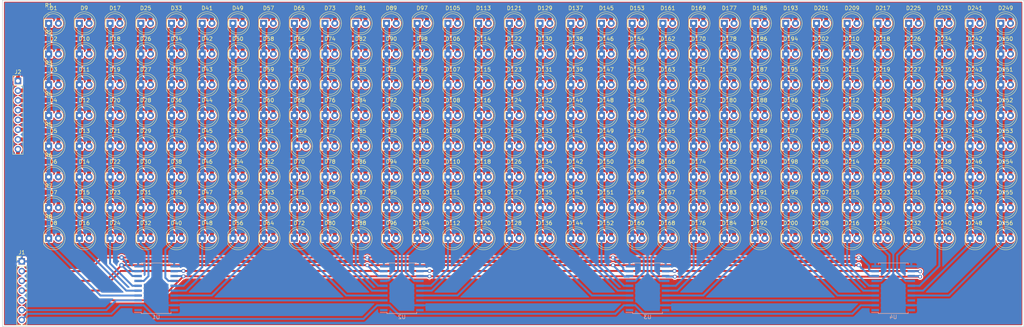
<source format=kicad_pcb>
(kicad_pcb (version 20171130) (host pcbnew "(5.0.0)")
  (layers (0 F.Cu signal) (31 B.Cu signal) (34 B.Paste user) (35 F.Paste user) (36 B.SilkS user) (37 F.SilkS user) (38 B.Mask user) (39 F.Mask user) (44 Edge.Cuts user))
  (net 0 "")
  (net 1 "Net-(D1-Pad2)")
  (net 2 "Net-(D1-Pad1)")
  (net 3 "Net-(D10-Pad2)")
  (net 4 "Net-(D107-Pad2)")
  (net 5 "Net-(D100-Pad2)")
  (net 6 "Net-(D101-Pad2)")
  (net 7 "Net-(D102-Pad2)")
  (net 8 "Net-(D103-Pad2)")
  (net 9 "Net-(D104-Pad2)")
  (net 10 "Net-(D10-Pad1)")
  (net 11 "Net-(D17-Pad1)")
  (net 12 "Net-(D25-Pad1)")
  (net 13 "Net-(D33-Pad1)")
  (net 14 "Net-(D41-Pad1)")
  (net 15 "Net-(D49-Pad1)")
  (net 16 "Net-(D57-Pad1)")
  (net 17 "Net-(D65-Pad1)")
  (net 18 "Net-(D73-Pad1)")
  (net 19 "Net-(D81-Pad1)")
  (net 20 "Net-(D89-Pad1)")
  (net 21 "Net-(D100-Pad1)")
  (net 22 "Net-(D105-Pad1)")
  (net 23 "Net-(D113-Pad1)")
  (net 24 "Net-(D121-Pad1)")
  (net 25 "Net-(D129-Pad1)")
  (net 26 "Net-(D137-Pad1)")
  (net 27 "Net-(D145-Pad1)")
  (net 28 "Net-(D153-Pad1)")
  (net 29 "Net-(D161-Pad1)")
  (net 30 "Net-(D169-Pad1)")
  (net 31 "Net-(D177-Pad1)")
  (net 32 "Net-(D193-Pad1)")
  (net 33 "Net-(D201-Pad1)")
  (net 34 "Net-(D209-Pad1)")
  (net 35 "Net-(D217-Pad1)")
  (net 36 "Net-(D225-Pad1)")
  (net 37 "Net-(D233-Pad1)")
  (net 38 "Net-(D241-Pad1)")
  (net 39 "Net-(D249-Pad1)")
  (net 40 "Net-(J2-Pad1)")
  (net 41 "Net-(J2-Pad2)")
  (net 42 "Net-(J2-Pad3)")
  (net 43 "Net-(J2-Pad4)")
  (net 44 "Net-(J2-Pad5)")
  (net 45 "Net-(J2-Pad6)")
  (net 46 "Net-(J2-Pad7)")
  (net 47 "Net-(J2-Pad8)")
  (net 48 "Net-(J1-Pad2)")
  (net 49 "Net-(J1-Pad3)")
  (net 50 "Net-(J1-Pad4)")
  (net 51 "Net-(J1-Pad5)")
  (net 52 "Net-(J1-Pad6)")
  (net 53 "Net-(J1-Pad7)")
  (net 54 "Net-(U1-Pad18)")
  (net 55 "Net-(U2-Pad18)")
  (net 56 "Net-(U3-Pad18)")
  (net 57 "Net-(D185-Pad1)")
  (net 58 GND)
  (module LED_THT:LED_D5.0mm (layer F.Cu) (at 29.5 23.9)
    (fp_text reference D1 (at 1.27 -3.96) (layer F.SilkS))
    (fp_text value LED)
    (pad 1 thru_hole rect (at 0 0) (size 1.8 1.8) (drill 0.9) (layers *.Cu *.Mask) (net 2 "Net-(D1-Pad1)"))
    (pad 2 thru_hole circle (at 2.54 0) (size 1.8 1.8) (drill 0.9) (layers *.Cu *.Mask) (net 1 "Net-(D1-Pad2)"))
  )
  (module LED_THT:LED_D5.0mm (layer F.Cu) (at 29.5 31.9)
    (fp_text reference D2 (at 1.27 -3.96) (layer F.SilkS))
    (fp_text value LED)
    (pad 2 thru_hole circle (at 2.54 0) (size 1.8 1.8) (drill 0.9) (layers *.Cu *.Mask) (net 3 "Net-(D10-Pad2)"))
    (pad 1 thru_hole rect (at 0 0) (size 1.8 1.8) (drill 0.9) (layers *.Cu *.Mask) (net 2 "Net-(D1-Pad1)"))
  )
  (module LED_THT:LED_D5.0mm (layer F.Cu) (at 29.5 39.9)
    (fp_text reference D3 (at 1.27 -3.96) (layer F.SilkS))
    (fp_text value LED)
    (pad 2 thru_hole circle (at 2.54 0) (size 1.8 1.8) (drill 0.9) (layers *.Cu *.Mask) (net 4 "Net-(D107-Pad2)"))
    (pad 1 thru_hole rect (at 0 0) (size 1.8 1.8) (drill 0.9) (layers *.Cu *.Mask) (net 2 "Net-(D1-Pad1)"))
  )
  (module LED_THT:LED_D5.0mm (layer F.Cu) (at 29.5 47.9)
    (fp_text reference D4 (at 1.27 -3.96) (layer F.SilkS))
    (fp_text value LED)
    (pad 1 thru_hole rect (at 0 0) (size 1.8 1.8) (drill 0.9) (layers *.Cu *.Mask) (net 2 "Net-(D1-Pad1)"))
    (pad 2 thru_hole circle (at 2.54 0) (size 1.8 1.8) (drill 0.9) (layers *.Cu *.Mask) (net 5 "Net-(D100-Pad2)"))
  )
  (module LED_THT:LED_D5.0mm (layer F.Cu) (at 29.5 55.9)
    (fp_text reference D5 (at 1.27 -3.96) (layer F.SilkS))
    (fp_text value LED)
    (pad 2 thru_hole circle (at 2.54 0) (size 1.8 1.8) (drill 0.9) (layers *.Cu *.Mask) (net 6 "Net-(D101-Pad2)"))
    (pad 1 thru_hole rect (at 0 0) (size 1.8 1.8) (drill 0.9) (layers *.Cu *.Mask) (net 2 "Net-(D1-Pad1)"))
  )
  (module LED_THT:LED_D5.0mm (layer F.Cu) (at 29.5 63.9)
    (fp_text reference D6 (at 1.27 -3.96) (layer F.SilkS))
    (fp_text value LED)
    (pad 1 thru_hole rect (at 0 0) (size 1.8 1.8) (drill 0.9) (layers *.Cu *.Mask) (net 2 "Net-(D1-Pad1)"))
    (pad 2 thru_hole circle (at 2.54 0) (size 1.8 1.8) (drill 0.9) (layers *.Cu *.Mask) (net 7 "Net-(D102-Pad2)"))
  )
  (module LED_THT:LED_D5.0mm (layer F.Cu) (at 29.5 71.9)
    (fp_text reference D7 (at 1.27 -3.96) (layer F.SilkS))
    (fp_text value LED)
    (pad 2 thru_hole circle (at 2.54 0) (size 1.8 1.8) (drill 0.9) (layers *.Cu *.Mask) (net 8 "Net-(D103-Pad2)"))
    (pad 1 thru_hole rect (at 0 0) (size 1.8 1.8) (drill 0.9) (layers *.Cu *.Mask) (net 2 "Net-(D1-Pad1)"))
  )
  (module LED_THT:LED_D5.0mm (layer F.Cu) (at 29.5 79.9)
    (fp_text reference D8 (at 1.27 -3.96) (layer F.SilkS))
    (fp_text value LED)
    (pad 1 thru_hole rect (at 0 0) (size 1.8 1.8) (drill 0.9) (layers *.Cu *.Mask) (net 2 "Net-(D1-Pad1)"))
    (pad 2 thru_hole circle (at 2.54 0) (size 1.8 1.8) (drill 0.9) (layers *.Cu *.Mask) (net 9 "Net-(D104-Pad2)"))
  )
  (module LED_THT:LED_D5.0mm (layer F.Cu) (at 37.5 23.9)
    (fp_text reference D9 (at 1.27 -3.96) (layer F.SilkS))
    (fp_text value LED)
    (pad 1 thru_hole rect (at 0 0) (size 1.8 1.8) (drill 0.9) (layers *.Cu *.Mask) (net 10 "Net-(D10-Pad1)"))
    (pad 2 thru_hole circle (at 2.54 0) (size 1.8 1.8) (drill 0.9) (layers *.Cu *.Mask) (net 1 "Net-(D1-Pad2)"))
  )
  (module LED_THT:LED_D5.0mm (layer F.Cu) (at 37.5 31.9)
    (fp_text reference D10 (at 1.27 -3.96) (layer F.SilkS))
    (fp_text value LED)
    (pad 1 thru_hole rect (at 0 0) (size 1.8 1.8) (drill 0.9) (layers *.Cu *.Mask) (net 10 "Net-(D10-Pad1)"))
    (pad 2 thru_hole circle (at 2.54 0) (size 1.8 1.8) (drill 0.9) (layers *.Cu *.Mask) (net 3 "Net-(D10-Pad2)"))
  )
  (module LED_THT:LED_D5.0mm (layer F.Cu) (at 37.5 39.9)
    (fp_text reference D11 (at 1.27 -3.96) (layer F.SilkS))
    (fp_text value LED)
    (pad 2 thru_hole circle (at 2.54 0) (size 1.8 1.8) (drill 0.9) (layers *.Cu *.Mask) (net 4 "Net-(D107-Pad2)"))
    (pad 1 thru_hole rect (at 0 0) (size 1.8 1.8) (drill 0.9) (layers *.Cu *.Mask) (net 10 "Net-(D10-Pad1)"))
  )
  (module LED_THT:LED_D5.0mm (layer F.Cu) (at 37.5 47.9)
    (fp_text reference D12 (at 1.27 -3.96) (layer F.SilkS))
    (fp_text value LED)
    (pad 1 thru_hole rect (at 0 0) (size 1.8 1.8) (drill 0.9) (layers *.Cu *.Mask) (net 10 "Net-(D10-Pad1)"))
    (pad 2 thru_hole circle (at 2.54 0) (size 1.8 1.8) (drill 0.9) (layers *.Cu *.Mask) (net 5 "Net-(D100-Pad2)"))
  )
  (module LED_THT:LED_D5.0mm (layer F.Cu) (at 37.5 55.9)
    (fp_text reference D13 (at 1.27 -3.96) (layer F.SilkS))
    (fp_text value LED)
    (pad 2 thru_hole circle (at 2.54 0) (size 1.8 1.8) (drill 0.9) (layers *.Cu *.Mask) (net 6 "Net-(D101-Pad2)"))
    (pad 1 thru_hole rect (at 0 0) (size 1.8 1.8) (drill 0.9) (layers *.Cu *.Mask) (net 10 "Net-(D10-Pad1)"))
  )
  (module LED_THT:LED_D5.0mm (layer F.Cu) (at 37.5 63.9)
    (fp_text reference D14 (at 1.27 -3.96) (layer F.SilkS))
    (fp_text value LED)
    (pad 1 thru_hole rect (at 0 0) (size 1.8 1.8) (drill 0.9) (layers *.Cu *.Mask) (net 10 "Net-(D10-Pad1)"))
    (pad 2 thru_hole circle (at 2.54 0) (size 1.8 1.8) (drill 0.9) (layers *.Cu *.Mask) (net 7 "Net-(D102-Pad2)"))
  )
  (module LED_THT:LED_D5.0mm (layer F.Cu) (at 37.5 71.9)
    (fp_text reference D15 (at 1.27 -3.96) (layer F.SilkS))
    (fp_text value LED)
    (pad 2 thru_hole circle (at 2.54 0) (size 1.8 1.8) (drill 0.9) (layers *.Cu *.Mask) (net 8 "Net-(D103-Pad2)"))
    (pad 1 thru_hole rect (at 0 0) (size 1.8 1.8) (drill 0.9) (layers *.Cu *.Mask) (net 10 "Net-(D10-Pad1)"))
  )
  (module LED_THT:LED_D5.0mm (layer F.Cu) (at 37.5 79.9)
    (fp_text reference D16 (at 1.27 -3.96) (layer F.SilkS))
    (fp_text value LED)
    (pad 1 thru_hole rect (at 0 0) (size 1.8 1.8) (drill 0.9) (layers *.Cu *.Mask) (net 10 "Net-(D10-Pad1)"))
    (pad 2 thru_hole circle (at 2.54 0) (size 1.8 1.8) (drill 0.9) (layers *.Cu *.Mask) (net 9 "Net-(D104-Pad2)"))
  )
  (module LED_THT:LED_D5.0mm (layer F.Cu) (at 45.5 23.9)
    (fp_text reference D17 (at 1.27 -3.96) (layer F.SilkS))
    (fp_text value LED)
    (pad 2 thru_hole circle (at 2.54 0) (size 1.8 1.8) (drill 0.9) (layers *.Cu *.Mask) (net 1 "Net-(D1-Pad2)"))
    (pad 1 thru_hole rect (at 0 0) (size 1.8 1.8) (drill 0.9) (layers *.Cu *.Mask) (net 11 "Net-(D17-Pad1)"))
  )
  (module LED_THT:LED_D5.0mm (layer F.Cu) (at 45.5 31.9)
    (fp_text reference D18 (at 1.27 -3.96) (layer F.SilkS))
    (fp_text value LED)
    (pad 2 thru_hole circle (at 2.54 0) (size 1.8 1.8) (drill 0.9) (layers *.Cu *.Mask) (net 3 "Net-(D10-Pad2)"))
    (pad 1 thru_hole rect (at 0 0) (size 1.8 1.8) (drill 0.9) (layers *.Cu *.Mask) (net 11 "Net-(D17-Pad1)"))
  )
  (module LED_THT:LED_D5.0mm (layer F.Cu) (at 45.5 39.9)
    (fp_text reference D19 (at 1.27 -3.96) (layer F.SilkS))
    (fp_text value LED)
    (pad 1 thru_hole rect (at 0 0) (size 1.8 1.8) (drill 0.9) (layers *.Cu *.Mask) (net 11 "Net-(D17-Pad1)"))
    (pad 2 thru_hole circle (at 2.54 0) (size 1.8 1.8) (drill 0.9) (layers *.Cu *.Mask) (net 4 "Net-(D107-Pad2)"))
  )
  (module LED_THT:LED_D5.0mm (layer F.Cu) (at 45.5 47.9)
    (fp_text reference D20 (at 1.27 -3.96) (layer F.SilkS))
    (fp_text value LED)
    (pad 2 thru_hole circle (at 2.54 0) (size 1.8 1.8) (drill 0.9) (layers *.Cu *.Mask) (net 5 "Net-(D100-Pad2)"))
    (pad 1 thru_hole rect (at 0 0) (size 1.8 1.8) (drill 0.9) (layers *.Cu *.Mask) (net 11 "Net-(D17-Pad1)"))
  )
  (module LED_THT:LED_D5.0mm (layer F.Cu) (at 45.5 55.9)
    (fp_text reference D21 (at 1.27 -3.96) (layer F.SilkS))
    (fp_text value LED)
    (pad 1 thru_hole rect (at 0 0) (size 1.8 1.8) (drill 0.9) (layers *.Cu *.Mask) (net 11 "Net-(D17-Pad1)"))
    (pad 2 thru_hole circle (at 2.54 0) (size 1.8 1.8) (drill 0.9) (layers *.Cu *.Mask) (net 6 "Net-(D101-Pad2)"))
  )
  (module LED_THT:LED_D5.0mm (layer F.Cu) (at 45.5 63.9)
    (fp_text reference D22 (at 1.27 -3.96) (layer F.SilkS))
    (fp_text value LED)
    (pad 2 thru_hole circle (at 2.54 0) (size 1.8 1.8) (drill 0.9) (layers *.Cu *.Mask) (net 7 "Net-(D102-Pad2)"))
    (pad 1 thru_hole rect (at 0 0) (size 1.8 1.8) (drill 0.9) (layers *.Cu *.Mask) (net 11 "Net-(D17-Pad1)"))
  )
  (module LED_THT:LED_D5.0mm (layer F.Cu) (at 45.5 71.9)
    (fp_text reference D23 (at 1.27 -3.96) (layer F.SilkS))
    (fp_text value LED)
    (pad 1 thru_hole rect (at 0 0) (size 1.8 1.8) (drill 0.9) (layers *.Cu *.Mask) (net 11 "Net-(D17-Pad1)"))
    (pad 2 thru_hole circle (at 2.54 0) (size 1.8 1.8) (drill 0.9) (layers *.Cu *.Mask) (net 8 "Net-(D103-Pad2)"))
  )
  (module LED_THT:LED_D5.0mm (layer F.Cu) (at 45.5 79.9)
    (fp_text reference D24 (at 1.27 -3.96) (layer F.SilkS))
    (fp_text value LED)
    (pad 2 thru_hole circle (at 2.54 0) (size 1.8 1.8) (drill 0.9) (layers *.Cu *.Mask) (net 9 "Net-(D104-Pad2)"))
    (pad 1 thru_hole rect (at 0 0) (size 1.8 1.8) (drill 0.9) (layers *.Cu *.Mask) (net 11 "Net-(D17-Pad1)"))
  )
  (module LED_THT:LED_D5.0mm (layer F.Cu) (at 53.5 23.9)
    (fp_text reference D25 (at 1.27 -3.96) (layer F.SilkS))
    (fp_text value LED)
    (pad 1 thru_hole rect (at 0 0) (size 1.8 1.8) (drill 0.9) (layers *.Cu *.Mask) (net 12 "Net-(D25-Pad1)"))
    (pad 2 thru_hole circle (at 2.54 0) (size 1.8 1.8) (drill 0.9) (layers *.Cu *.Mask) (net 1 "Net-(D1-Pad2)"))
  )
  (module LED_THT:LED_D5.0mm (layer F.Cu) (at 53.5 31.9)
    (fp_text reference D26 (at 1.27 -3.96) (layer F.SilkS))
    (fp_text value LED)
    (pad 2 thru_hole circle (at 2.54 0) (size 1.8 1.8) (drill 0.9) (layers *.Cu *.Mask) (net 3 "Net-(D10-Pad2)"))
    (pad 1 thru_hole rect (at 0 0) (size 1.8 1.8) (drill 0.9) (layers *.Cu *.Mask) (net 12 "Net-(D25-Pad1)"))
  )
  (module LED_THT:LED_D5.0mm (layer F.Cu) (at 53.5 39.9)
    (fp_text reference D27 (at 1.27 -3.96) (layer F.SilkS))
    (fp_text value LED)
    (pad 1 thru_hole rect (at 0 0) (size 1.8 1.8) (drill 0.9) (layers *.Cu *.Mask) (net 12 "Net-(D25-Pad1)"))
    (pad 2 thru_hole circle (at 2.54 0) (size 1.8 1.8) (drill 0.9) (layers *.Cu *.Mask) (net 4 "Net-(D107-Pad2)"))
  )
  (module LED_THT:LED_D5.0mm (layer F.Cu) (at 53.5 47.9)
    (fp_text reference D28 (at 1.27 -3.96) (layer F.SilkS))
    (fp_text value LED)
    (pad 2 thru_hole circle (at 2.54 0) (size 1.8 1.8) (drill 0.9) (layers *.Cu *.Mask) (net 5 "Net-(D100-Pad2)"))
    (pad 1 thru_hole rect (at 0 0) (size 1.8 1.8) (drill 0.9) (layers *.Cu *.Mask) (net 12 "Net-(D25-Pad1)"))
  )
  (module LED_THT:LED_D5.0mm (layer F.Cu) (at 53.5 55.9)
    (fp_text reference D29 (at 1.27 -3.96) (layer F.SilkS))
    (fp_text value LED)
    (pad 1 thru_hole rect (at 0 0) (size 1.8 1.8) (drill 0.9) (layers *.Cu *.Mask) (net 12 "Net-(D25-Pad1)"))
    (pad 2 thru_hole circle (at 2.54 0) (size 1.8 1.8) (drill 0.9) (layers *.Cu *.Mask) (net 6 "Net-(D101-Pad2)"))
  )
  (module LED_THT:LED_D5.0mm (layer F.Cu) (at 53.5 63.9)
    (fp_text reference D30 (at 1.27 -3.96) (layer F.SilkS))
    (fp_text value LED)
    (pad 2 thru_hole circle (at 2.54 0) (size 1.8 1.8) (drill 0.9) (layers *.Cu *.Mask) (net 7 "Net-(D102-Pad2)"))
    (pad 1 thru_hole rect (at 0 0) (size 1.8 1.8) (drill 0.9) (layers *.Cu *.Mask) (net 12 "Net-(D25-Pad1)"))
  )
  (module LED_THT:LED_D5.0mm (layer F.Cu) (at 53.5 71.9)
    (fp_text reference D31 (at 1.27 -3.96) (layer F.SilkS))
    (fp_text value LED)
    (pad 1 thru_hole rect (at 0 0) (size 1.8 1.8) (drill 0.9) (layers *.Cu *.Mask) (net 12 "Net-(D25-Pad1)"))
    (pad 2 thru_hole circle (at 2.54 0) (size 1.8 1.8) (drill 0.9) (layers *.Cu *.Mask) (net 8 "Net-(D103-Pad2)"))
  )
  (module LED_THT:LED_D5.0mm (layer F.Cu) (at 53.5 79.9)
    (fp_text reference D32 (at 1.27 -3.96) (layer F.SilkS))
    (fp_text value LED)
    (pad 2 thru_hole circle (at 2.54 0) (size 1.8 1.8) (drill 0.9) (layers *.Cu *.Mask) (net 9 "Net-(D104-Pad2)"))
    (pad 1 thru_hole rect (at 0 0) (size 1.8 1.8) (drill 0.9) (layers *.Cu *.Mask) (net 12 "Net-(D25-Pad1)"))
  )
  (module LED_THT:LED_D5.0mm (layer F.Cu) (at 61.5 23.9)
    (fp_text reference D33 (at 1.27 -3.96) (layer F.SilkS))
    (fp_text value LED)
    (pad 1 thru_hole rect (at 0 0) (size 1.8 1.8) (drill 0.9) (layers *.Cu *.Mask) (net 13 "Net-(D33-Pad1)"))
    (pad 2 thru_hole circle (at 2.54 0) (size 1.8 1.8) (drill 0.9) (layers *.Cu *.Mask) (net 1 "Net-(D1-Pad2)"))
  )
  (module LED_THT:LED_D5.0mm (layer F.Cu) (at 61.5 31.9)
    (fp_text reference D34 (at 1.27 -3.96) (layer F.SilkS))
    (fp_text value LED)
    (pad 1 thru_hole rect (at 0 0) (size 1.8 1.8) (drill 0.9) (layers *.Cu *.Mask) (net 13 "Net-(D33-Pad1)"))
    (pad 2 thru_hole circle (at 2.54 0) (size 1.8 1.8) (drill 0.9) (layers *.Cu *.Mask) (net 3 "Net-(D10-Pad2)"))
  )
  (module LED_THT:LED_D5.0mm (layer F.Cu) (at 61.5 39.9)
    (fp_text reference D35 (at 1.27 -3.96) (layer F.SilkS))
    (fp_text value LED)
    (pad 2 thru_hole circle (at 2.54 0) (size 1.8 1.8) (drill 0.9) (layers *.Cu *.Mask) (net 4 "Net-(D107-Pad2)"))
    (pad 1 thru_hole rect (at 0 0) (size 1.8 1.8) (drill 0.9) (layers *.Cu *.Mask) (net 13 "Net-(D33-Pad1)"))
  )
  (module LED_THT:LED_D5.0mm (layer F.Cu) (at 61.5 47.9)
    (fp_text reference D36 (at 1.27 -3.96) (layer F.SilkS))
    (fp_text value LED)
    (pad 1 thru_hole rect (at 0 0) (size 1.8 1.8) (drill 0.9) (layers *.Cu *.Mask) (net 13 "Net-(D33-Pad1)"))
    (pad 2 thru_hole circle (at 2.54 0) (size 1.8 1.8) (drill 0.9) (layers *.Cu *.Mask) (net 5 "Net-(D100-Pad2)"))
  )
  (module LED_THT:LED_D5.0mm (layer F.Cu) (at 61.5 55.9)
    (fp_text reference D37 (at 1.27 -3.96) (layer F.SilkS))
    (fp_text value LED)
    (pad 2 thru_hole circle (at 2.54 0) (size 1.8 1.8) (drill 0.9) (layers *.Cu *.Mask) (net 6 "Net-(D101-Pad2)"))
    (pad 1 thru_hole rect (at 0 0) (size 1.8 1.8) (drill 0.9) (layers *.Cu *.Mask) (net 13 "Net-(D33-Pad1)"))
  )
  (module LED_THT:LED_D5.0mm (layer F.Cu) (at 61.5 63.9)
    (fp_text reference D38 (at 1.27 -3.96) (layer F.SilkS))
    (fp_text value LED)
    (pad 1 thru_hole rect (at 0 0) (size 1.8 1.8) (drill 0.9) (layers *.Cu *.Mask) (net 13 "Net-(D33-Pad1)"))
    (pad 2 thru_hole circle (at 2.54 0) (size 1.8 1.8) (drill 0.9) (layers *.Cu *.Mask) (net 7 "Net-(D102-Pad2)"))
  )
  (module LED_THT:LED_D5.0mm (layer F.Cu) (at 61.5 71.9)
    (fp_text reference D39 (at 1.27 -3.96) (layer F.SilkS))
    (fp_text value LED)
    (pad 2 thru_hole circle (at 2.54 0) (size 1.8 1.8) (drill 0.9) (layers *.Cu *.Mask) (net 8 "Net-(D103-Pad2)"))
    (pad 1 thru_hole rect (at 0 0) (size 1.8 1.8) (drill 0.9) (layers *.Cu *.Mask) (net 13 "Net-(D33-Pad1)"))
  )
  (module LED_THT:LED_D5.0mm (layer F.Cu) (at 61.5 79.9)
    (fp_text reference D40 (at 1.27 -3.96) (layer F.SilkS))
    (fp_text value LED)
    (pad 1 thru_hole rect (at 0 0) (size 1.8 1.8) (drill 0.9) (layers *.Cu *.Mask) (net 13 "Net-(D33-Pad1)"))
    (pad 2 thru_hole circle (at 2.54 0) (size 1.8 1.8) (drill 0.9) (layers *.Cu *.Mask) (net 9 "Net-(D104-Pad2)"))
  )
  (module LED_THT:LED_D5.0mm (layer F.Cu) (at 69.5 23.9)
    (fp_text reference D41 (at 1.27 -3.96) (layer F.SilkS))
    (fp_text value LED)
    (pad 2 thru_hole circle (at 2.54 0) (size 1.8 1.8) (drill 0.9) (layers *.Cu *.Mask) (net 1 "Net-(D1-Pad2)"))
    (pad 1 thru_hole rect (at 0 0) (size 1.8 1.8) (drill 0.9) (layers *.Cu *.Mask) (net 14 "Net-(D41-Pad1)"))
  )
  (module LED_THT:LED_D5.0mm (layer F.Cu) (at 69.5 31.9)
    (fp_text reference D42 (at 1.27 -3.96) (layer F.SilkS))
    (fp_text value LED)
    (pad 2 thru_hole circle (at 2.54 0) (size 1.8 1.8) (drill 0.9) (layers *.Cu *.Mask) (net 3 "Net-(D10-Pad2)"))
    (pad 1 thru_hole rect (at 0 0) (size 1.8 1.8) (drill 0.9) (layers *.Cu *.Mask) (net 14 "Net-(D41-Pad1)"))
  )
  (module LED_THT:LED_D5.0mm (layer F.Cu) (at 69.5 39.9)
    (fp_text reference D43 (at 1.27 -3.96) (layer F.SilkS))
    (fp_text value LED)
    (pad 2 thru_hole circle (at 2.54 0) (size 1.8 1.8) (drill 0.9) (layers *.Cu *.Mask) (net 4 "Net-(D107-Pad2)"))
    (pad 1 thru_hole rect (at 0 0) (size 1.8 1.8) (drill 0.9) (layers *.Cu *.Mask) (net 14 "Net-(D41-Pad1)"))
  )
  (module LED_THT:LED_D5.0mm (layer F.Cu) (at 69.5 47.9)
    (fp_text reference D44 (at 1.27 -3.96) (layer F.SilkS))
    (fp_text value LED)
    (pad 1 thru_hole rect (at 0 0) (size 1.8 1.8) (drill 0.9) (layers *.Cu *.Mask) (net 14 "Net-(D41-Pad1)"))
    (pad 2 thru_hole circle (at 2.54 0) (size 1.8 1.8) (drill 0.9) (layers *.Cu *.Mask) (net 5 "Net-(D100-Pad2)"))
  )
  (module LED_THT:LED_D5.0mm (layer F.Cu) (at 69.5 55.9)
    (fp_text reference D45 (at 1.27 -3.96) (layer F.SilkS))
    (fp_text value LED)
    (pad 2 thru_hole circle (at 2.54 0) (size 1.8 1.8) (drill 0.9) (layers *.Cu *.Mask) (net 6 "Net-(D101-Pad2)"))
    (pad 1 thru_hole rect (at 0 0) (size 1.8 1.8) (drill 0.9) (layers *.Cu *.Mask) (net 14 "Net-(D41-Pad1)"))
  )
  (module LED_THT:LED_D5.0mm (layer F.Cu) (at 69.5 63.9)
    (fp_text reference D46 (at 1.27 -3.96) (layer F.SilkS))
    (fp_text value LED)
    (pad 1 thru_hole rect (at 0 0) (size 1.8 1.8) (drill 0.9) (layers *.Cu *.Mask) (net 14 "Net-(D41-Pad1)"))
    (pad 2 thru_hole circle (at 2.54 0) (size 1.8 1.8) (drill 0.9) (layers *.Cu *.Mask) (net 7 "Net-(D102-Pad2)"))
  )
  (module LED_THT:LED_D5.0mm (layer F.Cu) (at 69.5 71.9)
    (fp_text reference D47 (at 1.27 -3.96) (layer F.SilkS))
    (fp_text value LED)
    (pad 2 thru_hole circle (at 2.54 0) (size 1.8 1.8) (drill 0.9) (layers *.Cu *.Mask) (net 8 "Net-(D103-Pad2)"))
    (pad 1 thru_hole rect (at 0 0) (size 1.8 1.8) (drill 0.9) (layers *.Cu *.Mask) (net 14 "Net-(D41-Pad1)"))
  )
  (module LED_THT:LED_D5.0mm (layer F.Cu) (at 69.5 79.9)
    (fp_text reference D48 (at 1.27 -3.96) (layer F.SilkS))
    (fp_text value LED)
    (pad 1 thru_hole rect (at 0 0) (size 1.8 1.8) (drill 0.9) (layers *.Cu *.Mask) (net 14 "Net-(D41-Pad1)"))
    (pad 2 thru_hole circle (at 2.54 0) (size 1.8 1.8) (drill 0.9) (layers *.Cu *.Mask) (net 9 "Net-(D104-Pad2)"))
  )
  (module LED_THT:LED_D5.0mm (layer F.Cu) (at 77.5 23.9)
    (fp_text reference D49 (at 1.27 -3.96) (layer F.SilkS))
    (fp_text value LED)
    (pad 2 thru_hole circle (at 2.54 0) (size 1.8 1.8) (drill 0.9) (layers *.Cu *.Mask) (net 1 "Net-(D1-Pad2)"))
    (pad 1 thru_hole rect (at 0 0) (size 1.8 1.8) (drill 0.9) (layers *.Cu *.Mask) (net 15 "Net-(D49-Pad1)"))
  )
  (module LED_THT:LED_D5.0mm (layer F.Cu) (at 77.5 31.9)
    (fp_text reference D50 (at 1.27 -3.96) (layer F.SilkS))
    (fp_text value LED)
    (pad 1 thru_hole rect (at 0 0) (size 1.8 1.8) (drill 0.9) (layers *.Cu *.Mask) (net 15 "Net-(D49-Pad1)"))
    (pad 2 thru_hole circle (at 2.54 0) (size 1.8 1.8) (drill 0.9) (layers *.Cu *.Mask) (net 3 "Net-(D10-Pad2)"))
  )
  (module LED_THT:LED_D5.0mm (layer F.Cu) (at 77.5 39.9)
    (fp_text reference D51 (at 1.27 -3.96) (layer F.SilkS))
    (fp_text value LED)
    (pad 1 thru_hole rect (at 0 0) (size 1.8 1.8) (drill 0.9) (layers *.Cu *.Mask) (net 15 "Net-(D49-Pad1)"))
    (pad 2 thru_hole circle (at 2.54 0) (size 1.8 1.8) (drill 0.9) (layers *.Cu *.Mask) (net 4 "Net-(D107-Pad2)"))
  )
  (module LED_THT:LED_D5.0mm (layer F.Cu) (at 77.5 47.9)
    (fp_text reference D52 (at 1.27 -3.96) (layer F.SilkS))
    (fp_text value LED)
    (pad 2 thru_hole circle (at 2.54 0) (size 1.8 1.8) (drill 0.9) (layers *.Cu *.Mask) (net 5 "Net-(D100-Pad2)"))
    (pad 1 thru_hole rect (at 0 0) (size 1.8 1.8) (drill 0.9) (layers *.Cu *.Mask) (net 15 "Net-(D49-Pad1)"))
  )
  (module LED_THT:LED_D5.0mm (layer F.Cu) (at 77.5 55.9)
    (fp_text reference D53 (at 1.27 -3.96) (layer F.SilkS))
    (fp_text value LED)
    (pad 1 thru_hole rect (at 0 0) (size 1.8 1.8) (drill 0.9) (layers *.Cu *.Mask) (net 15 "Net-(D49-Pad1)"))
    (pad 2 thru_hole circle (at 2.54 0) (size 1.8 1.8) (drill 0.9) (layers *.Cu *.Mask) (net 6 "Net-(D101-Pad2)"))
  )
  (module LED_THT:LED_D5.0mm (layer F.Cu) (at 77.5 63.9)
    (fp_text reference D54 (at 1.27 -3.96) (layer F.SilkS))
    (fp_text value LED)
    (pad 2 thru_hole circle (at 2.54 0) (size 1.8 1.8) (drill 0.9) (layers *.Cu *.Mask) (net 7 "Net-(D102-Pad2)"))
    (pad 1 thru_hole rect (at 0 0) (size 1.8 1.8) (drill 0.9) (layers *.Cu *.Mask) (net 15 "Net-(D49-Pad1)"))
  )
  (module LED_THT:LED_D5.0mm (layer F.Cu) (at 77.5 71.9)
    (fp_text reference D55 (at 1.27 -3.96) (layer F.SilkS))
    (fp_text value LED)
    (pad 1 thru_hole rect (at 0 0) (size 1.8 1.8) (drill 0.9) (layers *.Cu *.Mask) (net 15 "Net-(D49-Pad1)"))
    (pad 2 thru_hole circle (at 2.54 0) (size 1.8 1.8) (drill 0.9) (layers *.Cu *.Mask) (net 8 "Net-(D103-Pad2)"))
  )
  (module LED_THT:LED_D5.0mm (layer F.Cu) (at 77.5 79.9)
    (fp_text reference D56 (at 1.27 -3.96) (layer F.SilkS))
    (fp_text value LED)
    (pad 2 thru_hole circle (at 2.54 0) (size 1.8 1.8) (drill 0.9) (layers *.Cu *.Mask) (net 9 "Net-(D104-Pad2)"))
    (pad 1 thru_hole rect (at 0 0) (size 1.8 1.8) (drill 0.9) (layers *.Cu *.Mask) (net 15 "Net-(D49-Pad1)"))
  )
  (module LED_THT:LED_D5.0mm (layer F.Cu) (at 85.5 23.9)
    (fp_text reference D57 (at 1.27 -3.96) (layer F.SilkS))
    (fp_text value LED)
    (pad 1 thru_hole rect (at 0 0) (size 1.8 1.8) (drill 0.9) (layers *.Cu *.Mask) (net 16 "Net-(D57-Pad1)"))
    (pad 2 thru_hole circle (at 2.54 0) (size 1.8 1.8) (drill 0.9) (layers *.Cu *.Mask) (net 1 "Net-(D1-Pad2)"))
  )
  (module LED_THT:LED_D5.0mm (layer F.Cu) (at 85.5 31.9)
    (fp_text reference D58 (at 1.27 -3.96) (layer F.SilkS))
    (fp_text value LED)
    (pad 2 thru_hole circle (at 2.54 0) (size 1.8 1.8) (drill 0.9) (layers *.Cu *.Mask) (net 3 "Net-(D10-Pad2)"))
    (pad 1 thru_hole rect (at 0 0) (size 1.8 1.8) (drill 0.9) (layers *.Cu *.Mask) (net 16 "Net-(D57-Pad1)"))
  )
  (module LED_THT:LED_D5.0mm (layer F.Cu) (at 85.5 39.9)
    (fp_text reference D59 (at 1.27 -3.96) (layer F.SilkS))
    (fp_text value LED)
    (pad 1 thru_hole rect (at 0 0) (size 1.8 1.8) (drill 0.9) (layers *.Cu *.Mask) (net 16 "Net-(D57-Pad1)"))
    (pad 2 thru_hole circle (at 2.54 0) (size 1.8 1.8) (drill 0.9) (layers *.Cu *.Mask) (net 4 "Net-(D107-Pad2)"))
  )
  (module LED_THT:LED_D5.0mm (layer F.Cu) (at 85.5 47.9)
    (fp_text reference D60 (at 1.27 -3.96) (layer F.SilkS))
    (fp_text value LED)
    (pad 2 thru_hole circle (at 2.54 0) (size 1.8 1.8) (drill 0.9) (layers *.Cu *.Mask) (net 5 "Net-(D100-Pad2)"))
    (pad 1 thru_hole rect (at 0 0) (size 1.8 1.8) (drill 0.9) (layers *.Cu *.Mask) (net 16 "Net-(D57-Pad1)"))
  )
  (module LED_THT:LED_D5.0mm (layer F.Cu) (at 85.5 55.9)
    (fp_text reference D61 (at 1.27 -3.96) (layer F.SilkS))
    (fp_text value LED)
    (pad 1 thru_hole rect (at 0 0) (size 1.8 1.8) (drill 0.9) (layers *.Cu *.Mask) (net 16 "Net-(D57-Pad1)"))
    (pad 2 thru_hole circle (at 2.54 0) (size 1.8 1.8) (drill 0.9) (layers *.Cu *.Mask) (net 6 "Net-(D101-Pad2)"))
  )
  (module LED_THT:LED_D5.0mm (layer F.Cu) (at 85.5 63.9)
    (fp_text reference D62 (at 1.27 -3.96) (layer F.SilkS))
    (fp_text value LED)
    (pad 2 thru_hole circle (at 2.54 0) (size 1.8 1.8) (drill 0.9) (layers *.Cu *.Mask) (net 7 "Net-(D102-Pad2)"))
    (pad 1 thru_hole rect (at 0 0) (size 1.8 1.8) (drill 0.9) (layers *.Cu *.Mask) (net 16 "Net-(D57-Pad1)"))
  )
  (module LED_THT:LED_D5.0mm (layer F.Cu) (at 85.5 71.9)
    (fp_text reference D63 (at 1.27 -3.96) (layer F.SilkS))
    (fp_text value LED)
    (pad 1 thru_hole rect (at 0 0) (size 1.8 1.8) (drill 0.9) (layers *.Cu *.Mask) (net 16 "Net-(D57-Pad1)"))
    (pad 2 thru_hole circle (at 2.54 0) (size 1.8 1.8) (drill 0.9) (layers *.Cu *.Mask) (net 8 "Net-(D103-Pad2)"))
  )
  (module LED_THT:LED_D5.0mm (layer F.Cu) (at 85.5 79.9)
    (fp_text reference D64 (at 1.27 -3.96) (layer F.SilkS))
    (fp_text value LED)
    (pad 2 thru_hole circle (at 2.54 0) (size 1.8 1.8) (drill 0.9) (layers *.Cu *.Mask) (net 9 "Net-(D104-Pad2)"))
    (pad 1 thru_hole rect (at 0 0) (size 1.8 1.8) (drill 0.9) (layers *.Cu *.Mask) (net 16 "Net-(D57-Pad1)"))
  )
  (module LED_THT:LED_D5.0mm (layer F.Cu) (at 93.5 23.9)
    (fp_text reference D65 (at 1.27 -3.96) (layer F.SilkS))
    (fp_text value LED)
    (pad 1 thru_hole rect (at 0 0) (size 1.8 1.8) (drill 0.9) (layers *.Cu *.Mask) (net 17 "Net-(D65-Pad1)"))
    (pad 2 thru_hole circle (at 2.54 0) (size 1.8 1.8) (drill 0.9) (layers *.Cu *.Mask) (net 1 "Net-(D1-Pad2)"))
  )
  (module LED_THT:LED_D5.0mm (layer F.Cu) (at 93.5 31.9)
    (fp_text reference D66 (at 1.27 -3.96) (layer F.SilkS))
    (fp_text value LED)
    (pad 2 thru_hole circle (at 2.54 0) (size 1.8 1.8) (drill 0.9) (layers *.Cu *.Mask) (net 3 "Net-(D10-Pad2)"))
    (pad 1 thru_hole rect (at 0 0) (size 1.8 1.8) (drill 0.9) (layers *.Cu *.Mask) (net 17 "Net-(D65-Pad1)"))
  )
  (module LED_THT:LED_D5.0mm (layer F.Cu) (at 93.5 39.9)
    (fp_text reference D67 (at 1.27 -3.96) (layer F.SilkS))
    (fp_text value LED)
    (pad 1 thru_hole rect (at 0 0) (size 1.8 1.8) (drill 0.9) (layers *.Cu *.Mask) (net 17 "Net-(D65-Pad1)"))
    (pad 2 thru_hole circle (at 2.54 0) (size 1.8 1.8) (drill 0.9) (layers *.Cu *.Mask) (net 4 "Net-(D107-Pad2)"))
  )
  (module LED_THT:LED_D5.0mm (layer F.Cu) (at 93.5 47.9)
    (fp_text reference D68 (at 1.27 -3.96) (layer F.SilkS))
    (fp_text value LED)
    (pad 1 thru_hole rect (at 0 0) (size 1.8 1.8) (drill 0.9) (layers *.Cu *.Mask) (net 17 "Net-(D65-Pad1)"))
    (pad 2 thru_hole circle (at 2.54 0) (size 1.8 1.8) (drill 0.9) (layers *.Cu *.Mask) (net 5 "Net-(D100-Pad2)"))
  )
  (module LED_THT:LED_D5.0mm (layer F.Cu) (at 93.975001 55.9)
    (fp_text reference D69 (at 1.27 -3.96) (layer F.SilkS))
    (fp_text value LED)
    (pad 2 thru_hole circle (at 2.54 0) (size 1.8 1.8) (drill 0.9) (layers *.Cu *.Mask) (net 6 "Net-(D101-Pad2)"))
    (pad 1 thru_hole rect (at 0 0) (size 1.8 1.8) (drill 0.9) (layers *.Cu *.Mask) (net 17 "Net-(D65-Pad1)"))
  )
  (module LED_THT:LED_D5.0mm (layer F.Cu) (at 93.5 63.9)
    (fp_text reference D70 (at 1.27 -3.96) (layer F.SilkS))
    (fp_text value LED)
    (pad 1 thru_hole rect (at 0 0) (size 1.8 1.8) (drill 0.9) (layers *.Cu *.Mask) (net 17 "Net-(D65-Pad1)"))
    (pad 2 thru_hole circle (at 2.54 0) (size 1.8 1.8) (drill 0.9) (layers *.Cu *.Mask) (net 7 "Net-(D102-Pad2)"))
  )
  (module LED_THT:LED_D5.0mm (layer F.Cu) (at 93.5 71.9)
    (fp_text reference D71 (at 1.27 -3.96) (layer F.SilkS))
    (fp_text value LED)
    (pad 2 thru_hole circle (at 2.54 0) (size 1.8 1.8) (drill 0.9) (layers *.Cu *.Mask) (net 8 "Net-(D103-Pad2)"))
    (pad 1 thru_hole rect (at 0 0) (size 1.8 1.8) (drill 0.9) (layers *.Cu *.Mask) (net 17 "Net-(D65-Pad1)"))
  )
  (module LED_THT:LED_D5.0mm (layer F.Cu) (at 93.5 79.9)
    (fp_text reference D72 (at 1.27 -3.96) (layer F.SilkS))
    (fp_text value LED)
    (pad 1 thru_hole rect (at 0 0) (size 1.8 1.8) (drill 0.9) (layers *.Cu *.Mask) (net 17 "Net-(D65-Pad1)"))
    (pad 2 thru_hole circle (at 2.54 0) (size 1.8 1.8) (drill 0.9) (layers *.Cu *.Mask) (net 9 "Net-(D104-Pad2)"))
  )
  (module LED_THT:LED_D5.0mm (layer F.Cu) (at 101.5 23.9)
    (fp_text reference D73 (at 1.27 -3.96) (layer F.SilkS))
    (fp_text value LED)
    (pad 2 thru_hole circle (at 2.54 0) (size 1.8 1.8) (drill 0.9) (layers *.Cu *.Mask) (net 1 "Net-(D1-Pad2)"))
    (pad 1 thru_hole rect (at 0 0) (size 1.8 1.8) (drill 0.9) (layers *.Cu *.Mask) (net 18 "Net-(D73-Pad1)"))
  )
  (module LED_THT:LED_D5.0mm (layer F.Cu) (at 101.5 31.9)
    (fp_text reference D74 (at 1.27 -3.96) (layer F.SilkS))
    (fp_text value LED)
    (pad 1 thru_hole rect (at 0 0) (size 1.8 1.8) (drill 0.9) (layers *.Cu *.Mask) (net 18 "Net-(D73-Pad1)"))
    (pad 2 thru_hole circle (at 2.54 0) (size 1.8 1.8) (drill 0.9) (layers *.Cu *.Mask) (net 3 "Net-(D10-Pad2)"))
  )
  (module LED_THT:LED_D5.0mm (layer F.Cu) (at 101.5 39.9)
    (fp_text reference D75 (at 1.27 -3.96) (layer F.SilkS))
    (fp_text value LED)
    (pad 1 thru_hole rect (at 0 0) (size 1.8 1.8) (drill 0.9) (layers *.Cu *.Mask) (net 18 "Net-(D73-Pad1)"))
    (pad 2 thru_hole circle (at 2.54 0) (size 1.8 1.8) (drill 0.9) (layers *.Cu *.Mask) (net 4 "Net-(D107-Pad2)"))
  )
  (module LED_THT:LED_D5.0mm (layer F.Cu) (at 101.5 47.9)
    (fp_text reference D76 (at 1.27 -3.96) (layer F.SilkS))
    (fp_text value LED)
    (pad 1 thru_hole rect (at 0 0) (size 1.8 1.8) (drill 0.9) (layers *.Cu *.Mask) (net 18 "Net-(D73-Pad1)"))
    (pad 2 thru_hole circle (at 2.54 0) (size 1.8 1.8) (drill 0.9) (layers *.Cu *.Mask) (net 5 "Net-(D100-Pad2)"))
  )
  (module LED_THT:LED_D5.0mm (layer F.Cu) (at 101.5 55.9)
    (fp_text reference D77 (at 1.27 -3.96) (layer F.SilkS))
    (fp_text value LED)
    (pad 2 thru_hole circle (at 2.54 0) (size 1.8 1.8) (drill 0.9) (layers *.Cu *.Mask) (net 6 "Net-(D101-Pad2)"))
    (pad 1 thru_hole rect (at 0 0) (size 1.8 1.8) (drill 0.9) (layers *.Cu *.Mask) (net 18 "Net-(D73-Pad1)"))
  )
  (module LED_THT:LED_D5.0mm (layer F.Cu) (at 101.5 63.9)
    (fp_text reference D78 (at 1.27 -3.96) (layer F.SilkS))
    (fp_text value LED)
    (pad 1 thru_hole rect (at 0 0) (size 1.8 1.8) (drill 0.9) (layers *.Cu *.Mask) (net 18 "Net-(D73-Pad1)"))
    (pad 2 thru_hole circle (at 2.54 0) (size 1.8 1.8) (drill 0.9) (layers *.Cu *.Mask) (net 7 "Net-(D102-Pad2)"))
  )
  (module LED_THT:LED_D5.0mm (layer F.Cu) (at 101.5 71.9)
    (fp_text reference D79 (at 1.27 -3.96) (layer F.SilkS))
    (fp_text value LED)
    (pad 2 thru_hole circle (at 2.54 0) (size 1.8 1.8) (drill 0.9) (layers *.Cu *.Mask) (net 8 "Net-(D103-Pad2)"))
    (pad 1 thru_hole rect (at 0 0) (size 1.8 1.8) (drill 0.9) (layers *.Cu *.Mask) (net 18 "Net-(D73-Pad1)"))
  )
  (module LED_THT:LED_D5.0mm (layer F.Cu) (at 101.5 79.9)
    (fp_text reference D80 (at 1.27 -3.96) (layer F.SilkS))
    (fp_text value LED)
    (pad 1 thru_hole rect (at 0 0) (size 1.8 1.8) (drill 0.9) (layers *.Cu *.Mask) (net 18 "Net-(D73-Pad1)"))
    (pad 2 thru_hole circle (at 2.54 0) (size 1.8 1.8) (drill 0.9) (layers *.Cu *.Mask) (net 9 "Net-(D104-Pad2)"))
  )
  (module LED_THT:LED_D5.0mm (layer F.Cu) (at 109.5 23.9)
    (fp_text reference D81 (at 1.27 -3.96) (layer F.SilkS))
    (fp_text value LED)
    (pad 2 thru_hole circle (at 2.54 0) (size 1.8 1.8) (drill 0.9) (layers *.Cu *.Mask) (net 1 "Net-(D1-Pad2)"))
    (pad 1 thru_hole rect (at 0 0) (size 1.8 1.8) (drill 0.9) (layers *.Cu *.Mask) (net 19 "Net-(D81-Pad1)"))
  )
  (module LED_THT:LED_D5.0mm (layer F.Cu) (at 109.5 31.9)
    (fp_text reference D82 (at 1.27 -3.96) (layer F.SilkS))
    (fp_text value LED)
    (pad 1 thru_hole rect (at 0 0) (size 1.8 1.8) (drill 0.9) (layers *.Cu *.Mask) (net 19 "Net-(D81-Pad1)"))
    (pad 2 thru_hole circle (at 2.54 0) (size 1.8 1.8) (drill 0.9) (layers *.Cu *.Mask) (net 3 "Net-(D10-Pad2)"))
  )
  (module LED_THT:LED_D5.0mm (layer F.Cu) (at 109.5 39.9)
    (fp_text reference D83 (at 1.27 -3.96) (layer F.SilkS))
    (fp_text value LED)
    (pad 2 thru_hole circle (at 2.54 0) (size 1.8 1.8) (drill 0.9) (layers *.Cu *.Mask) (net 4 "Net-(D107-Pad2)"))
    (pad 1 thru_hole rect (at 0 0) (size 1.8 1.8) (drill 0.9) (layers *.Cu *.Mask) (net 19 "Net-(D81-Pad1)"))
  )
  (module LED_THT:LED_D5.0mm (layer F.Cu) (at 109.5 47.9)
    (fp_text reference D84 (at 1.27 -3.96) (layer F.SilkS))
    (fp_text value LED)
    (pad 1 thru_hole rect (at 0 0) (size 1.8 1.8) (drill 0.9) (layers *.Cu *.Mask) (net 19 "Net-(D81-Pad1)"))
    (pad 2 thru_hole circle (at 2.54 0) (size 1.8 1.8) (drill 0.9) (layers *.Cu *.Mask) (net 5 "Net-(D100-Pad2)"))
  )
  (module LED_THT:LED_D5.0mm (layer F.Cu) (at 109.5 55.9)
    (fp_text reference D85 (at 1.27 -3.96) (layer F.SilkS))
    (fp_text value LED)
    (pad 2 thru_hole circle (at 2.54 0) (size 1.8 1.8) (drill 0.9) (layers *.Cu *.Mask) (net 6 "Net-(D101-Pad2)"))
    (pad 1 thru_hole rect (at 0 0) (size 1.8 1.8) (drill 0.9) (layers *.Cu *.Mask) (net 19 "Net-(D81-Pad1)"))
  )
  (module LED_THT:LED_D5.0mm (layer F.Cu) (at 109.5 63.9)
    (fp_text reference D86 (at 1.27 -3.96) (layer F.SilkS))
    (fp_text value LED)
    (pad 1 thru_hole rect (at 0 0) (size 1.8 1.8) (drill 0.9) (layers *.Cu *.Mask) (net 19 "Net-(D81-Pad1)"))
    (pad 2 thru_hole circle (at 2.54 0) (size 1.8 1.8) (drill 0.9) (layers *.Cu *.Mask) (net 7 "Net-(D102-Pad2)"))
  )
  (module LED_THT:LED_D5.0mm (layer F.Cu) (at 109.5 71.9)
    (fp_text reference D87 (at 1.27 -3.96) (layer F.SilkS))
    (fp_text value LED)
    (pad 2 thru_hole circle (at 2.54 0) (size 1.8 1.8) (drill 0.9) (layers *.Cu *.Mask) (net 8 "Net-(D103-Pad2)"))
    (pad 1 thru_hole rect (at 0 0) (size 1.8 1.8) (drill 0.9) (layers *.Cu *.Mask) (net 19 "Net-(D81-Pad1)"))
  )
  (module LED_THT:LED_D5.0mm (layer F.Cu) (at 109.5 79.9)
    (fp_text reference D88 (at 1.27 -3.96) (layer F.SilkS))
    (fp_text value LED)
    (pad 1 thru_hole rect (at 0 0) (size 1.8 1.8) (drill 0.9) (layers *.Cu *.Mask) (net 19 "Net-(D81-Pad1)"))
    (pad 2 thru_hole circle (at 2.54 0) (size 1.8 1.8) (drill 0.9) (layers *.Cu *.Mask) (net 9 "Net-(D104-Pad2)"))
  )
  (module LED_THT:LED_D5.0mm (layer F.Cu) (at 117.5 23.9)
    (fp_text reference D89 (at 1.27 -3.96) (layer F.SilkS))
    (fp_text value LED)
    (pad 2 thru_hole circle (at 2.54 0) (size 1.8 1.8) (drill 0.9) (layers *.Cu *.Mask) (net 1 "Net-(D1-Pad2)"))
    (pad 1 thru_hole rect (at 0 0) (size 1.8 1.8) (drill 0.9) (layers *.Cu *.Mask) (net 20 "Net-(D89-Pad1)"))
  )
  (module LED_THT:LED_D5.0mm (layer F.Cu) (at 117.5 31.9)
    (fp_text reference D90 (at 1.27 -3.96) (layer F.SilkS))
    (fp_text value LED)
    (pad 1 thru_hole rect (at 0 0) (size 1.8 1.8) (drill 0.9) (layers *.Cu *.Mask) (net 20 "Net-(D89-Pad1)"))
    (pad 2 thru_hole circle (at 2.54 0) (size 1.8 1.8) (drill 0.9) (layers *.Cu *.Mask) (net 3 "Net-(D10-Pad2)"))
  )
  (module LED_THT:LED_D5.0mm (layer F.Cu) (at 117.5 39.9)
    (fp_text reference D91 (at 1.27 -3.96) (layer F.SilkS))
    (fp_text value LED)
    (pad 2 thru_hole circle (at 2.54 0) (size 1.8 1.8) (drill 0.9) (layers *.Cu *.Mask) (net 4 "Net-(D107-Pad2)"))
    (pad 1 thru_hole rect (at 0 0) (size 1.8 1.8) (drill 0.9) (layers *.Cu *.Mask) (net 20 "Net-(D89-Pad1)"))
  )
  (module LED_THT:LED_D5.0mm (layer F.Cu) (at 117.5 47.9)
    (fp_text reference D92 (at 1.27 -3.96) (layer F.SilkS))
    (fp_text value LED)
    (pad 2 thru_hole circle (at 2.54 0) (size 1.8 1.8) (drill 0.9) (layers *.Cu *.Mask) (net 5 "Net-(D100-Pad2)"))
    (pad 1 thru_hole rect (at 0 0) (size 1.8 1.8) (drill 0.9) (layers *.Cu *.Mask) (net 20 "Net-(D89-Pad1)"))
  )
  (module LED_THT:LED_D5.0mm (layer F.Cu) (at 117.5 55.9)
    (fp_text reference D93 (at 1.27 -3.96) (layer F.SilkS))
    (fp_text value LED)
    (pad 1 thru_hole rect (at 0 0) (size 1.8 1.8) (drill 0.9) (layers *.Cu *.Mask) (net 20 "Net-(D89-Pad1)"))
    (pad 2 thru_hole circle (at 2.54 0) (size 1.8 1.8) (drill 0.9) (layers *.Cu *.Mask) (net 6 "Net-(D101-Pad2)"))
  )
  (module LED_THT:LED_D5.0mm (layer F.Cu) (at 117.5 63.9)
    (fp_text reference D94 (at 1.27 -3.96) (layer F.SilkS))
    (fp_text value LED)
    (pad 2 thru_hole circle (at 2.54 0) (size 1.8 1.8) (drill 0.9) (layers *.Cu *.Mask) (net 7 "Net-(D102-Pad2)"))
    (pad 1 thru_hole rect (at 0 0) (size 1.8 1.8) (drill 0.9) (layers *.Cu *.Mask) (net 20 "Net-(D89-Pad1)"))
  )
  (module LED_THT:LED_D5.0mm (layer F.Cu) (at 117.5 71.9)
    (fp_text reference D95 (at 1.27 -3.96) (layer F.SilkS))
    (fp_text value LED)
    (pad 1 thru_hole rect (at 0 0) (size 1.8 1.8) (drill 0.9) (layers *.Cu *.Mask) (net 20 "Net-(D89-Pad1)"))
    (pad 2 thru_hole circle (at 2.54 0) (size 1.8 1.8) (drill 0.9) (layers *.Cu *.Mask) (net 8 "Net-(D103-Pad2)"))
  )
  (module LED_THT:LED_D5.0mm (layer F.Cu) (at 117.5 79.9)
    (fp_text reference D96 (at 1.27 -3.96) (layer F.SilkS))
    (fp_text value LED)
    (pad 2 thru_hole circle (at 2.54 0) (size 1.8 1.8) (drill 0.9) (layers *.Cu *.Mask) (net 9 "Net-(D104-Pad2)"))
    (pad 1 thru_hole rect (at 0 0) (size 1.8 1.8) (drill 0.9) (layers *.Cu *.Mask) (net 20 "Net-(D89-Pad1)"))
  )
  (module LED_THT:LED_D5.0mm (layer F.Cu) (at 125.5 23.9)
    (fp_text reference D97 (at 1.27 -3.96) (layer F.SilkS))
    (fp_text value LED)
    (pad 1 thru_hole rect (at 0 0) (size 1.8 1.8) (drill 0.9) (layers *.Cu *.Mask) (net 21 "Net-(D100-Pad1)"))
    (pad 2 thru_hole circle (at 2.54 0) (size 1.8 1.8) (drill 0.9) (layers *.Cu *.Mask) (net 1 "Net-(D1-Pad2)"))
  )
  (module LED_THT:LED_D5.0mm (layer F.Cu) (at 125.5 31.9)
    (fp_text reference D98 (at 1.27 -3.96) (layer F.SilkS))
    (fp_text value LED)
    (pad 1 thru_hole rect (at 0 0) (size 1.8 1.8) (drill 0.9) (layers *.Cu *.Mask) (net 21 "Net-(D100-Pad1)"))
    (pad 2 thru_hole circle (at 2.54 0) (size 1.8 1.8) (drill 0.9) (layers *.Cu *.Mask) (net 3 "Net-(D10-Pad2)"))
  )
  (module LED_THT:LED_D5.0mm (layer F.Cu) (at 125.5 39.9)
    (fp_text reference D99 (at 1.27 -3.96) (layer F.SilkS))
    (fp_text value LED)
    (pad 2 thru_hole circle (at 2.54 0) (size 1.8 1.8) (drill 0.9) (layers *.Cu *.Mask) (net 4 "Net-(D107-Pad2)"))
    (pad 1 thru_hole rect (at 0 0) (size 1.8 1.8) (drill 0.9) (layers *.Cu *.Mask) (net 21 "Net-(D100-Pad1)"))
  )
  (module LED_THT:LED_D5.0mm (layer F.Cu) (at 125.5 47.9)
    (fp_text reference D100 (at 1.27 -3.96) (layer F.SilkS))
    (fp_text value LED)
    (pad 2 thru_hole circle (at 2.54 0) (size 1.8 1.8) (drill 0.9) (layers *.Cu *.Mask) (net 5 "Net-(D100-Pad2)"))
    (pad 1 thru_hole rect (at 0 0) (size 1.8 1.8) (drill 0.9) (layers *.Cu *.Mask) (net 21 "Net-(D100-Pad1)"))
  )
  (module LED_THT:LED_D5.0mm (layer F.Cu) (at 125.5 55.9)
    (fp_text reference D101 (at 1.27 -3.96) (layer F.SilkS))
    (fp_text value LED)
    (pad 2 thru_hole circle (at 2.54 0) (size 1.8 1.8) (drill 0.9) (layers *.Cu *.Mask) (net 6 "Net-(D101-Pad2)"))
    (pad 1 thru_hole rect (at 0 0) (size 1.8 1.8) (drill 0.9) (layers *.Cu *.Mask) (net 21 "Net-(D100-Pad1)"))
  )
  (module LED_THT:LED_D5.0mm (layer F.Cu) (at 125.5 63.9)
    (fp_text reference D102 (at 1.27 -3.96) (layer F.SilkS))
    (fp_text value LED)
    (pad 1 thru_hole rect (at 0 0) (size 1.8 1.8) (drill 0.9) (layers *.Cu *.Mask) (net 21 "Net-(D100-Pad1)"))
    (pad 2 thru_hole circle (at 2.54 0) (size 1.8 1.8) (drill 0.9) (layers *.Cu *.Mask) (net 7 "Net-(D102-Pad2)"))
  )
  (module LED_THT:LED_D5.0mm (layer F.Cu) (at 125.5 71.9)
    (fp_text reference D103 (at 1.27 -3.96) (layer F.SilkS))
    (fp_text value LED)
    (pad 2 thru_hole circle (at 2.54 0) (size 1.8 1.8) (drill 0.9) (layers *.Cu *.Mask) (net 8 "Net-(D103-Pad2)"))
    (pad 1 thru_hole rect (at 0 0) (size 1.8 1.8) (drill 0.9) (layers *.Cu *.Mask) (net 21 "Net-(D100-Pad1)"))
  )
  (module LED_THT:LED_D5.0mm (layer F.Cu) (at 125.5 79.9)
    (fp_text reference D104 (at 1.27 -3.96) (layer F.SilkS))
    (fp_text value LED)
    (pad 1 thru_hole rect (at 0 0) (size 1.8 1.8) (drill 0.9) (layers *.Cu *.Mask) (net 21 "Net-(D100-Pad1)"))
    (pad 2 thru_hole circle (at 2.54 0) (size 1.8 1.8) (drill 0.9) (layers *.Cu *.Mask) (net 9 "Net-(D104-Pad2)"))
  )
  (module LED_THT:LED_D5.0mm (layer F.Cu) (at 133.5 23.9)
    (fp_text reference D105 (at 1.27 -3.96) (layer F.SilkS))
    (fp_text value LED)
    (pad 2 thru_hole circle (at 2.54 0) (size 1.8 1.8) (drill 0.9) (layers *.Cu *.Mask) (net 1 "Net-(D1-Pad2)"))
    (pad 1 thru_hole rect (at 0 0) (size 1.8 1.8) (drill 0.9) (layers *.Cu *.Mask) (net 22 "Net-(D105-Pad1)"))
  )
  (module LED_THT:LED_D5.0mm (layer F.Cu) (at 133.5 31.9)
    (fp_text reference D106 (at 1.27 -3.96) (layer F.SilkS))
    (fp_text value LED)
    (pad 1 thru_hole rect (at 0 0) (size 1.8 1.8) (drill 0.9) (layers *.Cu *.Mask) (net 22 "Net-(D105-Pad1)"))
    (pad 2 thru_hole circle (at 2.54 0) (size 1.8 1.8) (drill 0.9) (layers *.Cu *.Mask) (net 3 "Net-(D10-Pad2)"))
  )
  (module LED_THT:LED_D5.0mm (layer F.Cu) (at 133.5 39.9)
    (fp_text reference D107 (at 1.27 -3.96) (layer F.SilkS))
    (fp_text value LED)
    (pad 2 thru_hole circle (at 2.54 0) (size 1.8 1.8) (drill 0.9) (layers *.Cu *.Mask) (net 4 "Net-(D107-Pad2)"))
    (pad 1 thru_hole rect (at 0 0) (size 1.8 1.8) (drill 0.9) (layers *.Cu *.Mask) (net 22 "Net-(D105-Pad1)"))
  )
  (module LED_THT:LED_D5.0mm (layer F.Cu) (at 133.5 47.9)
    (fp_text reference D108 (at 1.27 -3.96) (layer F.SilkS))
    (fp_text value LED)
    (pad 2 thru_hole circle (at 2.54 0) (size 1.8 1.8) (drill 0.9) (layers *.Cu *.Mask) (net 5 "Net-(D100-Pad2)"))
    (pad 1 thru_hole rect (at 0 0) (size 1.8 1.8) (drill 0.9) (layers *.Cu *.Mask) (net 22 "Net-(D105-Pad1)"))
  )
  (module LED_THT:LED_D5.0mm (layer F.Cu) (at 133.5 55.9)
    (fp_text reference D109 (at 1.27 -3.96) (layer F.SilkS))
    (fp_text value LED)
    (pad 2 thru_hole circle (at 2.54 0) (size 1.8 1.8) (drill 0.9) (layers *.Cu *.Mask) (net 6 "Net-(D101-Pad2)"))
    (pad 1 thru_hole rect (at 0 0) (size 1.8 1.8) (drill 0.9) (layers *.Cu *.Mask) (net 22 "Net-(D105-Pad1)"))
  )
  (module LED_THT:LED_D5.0mm (layer F.Cu) (at 133.5 63.9)
    (fp_text reference D110 (at 1.27 -3.96) (layer F.SilkS))
    (fp_text value LED)
    (pad 1 thru_hole rect (at 0 0) (size 1.8 1.8) (drill 0.9) (layers *.Cu *.Mask) (net 22 "Net-(D105-Pad1)"))
    (pad 2 thru_hole circle (at 2.54 0) (size 1.8 1.8) (drill 0.9) (layers *.Cu *.Mask) (net 7 "Net-(D102-Pad2)"))
  )
  (module LED_THT:LED_D5.0mm (layer F.Cu) (at 133.5 71.9)
    (fp_text reference D111 (at 1.27 -3.96) (layer F.SilkS))
    (fp_text value LED)
    (pad 2 thru_hole circle (at 2.54 0) (size 1.8 1.8) (drill 0.9) (layers *.Cu *.Mask) (net 8 "Net-(D103-Pad2)"))
    (pad 1 thru_hole rect (at 0 0) (size 1.8 1.8) (drill 0.9) (layers *.Cu *.Mask) (net 22 "Net-(D105-Pad1)"))
  )
  (module LED_THT:LED_D5.0mm (layer F.Cu) (at 133.5 79.9)
    (fp_text reference D112 (at 1.27 -3.96) (layer F.SilkS))
    (fp_text value LED)
    (pad 1 thru_hole rect (at 0 0) (size 1.8 1.8) (drill 0.9) (layers *.Cu *.Mask) (net 22 "Net-(D105-Pad1)"))
    (pad 2 thru_hole circle (at 2.54 0) (size 1.8 1.8) (drill 0.9) (layers *.Cu *.Mask) (net 9 "Net-(D104-Pad2)"))
  )
  (module LED_THT:LED_D5.0mm (layer F.Cu) (at 141.5 23.9)
    (fp_text reference D113 (at 1.27 -3.96) (layer F.SilkS))
    (fp_text value LED)
    (pad 2 thru_hole circle (at 2.54 0) (size 1.8 1.8) (drill 0.9) (layers *.Cu *.Mask) (net 1 "Net-(D1-Pad2)"))
    (pad 1 thru_hole rect (at 0 0) (size 1.8 1.8) (drill 0.9) (layers *.Cu *.Mask) (net 23 "Net-(D113-Pad1)"))
  )
  (module LED_THT:LED_D5.0mm (layer F.Cu) (at 141.5 31.9)
    (fp_text reference D114 (at 1.27 -3.96) (layer F.SilkS))
    (fp_text value LED)
    (pad 1 thru_hole rect (at 0 0) (size 1.8 1.8) (drill 0.9) (layers *.Cu *.Mask) (net 23 "Net-(D113-Pad1)"))
    (pad 2 thru_hole circle (at 2.54 0) (size 1.8 1.8) (drill 0.9) (layers *.Cu *.Mask) (net 3 "Net-(D10-Pad2)"))
  )
  (module LED_THT:LED_D5.0mm (layer F.Cu) (at 141.5 39.9)
    (fp_text reference D115 (at 1.27 -3.96) (layer F.SilkS))
    (fp_text value LED)
    (pad 2 thru_hole circle (at 2.54 0) (size 1.8 1.8) (drill 0.9) (layers *.Cu *.Mask) (net 4 "Net-(D107-Pad2)"))
    (pad 1 thru_hole rect (at 0 0) (size 1.8 1.8) (drill 0.9) (layers *.Cu *.Mask) (net 23 "Net-(D113-Pad1)"))
  )
  (module LED_THT:LED_D5.0mm (layer F.Cu) (at 141.5 47.9)
    (fp_text reference D116 (at 1.27 -3.96) (layer F.SilkS))
    (fp_text value LED)
    (pad 1 thru_hole rect (at 0 0) (size 1.8 1.8) (drill 0.9) (layers *.Cu *.Mask) (net 23 "Net-(D113-Pad1)"))
    (pad 2 thru_hole circle (at 2.54 0) (size 1.8 1.8) (drill 0.9) (layers *.Cu *.Mask) (net 5 "Net-(D100-Pad2)"))
  )
  (module LED_THT:LED_D5.0mm (layer F.Cu) (at 141.5 55.9)
    (fp_text reference D117 (at 1.27 -3.96) (layer F.SilkS))
    (fp_text value LED)
    (pad 1 thru_hole rect (at 0 0) (size 1.8 1.8) (drill 0.9) (layers *.Cu *.Mask) (net 23 "Net-(D113-Pad1)"))
    (pad 2 thru_hole circle (at 2.54 0) (size 1.8 1.8) (drill 0.9) (layers *.Cu *.Mask) (net 6 "Net-(D101-Pad2)"))
  )
  (module LED_THT:LED_D5.0mm (layer F.Cu) (at 141.5 63.9)
    (fp_text reference D118 (at 1.27 -3.96) (layer F.SilkS))
    (fp_text value LED)
    (pad 2 thru_hole circle (at 2.54 0) (size 1.8 1.8) (drill 0.9) (layers *.Cu *.Mask) (net 7 "Net-(D102-Pad2)"))
    (pad 1 thru_hole rect (at 0 0) (size 1.8 1.8) (drill 0.9) (layers *.Cu *.Mask) (net 23 "Net-(D113-Pad1)"))
  )
  (module LED_THT:LED_D5.0mm (layer F.Cu) (at 141.5 71.9)
    (fp_text reference D119 (at 1.27 -3.96) (layer F.SilkS))
    (fp_text value LED)
    (pad 1 thru_hole rect (at 0 0) (size 1.8 1.8) (drill 0.9) (layers *.Cu *.Mask) (net 23 "Net-(D113-Pad1)"))
    (pad 2 thru_hole circle (at 2.54 0) (size 1.8 1.8) (drill 0.9) (layers *.Cu *.Mask) (net 8 "Net-(D103-Pad2)"))
  )
  (module LED_THT:LED_D5.0mm (layer F.Cu) (at 141.5 79.9)
    (fp_text reference D120 (at 1.27 -3.96) (layer F.SilkS))
    (fp_text value LED)
    (pad 2 thru_hole circle (at 2.54 0) (size 1.8 1.8) (drill 0.9) (layers *.Cu *.Mask) (net 9 "Net-(D104-Pad2)"))
    (pad 1 thru_hole rect (at 0 0) (size 1.8 1.8) (drill 0.9) (layers *.Cu *.Mask) (net 23 "Net-(D113-Pad1)"))
  )
  (module LED_THT:LED_D5.0mm (layer F.Cu) (at 149.5 23.9)
    (fp_text reference D121 (at 1.27 -3.96) (layer F.SilkS))
    (fp_text value LED)
    (pad 1 thru_hole rect (at 0 0) (size 1.8 1.8) (drill 0.9) (layers *.Cu *.Mask) (net 24 "Net-(D121-Pad1)"))
    (pad 2 thru_hole circle (at 2.54 0) (size 1.8 1.8) (drill 0.9) (layers *.Cu *.Mask) (net 1 "Net-(D1-Pad2)"))
  )
  (module LED_THT:LED_D5.0mm (layer F.Cu) (at 149.5 31.9)
    (fp_text reference D122 (at 1.27 -3.96) (layer F.SilkS))
    (fp_text value LED)
    (pad 2 thru_hole circle (at 2.54 0) (size 1.8 1.8) (drill 0.9) (layers *.Cu *.Mask) (net 3 "Net-(D10-Pad2)"))
    (pad 1 thru_hole rect (at 0 0) (size 1.8 1.8) (drill 0.9) (layers *.Cu *.Mask) (net 24 "Net-(D121-Pad1)"))
  )
  (module LED_THT:LED_D5.0mm (layer F.Cu) (at 149.5 39.9)
    (fp_text reference D123 (at 1.27 -3.96) (layer F.SilkS))
    (fp_text value LED)
    (pad 1 thru_hole rect (at 0 0) (size 1.8 1.8) (drill 0.9) (layers *.Cu *.Mask) (net 24 "Net-(D121-Pad1)"))
    (pad 2 thru_hole circle (at 2.54 0) (size 1.8 1.8) (drill 0.9) (layers *.Cu *.Mask) (net 4 "Net-(D107-Pad2)"))
  )
  (module LED_THT:LED_D5.0mm (layer F.Cu) (at 149.5 47.9)
    (fp_text reference D124 (at 1.27 -3.96) (layer F.SilkS))
    (fp_text value LED)
    (pad 2 thru_hole circle (at 2.54 0) (size 1.8 1.8) (drill 0.9) (layers *.Cu *.Mask) (net 5 "Net-(D100-Pad2)"))
    (pad 1 thru_hole rect (at 0 0) (size 1.8 1.8) (drill 0.9) (layers *.Cu *.Mask) (net 24 "Net-(D121-Pad1)"))
  )
  (module LED_THT:LED_D5.0mm (layer F.Cu) (at 149.5 55.9)
    (fp_text reference D125 (at 1.27 -3.96) (layer F.SilkS))
    (fp_text value LED)
    (pad 1 thru_hole rect (at 0 0) (size 1.8 1.8) (drill 0.9) (layers *.Cu *.Mask) (net 24 "Net-(D121-Pad1)"))
    (pad 2 thru_hole circle (at 2.54 0) (size 1.8 1.8) (drill 0.9) (layers *.Cu *.Mask) (net 6 "Net-(D101-Pad2)"))
  )
  (module LED_THT:LED_D5.0mm (layer F.Cu) (at 149.5 63.9)
    (fp_text reference D126 (at 1.27 -3.96) (layer F.SilkS))
    (fp_text value LED)
    (pad 2 thru_hole circle (at 2.54 0) (size 1.8 1.8) (drill 0.9) (layers *.Cu *.Mask) (net 7 "Net-(D102-Pad2)"))
    (pad 1 thru_hole rect (at 0 0) (size 1.8 1.8) (drill 0.9) (layers *.Cu *.Mask) (net 24 "Net-(D121-Pad1)"))
  )
  (module LED_THT:LED_D5.0mm (layer F.Cu) (at 149.5 71.9)
    (fp_text reference D127 (at 1.27 -3.96) (layer F.SilkS))
    (fp_text value LED)
    (pad 1 thru_hole rect (at 0 0) (size 1.8 1.8) (drill 0.9) (layers *.Cu *.Mask) (net 24 "Net-(D121-Pad1)"))
    (pad 2 thru_hole circle (at 2.54 0) (size 1.8 1.8) (drill 0.9) (layers *.Cu *.Mask) (net 8 "Net-(D103-Pad2)"))
  )
  (module LED_THT:LED_D5.0mm (layer F.Cu) (at 149.5 79.9)
    (fp_text reference D128 (at 1.27 -3.96) (layer F.SilkS))
    (fp_text value LED)
    (pad 2 thru_hole circle (at 2.54 0) (size 1.8 1.8) (drill 0.9) (layers *.Cu *.Mask) (net 9 "Net-(D104-Pad2)"))
    (pad 1 thru_hole rect (at 0 0) (size 1.8 1.8) (drill 0.9) (layers *.Cu *.Mask) (net 24 "Net-(D121-Pad1)"))
  )
  (module LED_THT:LED_D5.0mm (layer F.Cu) (at 157.5 23.9)
    (fp_text reference D129 (at 1.27 -3.96) (layer F.SilkS))
    (fp_text value LED)
    (pad 1 thru_hole rect (at 0 0) (size 1.8 1.8) (drill 0.9) (layers *.Cu *.Mask) (net 25 "Net-(D129-Pad1)"))
    (pad 2 thru_hole circle (at 2.54 0) (size 1.8 1.8) (drill 0.9) (layers *.Cu *.Mask) (net 1 "Net-(D1-Pad2)"))
  )
  (module LED_THT:LED_D5.0mm (layer F.Cu) (at 157.5 31.9)
    (fp_text reference D130 (at 1.27 -3.96) (layer F.SilkS))
    (fp_text value LED)
    (pad 2 thru_hole circle (at 2.54 0) (size 1.8 1.8) (drill 0.9) (layers *.Cu *.Mask) (net 3 "Net-(D10-Pad2)"))
    (pad 1 thru_hole rect (at 0 0) (size 1.8 1.8) (drill 0.9) (layers *.Cu *.Mask) (net 25 "Net-(D129-Pad1)"))
  )
  (module LED_THT:LED_D5.0mm (layer F.Cu) (at 157.5 39.9)
    (fp_text reference D131 (at 1.27 -3.96) (layer F.SilkS))
    (fp_text value LED)
    (pad 1 thru_hole rect (at 0 0) (size 1.8 1.8) (drill 0.9) (layers *.Cu *.Mask) (net 25 "Net-(D129-Pad1)"))
    (pad 2 thru_hole circle (at 2.54 0) (size 1.8 1.8) (drill 0.9) (layers *.Cu *.Mask) (net 4 "Net-(D107-Pad2)"))
  )
  (module LED_THT:LED_D5.0mm (layer F.Cu) (at 157.5 47.9)
    (fp_text reference D132 (at 1.27 -3.96) (layer F.SilkS))
    (fp_text value LED)
    (pad 2 thru_hole circle (at 2.54 0) (size 1.8 1.8) (drill 0.9) (layers *.Cu *.Mask) (net 5 "Net-(D100-Pad2)"))
    (pad 1 thru_hole rect (at 0 0) (size 1.8 1.8) (drill 0.9) (layers *.Cu *.Mask) (net 25 "Net-(D129-Pad1)"))
  )
  (module LED_THT:LED_D5.0mm (layer F.Cu) (at 157.5 55.9)
    (fp_text reference D133 (at 1.27 -3.96) (layer F.SilkS))
    (fp_text value LED)
    (pad 2 thru_hole circle (at 2.54 0) (size 1.8 1.8) (drill 0.9) (layers *.Cu *.Mask) (net 6 "Net-(D101-Pad2)"))
    (pad 1 thru_hole rect (at 0 0) (size 1.8 1.8) (drill 0.9) (layers *.Cu *.Mask) (net 25 "Net-(D129-Pad1)"))
  )
  (module LED_THT:LED_D5.0mm (layer F.Cu) (at 157.5 63.9)
    (fp_text reference D134 (at 1.27 -3.96) (layer F.SilkS))
    (fp_text value LED)
    (pad 2 thru_hole circle (at 2.54 0) (size 1.8 1.8) (drill 0.9) (layers *.Cu *.Mask) (net 7 "Net-(D102-Pad2)"))
    (pad 1 thru_hole rect (at 0 0) (size 1.8 1.8) (drill 0.9) (layers *.Cu *.Mask) (net 25 "Net-(D129-Pad1)"))
  )
  (module LED_THT:LED_D5.0mm (layer F.Cu) (at 157.5 71.9)
    (fp_text reference D135 (at 1.27 -3.96) (layer F.SilkS))
    (fp_text value LED)
    (pad 1 thru_hole rect (at 0 0) (size 1.8 1.8) (drill 0.9) (layers *.Cu *.Mask) (net 25 "Net-(D129-Pad1)"))
    (pad 2 thru_hole circle (at 2.54 0) (size 1.8 1.8) (drill 0.9) (layers *.Cu *.Mask) (net 8 "Net-(D103-Pad2)"))
  )
  (module LED_THT:LED_D5.0mm (layer F.Cu) (at 157.5 79.9)
    (fp_text reference D136 (at 1.27 -3.96) (layer F.SilkS))
    (fp_text value LED)
    (pad 2 thru_hole circle (at 2.54 0) (size 1.8 1.8) (drill 0.9) (layers *.Cu *.Mask) (net 9 "Net-(D104-Pad2)"))
    (pad 1 thru_hole rect (at 0 0) (size 1.8 1.8) (drill 0.9) (layers *.Cu *.Mask) (net 25 "Net-(D129-Pad1)"))
  )
  (module LED_THT:LED_D5.0mm (layer F.Cu) (at 165.5 23.9)
    (fp_text reference D137 (at 1.27 -3.96) (layer F.SilkS))
    (fp_text value LED)
    (pad 1 thru_hole rect (at 0 0) (size 1.8 1.8) (drill 0.9) (layers *.Cu *.Mask) (net 26 "Net-(D137-Pad1)"))
    (pad 2 thru_hole circle (at 2.54 0) (size 1.8 1.8) (drill 0.9) (layers *.Cu *.Mask) (net 1 "Net-(D1-Pad2)"))
  )
  (module LED_THT:LED_D5.0mm (layer F.Cu) (at 165.5 31.9)
    (fp_text reference D138 (at 1.27 -3.96) (layer F.SilkS))
    (fp_text value LED)
    (pad 2 thru_hole circle (at 2.54 0) (size 1.8 1.8) (drill 0.9) (layers *.Cu *.Mask) (net 3 "Net-(D10-Pad2)"))
    (pad 1 thru_hole rect (at 0 0) (size 1.8 1.8) (drill 0.9) (layers *.Cu *.Mask) (net 26 "Net-(D137-Pad1)"))
  )
  (module LED_THT:LED_D5.0mm (layer F.Cu) (at 165.5 39.9)
    (fp_text reference D139 (at 1.27 -3.96) (layer F.SilkS))
    (fp_text value LED)
    (pad 1 thru_hole rect (at 0 0) (size 1.8 1.8) (drill 0.9) (layers *.Cu *.Mask) (net 26 "Net-(D137-Pad1)"))
    (pad 2 thru_hole circle (at 2.54 0) (size 1.8 1.8) (drill 0.9) (layers *.Cu *.Mask) (net 4 "Net-(D107-Pad2)"))
  )
  (module LED_THT:LED_D5.0mm (layer F.Cu) (at 165.5 47.9)
    (fp_text reference D140 (at 1.27 -3.96) (layer F.SilkS))
    (fp_text value LED)
    (pad 2 thru_hole circle (at 2.54 0) (size 1.8 1.8) (drill 0.9) (layers *.Cu *.Mask) (net 5 "Net-(D100-Pad2)"))
    (pad 1 thru_hole rect (at 0 0) (size 1.8 1.8) (drill 0.9) (layers *.Cu *.Mask) (net 26 "Net-(D137-Pad1)"))
  )
  (module LED_THT:LED_D5.0mm (layer F.Cu) (at 165.5 55.9)
    (fp_text reference D141 (at 1.27 -3.96) (layer F.SilkS))
    (fp_text value LED)
    (pad 1 thru_hole rect (at 0 0) (size 1.8 1.8) (drill 0.9) (layers *.Cu *.Mask) (net 26 "Net-(D137-Pad1)"))
    (pad 2 thru_hole circle (at 2.54 0) (size 1.8 1.8) (drill 0.9) (layers *.Cu *.Mask) (net 6 "Net-(D101-Pad2)"))
  )
  (module LED_THT:LED_D5.0mm (layer F.Cu) (at 165.5 63.9)
    (fp_text reference D142 (at 1.27 -3.96) (layer F.SilkS))
    (fp_text value LED)
    (pad 2 thru_hole circle (at 2.54 0) (size 1.8 1.8) (drill 0.9) (layers *.Cu *.Mask) (net 7 "Net-(D102-Pad2)"))
    (pad 1 thru_hole rect (at 0 0) (size 1.8 1.8) (drill 0.9) (layers *.Cu *.Mask) (net 26 "Net-(D137-Pad1)"))
  )
  (module LED_THT:LED_D5.0mm (layer F.Cu) (at 165.5 71.9)
    (fp_text reference D143 (at 1.27 -3.96) (layer F.SilkS))
    (fp_text value LED)
    (pad 1 thru_hole rect (at 0 0) (size 1.8 1.8) (drill 0.9) (layers *.Cu *.Mask) (net 26 "Net-(D137-Pad1)"))
    (pad 2 thru_hole circle (at 2.54 0) (size 1.8 1.8) (drill 0.9) (layers *.Cu *.Mask) (net 8 "Net-(D103-Pad2)"))
  )
  (module LED_THT:LED_D5.0mm (layer F.Cu) (at 165.5 79.9)
    (fp_text reference D144 (at 1.27 -3.96) (layer F.SilkS))
    (fp_text value LED)
    (pad 2 thru_hole circle (at 2.54 0) (size 1.8 1.8) (drill 0.9) (layers *.Cu *.Mask) (net 9 "Net-(D104-Pad2)"))
    (pad 1 thru_hole rect (at 0 0) (size 1.8 1.8) (drill 0.9) (layers *.Cu *.Mask) (net 26 "Net-(D137-Pad1)"))
  )
  (module LED_THT:LED_D5.0mm (layer F.Cu) (at 173.5 23.9)
    (fp_text reference D145 (at 1.27 -3.96) (layer F.SilkS))
    (fp_text value LED)
    (pad 1 thru_hole rect (at 0 0) (size 1.8 1.8) (drill 0.9) (layers *.Cu *.Mask) (net 27 "Net-(D145-Pad1)"))
    (pad 2 thru_hole circle (at 2.54 0) (size 1.8 1.8) (drill 0.9) (layers *.Cu *.Mask) (net 1 "Net-(D1-Pad2)"))
  )
  (module LED_THT:LED_D5.0mm (layer F.Cu) (at 173.5 31.9)
    (fp_text reference D146 (at 1.27 -3.96) (layer F.SilkS))
    (fp_text value LED)
    (pad 2 thru_hole circle (at 2.54 0) (size 1.8 1.8) (drill 0.9) (layers *.Cu *.Mask) (net 3 "Net-(D10-Pad2)"))
    (pad 1 thru_hole rect (at 0 0) (size 1.8 1.8) (drill 0.9) (layers *.Cu *.Mask) (net 27 "Net-(D145-Pad1)"))
  )
  (module LED_THT:LED_D5.0mm (layer F.Cu) (at 173.5 39.9)
    (fp_text reference D147 (at 1.27 -3.96) (layer F.SilkS))
    (fp_text value LED)
    (pad 1 thru_hole rect (at 0 0) (size 1.8 1.8) (drill 0.9) (layers *.Cu *.Mask) (net 27 "Net-(D145-Pad1)"))
    (pad 2 thru_hole circle (at 2.54 0) (size 1.8 1.8) (drill 0.9) (layers *.Cu *.Mask) (net 4 "Net-(D107-Pad2)"))
  )
  (module LED_THT:LED_D5.0mm (layer F.Cu) (at 173.5 47.9)
    (fp_text reference D148 (at 1.27 -3.96) (layer F.SilkS))
    (fp_text value LED)
    (pad 2 thru_hole circle (at 2.54 0) (size 1.8 1.8) (drill 0.9) (layers *.Cu *.Mask) (net 5 "Net-(D100-Pad2)"))
    (pad 1 thru_hole rect (at 0 0) (size 1.8 1.8) (drill 0.9) (layers *.Cu *.Mask) (net 27 "Net-(D145-Pad1)"))
  )
  (module LED_THT:LED_D5.0mm (layer F.Cu) (at 173.5 55.9)
    (fp_text reference D149 (at 1.27 -3.96) (layer F.SilkS))
    (fp_text value LED)
    (pad 1 thru_hole rect (at 0 0) (size 1.8 1.8) (drill 0.9) (layers *.Cu *.Mask) (net 27 "Net-(D145-Pad1)"))
    (pad 2 thru_hole circle (at 2.54 0) (size 1.8 1.8) (drill 0.9) (layers *.Cu *.Mask) (net 6 "Net-(D101-Pad2)"))
  )
  (module LED_THT:LED_D5.0mm (layer F.Cu) (at 173.5 63.9)
    (fp_text reference D150 (at 1.27 -3.96) (layer F.SilkS))
    (fp_text value LED)
    (pad 2 thru_hole circle (at 2.54 0) (size 1.8 1.8) (drill 0.9) (layers *.Cu *.Mask) (net 7 "Net-(D102-Pad2)"))
    (pad 1 thru_hole rect (at 0 0) (size 1.8 1.8) (drill 0.9) (layers *.Cu *.Mask) (net 27 "Net-(D145-Pad1)"))
  )
  (module LED_THT:LED_D5.0mm (layer F.Cu) (at 173.5 71.9)
    (fp_text reference D151 (at 1.27 -3.96) (layer F.SilkS))
    (fp_text value LED)
    (pad 1 thru_hole rect (at 0 0) (size 1.8 1.8) (drill 0.9) (layers *.Cu *.Mask) (net 27 "Net-(D145-Pad1)"))
    (pad 2 thru_hole circle (at 2.54 0) (size 1.8 1.8) (drill 0.9) (layers *.Cu *.Mask) (net 8 "Net-(D103-Pad2)"))
  )
  (module LED_THT:LED_D5.0mm (layer F.Cu) (at 173.5 79.9)
    (fp_text reference D152 (at 1.27 -3.96) (layer F.SilkS))
    (fp_text value LED)
    (pad 2 thru_hole circle (at 2.54 0) (size 1.8 1.8) (drill 0.9) (layers *.Cu *.Mask) (net 9 "Net-(D104-Pad2)"))
    (pad 1 thru_hole rect (at 0 0) (size 1.8 1.8) (drill 0.9) (layers *.Cu *.Mask) (net 27 "Net-(D145-Pad1)"))
  )
  (module LED_THT:LED_D5.0mm (layer F.Cu) (at 181.5 23.9)
    (fp_text reference D153 (at 1.27 -3.96) (layer F.SilkS))
    (fp_text value LED)
    (pad 1 thru_hole rect (at 0 0) (size 1.8 1.8) (drill 0.9) (layers *.Cu *.Mask) (net 28 "Net-(D153-Pad1)"))
    (pad 2 thru_hole circle (at 2.54 0) (size 1.8 1.8) (drill 0.9) (layers *.Cu *.Mask) (net 1 "Net-(D1-Pad2)"))
  )
  (module LED_THT:LED_D5.0mm (layer F.Cu) (at 181.5 31.9)
    (fp_text reference D154 (at 1.27 -3.96) (layer F.SilkS))
    (fp_text value LED)
    (pad 2 thru_hole circle (at 2.54 0) (size 1.8 1.8) (drill 0.9) (layers *.Cu *.Mask) (net 3 "Net-(D10-Pad2)"))
    (pad 1 thru_hole rect (at 0 0) (size 1.8 1.8) (drill 0.9) (layers *.Cu *.Mask) (net 28 "Net-(D153-Pad1)"))
  )
  (module LED_THT:LED_D5.0mm (layer F.Cu) (at 181.5 39.9)
    (fp_text reference D155 (at 1.27 -3.96) (layer F.SilkS))
    (fp_text value LED)
    (pad 1 thru_hole rect (at 0 0) (size 1.8 1.8) (drill 0.9) (layers *.Cu *.Mask) (net 28 "Net-(D153-Pad1)"))
    (pad 2 thru_hole circle (at 2.54 0) (size 1.8 1.8) (drill 0.9) (layers *.Cu *.Mask) (net 4 "Net-(D107-Pad2)"))
  )
  (module LED_THT:LED_D5.0mm (layer F.Cu) (at 181.5 47.9)
    (fp_text reference D156 (at 1.27 -3.96) (layer F.SilkS))
    (fp_text value LED)
    (pad 2 thru_hole circle (at 2.54 0) (size 1.8 1.8) (drill 0.9) (layers *.Cu *.Mask) (net 5 "Net-(D100-Pad2)"))
    (pad 1 thru_hole rect (at 0 0) (size 1.8 1.8) (drill 0.9) (layers *.Cu *.Mask) (net 28 "Net-(D153-Pad1)"))
  )
  (module LED_THT:LED_D5.0mm (layer F.Cu) (at 181.5 55.9)
    (fp_text reference D157 (at 1.27 -3.96) (layer F.SilkS))
    (fp_text value LED)
    (pad 1 thru_hole rect (at 0 0) (size 1.8 1.8) (drill 0.9) (layers *.Cu *.Mask) (net 28 "Net-(D153-Pad1)"))
    (pad 2 thru_hole circle (at 2.54 0) (size 1.8 1.8) (drill 0.9) (layers *.Cu *.Mask) (net 6 "Net-(D101-Pad2)"))
  )
  (module LED_THT:LED_D5.0mm (layer F.Cu) (at 181.5 63.9)
    (fp_text reference D158 (at 1.27 -3.96) (layer F.SilkS))
    (fp_text value LED)
    (pad 2 thru_hole circle (at 2.54 0) (size 1.8 1.8) (drill 0.9) (layers *.Cu *.Mask) (net 7 "Net-(D102-Pad2)"))
    (pad 1 thru_hole rect (at 0 0) (size 1.8 1.8) (drill 0.9) (layers *.Cu *.Mask) (net 28 "Net-(D153-Pad1)"))
  )
  (module LED_THT:LED_D5.0mm (layer F.Cu) (at 181.5 71.9)
    (fp_text reference D159 (at 1.27 -3.96) (layer F.SilkS))
    (fp_text value LED)
    (pad 1 thru_hole rect (at 0 0) (size 1.8 1.8) (drill 0.9) (layers *.Cu *.Mask) (net 28 "Net-(D153-Pad1)"))
    (pad 2 thru_hole circle (at 2.54 0) (size 1.8 1.8) (drill 0.9) (layers *.Cu *.Mask) (net 8 "Net-(D103-Pad2)"))
  )
  (module LED_THT:LED_D5.0mm (layer F.Cu) (at 181.5 79.9)
    (fp_text reference D160 (at 1.27 -3.96) (layer F.SilkS))
    (fp_text value LED)
    (pad 2 thru_hole circle (at 2.54 0) (size 1.8 1.8) (drill 0.9) (layers *.Cu *.Mask) (net 9 "Net-(D104-Pad2)"))
    (pad 1 thru_hole rect (at 0 0) (size 1.8 1.8) (drill 0.9) (layers *.Cu *.Mask) (net 28 "Net-(D153-Pad1)"))
  )
  (module LED_THT:LED_D5.0mm (layer F.Cu) (at 189.5 23.9)
    (fp_text reference D161 (at 1.27 -3.96) (layer F.SilkS))
    (fp_text value LED)
    (pad 1 thru_hole rect (at 0 0) (size 1.8 1.8) (drill 0.9) (layers *.Cu *.Mask) (net 29 "Net-(D161-Pad1)"))
    (pad 2 thru_hole circle (at 2.54 0) (size 1.8 1.8) (drill 0.9) (layers *.Cu *.Mask) (net 1 "Net-(D1-Pad2)"))
  )
  (module LED_THT:LED_D5.0mm (layer F.Cu) (at 189.5 31.9)
    (fp_text reference D162 (at 1.27 -3.96) (layer F.SilkS))
    (fp_text value LED)
    (pad 2 thru_hole circle (at 2.54 0) (size 1.8 1.8) (drill 0.9) (layers *.Cu *.Mask) (net 3 "Net-(D10-Pad2)"))
    (pad 1 thru_hole rect (at 0 0) (size 1.8 1.8) (drill 0.9) (layers *.Cu *.Mask) (net 29 "Net-(D161-Pad1)"))
  )
  (module LED_THT:LED_D5.0mm (layer F.Cu) (at 189.5 39.9)
    (fp_text reference D163 (at 1.27 -3.96) (layer F.SilkS))
    (fp_text value LED)
    (pad 1 thru_hole rect (at 0 0) (size 1.8 1.8) (drill 0.9) (layers *.Cu *.Mask) (net 29 "Net-(D161-Pad1)"))
    (pad 2 thru_hole circle (at 2.54 0) (size 1.8 1.8) (drill 0.9) (layers *.Cu *.Mask) (net 4 "Net-(D107-Pad2)"))
  )
  (module LED_THT:LED_D5.0mm (layer F.Cu) (at 189.5 47.9)
    (fp_text reference D164 (at 1.27 -3.96) (layer F.SilkS))
    (fp_text value LED)
    (pad 1 thru_hole rect (at 0 0) (size 1.8 1.8) (drill 0.9) (layers *.Cu *.Mask) (net 29 "Net-(D161-Pad1)"))
    (pad 2 thru_hole circle (at 2.54 0) (size 1.8 1.8) (drill 0.9) (layers *.Cu *.Mask) (net 5 "Net-(D100-Pad2)"))
  )
  (module LED_THT:LED_D5.0mm (layer F.Cu) (at 189.5 55.9)
    (fp_text reference D165 (at 1.27 -3.96) (layer F.SilkS))
    (fp_text value LED)
    (pad 1 thru_hole rect (at 0 0) (size 1.8 1.8) (drill 0.9) (layers *.Cu *.Mask) (net 29 "Net-(D161-Pad1)"))
    (pad 2 thru_hole circle (at 2.54 0) (size 1.8 1.8) (drill 0.9) (layers *.Cu *.Mask) (net 6 "Net-(D101-Pad2)"))
  )
  (module LED_THT:LED_D5.0mm (layer F.Cu) (at 189.5 63.9)
    (fp_text reference D166 (at 1.27 -3.96) (layer F.SilkS))
    (fp_text value LED)
    (pad 2 thru_hole circle (at 2.54 0) (size 1.8 1.8) (drill 0.9) (layers *.Cu *.Mask) (net 7 "Net-(D102-Pad2)"))
    (pad 1 thru_hole rect (at 0 0) (size 1.8 1.8) (drill 0.9) (layers *.Cu *.Mask) (net 29 "Net-(D161-Pad1)"))
  )
  (module LED_THT:LED_D5.0mm (layer F.Cu) (at 189.5 71.9)
    (fp_text reference D167 (at 1.27 -3.96) (layer F.SilkS))
    (fp_text value LED)
    (pad 1 thru_hole rect (at 0 0) (size 1.8 1.8) (drill 0.9) (layers *.Cu *.Mask) (net 29 "Net-(D161-Pad1)"))
    (pad 2 thru_hole circle (at 2.54 0) (size 1.8 1.8) (drill 0.9) (layers *.Cu *.Mask) (net 8 "Net-(D103-Pad2)"))
  )
  (module LED_THT:LED_D5.0mm (layer F.Cu) (at 189.5 79.9)
    (fp_text reference D168 (at 1.27 -3.96) (layer F.SilkS))
    (fp_text value LED)
    (pad 2 thru_hole circle (at 2.54 0) (size 1.8 1.8) (drill 0.9) (layers *.Cu *.Mask) (net 9 "Net-(D104-Pad2)"))
    (pad 1 thru_hole rect (at 0 0) (size 1.8 1.8) (drill 0.9) (layers *.Cu *.Mask) (net 29 "Net-(D161-Pad1)"))
  )
  (module LED_THT:LED_D5.0mm (layer F.Cu) (at 197.5 23.9)
    (fp_text reference D169 (at 1.27 -3.96) (layer F.SilkS))
    (fp_text value LED)
    (pad 1 thru_hole rect (at 0 0) (size 1.8 1.8) (drill 0.9) (layers *.Cu *.Mask) (net 30 "Net-(D169-Pad1)"))
    (pad 2 thru_hole circle (at 2.54 0) (size 1.8 1.8) (drill 0.9) (layers *.Cu *.Mask) (net 1 "Net-(D1-Pad2)"))
  )
  (module LED_THT:LED_D5.0mm (layer F.Cu) (at 197.5 31.9)
    (fp_text reference D170 (at 1.27 -3.96) (layer F.SilkS))
    (fp_text value LED)
    (pad 2 thru_hole circle (at 2.54 0) (size 1.8 1.8) (drill 0.9) (layers *.Cu *.Mask) (net 3 "Net-(D10-Pad2)"))
    (pad 1 thru_hole rect (at 0 0) (size 1.8 1.8) (drill 0.9) (layers *.Cu *.Mask) (net 30 "Net-(D169-Pad1)"))
  )
  (module LED_THT:LED_D5.0mm (layer F.Cu) (at 197.5 39.9)
    (fp_text reference D171 (at 1.27 -3.96) (layer F.SilkS))
    (fp_text value LED)
    (pad 1 thru_hole rect (at 0 0) (size 1.8 1.8) (drill 0.9) (layers *.Cu *.Mask) (net 30 "Net-(D169-Pad1)"))
    (pad 2 thru_hole circle (at 2.54 0) (size 1.8 1.8) (drill 0.9) (layers *.Cu *.Mask) (net 4 "Net-(D107-Pad2)"))
  )
  (module LED_THT:LED_D5.0mm (layer F.Cu) (at 197.5 47.9)
    (fp_text reference D172 (at 1.27 -3.96) (layer F.SilkS))
    (fp_text value LED)
    (pad 2 thru_hole circle (at 2.54 0) (size 1.8 1.8) (drill 0.9) (layers *.Cu *.Mask) (net 5 "Net-(D100-Pad2)"))
    (pad 1 thru_hole rect (at 0 0) (size 1.8 1.8) (drill 0.9) (layers *.Cu *.Mask) (net 30 "Net-(D169-Pad1)"))
  )
  (module LED_THT:LED_D5.0mm (layer F.Cu) (at 197.5 55.9)
    (fp_text reference D173 (at 1.27 -3.96) (layer F.SilkS))
    (fp_text value LED)
    (pad 1 thru_hole rect (at 0 0) (size 1.8 1.8) (drill 0.9) (layers *.Cu *.Mask) (net 30 "Net-(D169-Pad1)"))
    (pad 2 thru_hole circle (at 2.54 0) (size 1.8 1.8) (drill 0.9) (layers *.Cu *.Mask) (net 6 "Net-(D101-Pad2)"))
  )
  (module LED_THT:LED_D5.0mm (layer F.Cu) (at 197.5 63.9)
    (fp_text reference D174 (at 1.27 -3.96) (layer F.SilkS))
    (fp_text value LED)
    (pad 2 thru_hole circle (at 2.54 0) (size 1.8 1.8) (drill 0.9) (layers *.Cu *.Mask) (net 7 "Net-(D102-Pad2)"))
    (pad 1 thru_hole rect (at 0 0) (size 1.8 1.8) (drill 0.9) (layers *.Cu *.Mask) (net 30 "Net-(D169-Pad1)"))
  )
  (module LED_THT:LED_D5.0mm (layer F.Cu) (at 197.5 71.9)
    (fp_text reference D175 (at 1.27 -3.96) (layer F.SilkS))
    (fp_text value LED)
    (pad 1 thru_hole rect (at 0 0) (size 1.8 1.8) (drill 0.9) (layers *.Cu *.Mask) (net 30 "Net-(D169-Pad1)"))
    (pad 2 thru_hole circle (at 2.54 0) (size 1.8 1.8) (drill 0.9) (layers *.Cu *.Mask) (net 8 "Net-(D103-Pad2)"))
  )
  (module LED_THT:LED_D5.0mm (layer F.Cu) (at 197.5 79.9)
    (fp_text reference D176 (at 1.27 -3.96) (layer F.SilkS))
    (fp_text value LED)
    (pad 2 thru_hole circle (at 2.54 0) (size 1.8 1.8) (drill 0.9) (layers *.Cu *.Mask) (net 9 "Net-(D104-Pad2)"))
    (pad 1 thru_hole rect (at 0 0) (size 1.8 1.8) (drill 0.9) (layers *.Cu *.Mask) (net 30 "Net-(D169-Pad1)"))
  )
  (module LED_THT:LED_D5.0mm (layer F.Cu) (at 205.5 23.9)
    (fp_text reference D177 (at 1.27 -3.96) (layer F.SilkS))
    (fp_text value LED)
    (pad 1 thru_hole rect (at 0 0) (size 1.8 1.8) (drill 0.9) (layers *.Cu *.Mask) (net 31 "Net-(D177-Pad1)"))
    (pad 2 thru_hole circle (at 2.54 0) (size 1.8 1.8) (drill 0.9) (layers *.Cu *.Mask) (net 1 "Net-(D1-Pad2)"))
  )
  (module LED_THT:LED_D5.0mm (layer F.Cu) (at 205.5 31.9)
    (fp_text reference D178 (at 1.27 -3.96) (layer F.SilkS))
    (fp_text value LED)
    (pad 2 thru_hole circle (at 2.54 0) (size 1.8 1.8) (drill 0.9) (layers *.Cu *.Mask) (net 3 "Net-(D10-Pad2)"))
    (pad 1 thru_hole rect (at 0 0) (size 1.8 1.8) (drill 0.9) (layers *.Cu *.Mask) (net 31 "Net-(D177-Pad1)"))
  )
  (module LED_THT:LED_D5.0mm (layer F.Cu) (at 205.5 39.9)
    (fp_text reference D179 (at 1.27 -3.96) (layer F.SilkS))
    (fp_text value LED)
    (pad 2 thru_hole circle (at 2.54 0) (size 1.8 1.8) (drill 0.9) (layers *.Cu *.Mask) (net 4 "Net-(D107-Pad2)"))
    (pad 1 thru_hole rect (at 0 0) (size 1.8 1.8) (drill 0.9) (layers *.Cu *.Mask) (net 31 "Net-(D177-Pad1)"))
  )
  (module LED_THT:LED_D5.0mm (layer F.Cu) (at 205.5 47.9)
    (fp_text reference D180 (at 1.27 -3.96) (layer F.SilkS))
    (fp_text value LED)
    (pad 2 thru_hole circle (at 2.54 0) (size 1.8 1.8) (drill 0.9) (layers *.Cu *.Mask) (net 5 "Net-(D100-Pad2)"))
    (pad 1 thru_hole rect (at 0 0) (size 1.8 1.8) (drill 0.9) (layers *.Cu *.Mask) (net 31 "Net-(D177-Pad1)"))
  )
  (module LED_THT:LED_D5.0mm (layer F.Cu) (at 205.5 55.9)
    (fp_text reference D181 (at 1.27 -3.96) (layer F.SilkS))
    (fp_text value LED)
    (pad 1 thru_hole rect (at 0 0) (size 1.8 1.8) (drill 0.9) (layers *.Cu *.Mask) (net 31 "Net-(D177-Pad1)"))
    (pad 2 thru_hole circle (at 2.54 0) (size 1.8 1.8) (drill 0.9) (layers *.Cu *.Mask) (net 6 "Net-(D101-Pad2)"))
  )
  (module LED_THT:LED_D5.0mm (layer F.Cu) (at 205.5 63.9)
    (fp_text reference D182 (at 1.27 -3.96) (layer F.SilkS))
    (fp_text value LED)
    (pad 2 thru_hole circle (at 2.54 0) (size 1.8 1.8) (drill 0.9) (layers *.Cu *.Mask) (net 7 "Net-(D102-Pad2)"))
    (pad 1 thru_hole rect (at 0 0) (size 1.8 1.8) (drill 0.9) (layers *.Cu *.Mask) (net 31 "Net-(D177-Pad1)"))
  )
  (module LED_THT:LED_D5.0mm (layer F.Cu) (at 205.5 71.9)
    (fp_text reference D183 (at 1.27 -3.96) (layer F.SilkS))
    (fp_text value LED)
    (pad 1 thru_hole rect (at 0 0) (size 1.8 1.8) (drill 0.9) (layers *.Cu *.Mask) (net 31 "Net-(D177-Pad1)"))
    (pad 2 thru_hole circle (at 2.54 0) (size 1.8 1.8) (drill 0.9) (layers *.Cu *.Mask) (net 8 "Net-(D103-Pad2)"))
  )
  (module LED_THT:LED_D5.0mm (layer F.Cu) (at 205.5 79.9)
    (fp_text reference D184 (at 1.27 -3.96) (layer F.SilkS))
    (fp_text value LED)
    (pad 2 thru_hole circle (at 2.54 0) (size 1.8 1.8) (drill 0.9) (layers *.Cu *.Mask) (net 9 "Net-(D104-Pad2)"))
    (pad 1 thru_hole rect (at 0 0) (size 1.8 1.8) (drill 0.9) (layers *.Cu *.Mask) (net 31 "Net-(D177-Pad1)"))
  )
  (module LED_THT:LED_D5.0mm (layer F.Cu) (at 213.5 23.9)
    (fp_text reference D185 (at 1.27 -3.96) (layer F.SilkS))
    (fp_text value LED)
    (pad 1 thru_hole rect (at 0 0) (size 1.8 1.8) (drill 0.9) (layers *.Cu *.Mask) (net 57 "Net-(D185-Pad1)"))
    (pad 2 thru_hole circle (at 2.54 0) (size 1.8 1.8) (drill 0.9) (layers *.Cu *.Mask) (net 1 "Net-(D1-Pad2)"))
  )
  (module LED_THT:LED_D5.0mm (layer F.Cu) (at 213.5 31.9)
    (fp_text reference D186 (at 1.27 -3.96) (layer F.SilkS))
    (fp_text value LED)
    (pad 2 thru_hole circle (at 2.54 0) (size 1.8 1.8) (drill 0.9) (layers *.Cu *.Mask) (net 3 "Net-(D10-Pad2)"))
    (pad 1 thru_hole rect (at 0 0) (size 1.8 1.8) (drill 0.9) (layers *.Cu *.Mask) (net 57 "Net-(D185-Pad1)"))
  )
  (module LED_THT:LED_D5.0mm (layer F.Cu) (at 213.5 39.9)
    (fp_text reference D187 (at 1.27 -3.96) (layer F.SilkS))
    (fp_text value LED)
    (pad 1 thru_hole rect (at 0 0) (size 1.8 1.8) (drill 0.9) (layers *.Cu *.Mask) (net 57 "Net-(D185-Pad1)"))
    (pad 2 thru_hole circle (at 2.54 0) (size 1.8 1.8) (drill 0.9) (layers *.Cu *.Mask) (net 4 "Net-(D107-Pad2)"))
  )
  (module LED_THT:LED_D5.0mm (layer F.Cu) (at 213.5 47.9)
    (fp_text reference D188 (at 1.27 -3.96) (layer F.SilkS))
    (fp_text value LED)
    (pad 2 thru_hole circle (at 2.54 0) (size 1.8 1.8) (drill 0.9) (layers *.Cu *.Mask) (net 5 "Net-(D100-Pad2)"))
    (pad 1 thru_hole rect (at 0 0) (size 1.8 1.8) (drill 0.9) (layers *.Cu *.Mask) (net 57 "Net-(D185-Pad1)"))
  )
  (module LED_THT:LED_D5.0mm (layer F.Cu) (at 213.5 55.9)
    (fp_text reference D189 (at 1.27 -3.96) (layer F.SilkS))
    (fp_text value LED)
    (pad 1 thru_hole rect (at 0 0) (size 1.8 1.8) (drill 0.9) (layers *.Cu *.Mask) (net 57 "Net-(D185-Pad1)"))
    (pad 2 thru_hole circle (at 2.54 0) (size 1.8 1.8) (drill 0.9) (layers *.Cu *.Mask) (net 6 "Net-(D101-Pad2)"))
  )
  (module LED_THT:LED_D5.0mm (layer F.Cu) (at 213.5 63.9)
    (fp_text reference D190 (at 1.27 -3.96) (layer F.SilkS))
    (fp_text value LED)
    (pad 2 thru_hole circle (at 2.54 0) (size 1.8 1.8) (drill 0.9) (layers *.Cu *.Mask) (net 7 "Net-(D102-Pad2)"))
    (pad 1 thru_hole rect (at 0 0) (size 1.8 1.8) (drill 0.9) (layers *.Cu *.Mask) (net 57 "Net-(D185-Pad1)"))
  )
  (module LED_THT:LED_D5.0mm (layer F.Cu) (at 213.5 71.9)
    (fp_text reference D191 (at 1.27 -3.96) (layer F.SilkS))
    (fp_text value LED)
    (pad 1 thru_hole rect (at 0 0) (size 1.8 1.8) (drill 0.9) (layers *.Cu *.Mask) (net 57 "Net-(D185-Pad1)"))
    (pad 2 thru_hole circle (at 2.54 0) (size 1.8 1.8) (drill 0.9) (layers *.Cu *.Mask) (net 8 "Net-(D103-Pad2)"))
  )
  (module LED_THT:LED_D5.0mm (layer F.Cu) (at 213.5 79.9)
    (fp_text reference D192 (at 1.27 -3.96) (layer F.SilkS))
    (fp_text value LED)
    (pad 2 thru_hole circle (at 2.54 0) (size 1.8 1.8) (drill 0.9) (layers *.Cu *.Mask) (net 9 "Net-(D104-Pad2)"))
    (pad 1 thru_hole rect (at 0 0) (size 1.8 1.8) (drill 0.9) (layers *.Cu *.Mask) (net 57 "Net-(D185-Pad1)"))
  )
  (module LED_THT:LED_D5.0mm (layer F.Cu) (at 221.5 23.9)
    (fp_text reference D193 (at 1.27 -3.96) (layer F.SilkS))
    (fp_text value LED)
    (pad 1 thru_hole rect (at 0 0) (size 1.8 1.8) (drill 0.9) (layers *.Cu *.Mask) (net 32 "Net-(D193-Pad1)"))
    (pad 2 thru_hole circle (at 2.54 0) (size 1.8 1.8) (drill 0.9) (layers *.Cu *.Mask) (net 1 "Net-(D1-Pad2)"))
  )
  (module LED_THT:LED_D5.0mm (layer F.Cu) (at 221.5 31.9)
    (fp_text reference D194 (at 1.27 -3.96) (layer F.SilkS))
    (fp_text value LED)
    (pad 1 thru_hole rect (at 0 0) (size 1.8 1.8) (drill 0.9) (layers *.Cu *.Mask) (net 32 "Net-(D193-Pad1)"))
    (pad 2 thru_hole circle (at 2.54 0) (size 1.8 1.8) (drill 0.9) (layers *.Cu *.Mask) (net 3 "Net-(D10-Pad2)"))
  )
  (module LED_THT:LED_D5.0mm (layer F.Cu) (at 221.5 39.9)
    (fp_text reference D195 (at 1.27 -3.96) (layer F.SilkS))
    (fp_text value LED)
    (pad 1 thru_hole rect (at 0 0) (size 1.8 1.8) (drill 0.9) (layers *.Cu *.Mask) (net 32 "Net-(D193-Pad1)"))
    (pad 2 thru_hole circle (at 2.54 0) (size 1.8 1.8) (drill 0.9) (layers *.Cu *.Mask) (net 4 "Net-(D107-Pad2)"))
  )
  (module LED_THT:LED_D5.0mm (layer F.Cu) (at 221.5 47.9)
    (fp_text reference D196 (at 1.27 -3.96) (layer F.SilkS))
    (fp_text value LED)
    (pad 2 thru_hole circle (at 2.54 0) (size 1.8 1.8) (drill 0.9) (layers *.Cu *.Mask) (net 5 "Net-(D100-Pad2)"))
    (pad 1 thru_hole rect (at 0 0) (size 1.8 1.8) (drill 0.9) (layers *.Cu *.Mask) (net 32 "Net-(D193-Pad1)"))
  )
  (module LED_THT:LED_D5.0mm (layer F.Cu) (at 221.5 55.9)
    (fp_text reference D197 (at 1.27 -3.96) (layer F.SilkS))
    (fp_text value LED)
    (pad 1 thru_hole rect (at 0 0) (size 1.8 1.8) (drill 0.9) (layers *.Cu *.Mask) (net 32 "Net-(D193-Pad1)"))
    (pad 2 thru_hole circle (at 2.54 0) (size 1.8 1.8) (drill 0.9) (layers *.Cu *.Mask) (net 6 "Net-(D101-Pad2)"))
  )
  (module LED_THT:LED_D5.0mm (layer F.Cu) (at 221.5 63.9)
    (fp_text reference D198 (at 1.27 -3.96) (layer F.SilkS))
    (fp_text value LED)
    (pad 2 thru_hole circle (at 2.54 0) (size 1.8 1.8) (drill 0.9) (layers *.Cu *.Mask) (net 7 "Net-(D102-Pad2)"))
    (pad 1 thru_hole rect (at 0 0) (size 1.8 1.8) (drill 0.9) (layers *.Cu *.Mask) (net 32 "Net-(D193-Pad1)"))
  )
  (module LED_THT:LED_D5.0mm (layer F.Cu) (at 221.5 71.9)
    (fp_text reference D199 (at 1.27 -3.96) (layer F.SilkS))
    (fp_text value LED)
    (pad 1 thru_hole rect (at 0 0) (size 1.8 1.8) (drill 0.9) (layers *.Cu *.Mask) (net 32 "Net-(D193-Pad1)"))
    (pad 2 thru_hole circle (at 2.54 0) (size 1.8 1.8) (drill 0.9) (layers *.Cu *.Mask) (net 8 "Net-(D103-Pad2)"))
  )
  (module LED_THT:LED_D5.0mm (layer F.Cu) (at 221.5 79.9)
    (fp_text reference D200 (at 1.27 -3.96) (layer F.SilkS))
    (fp_text value LED)
    (pad 2 thru_hole circle (at 2.54 0) (size 1.8 1.8) (drill 0.9) (layers *.Cu *.Mask) (net 9 "Net-(D104-Pad2)"))
    (pad 1 thru_hole rect (at 0 0) (size 1.8 1.8) (drill 0.9) (layers *.Cu *.Mask) (net 32 "Net-(D193-Pad1)"))
  )
  (module LED_THT:LED_D5.0mm (layer F.Cu) (at 229.5 23.9)
    (fp_text reference D201 (at 1.27 -3.96) (layer F.SilkS))
    (fp_text value LED)
    (pad 1 thru_hole rect (at 0 0) (size 1.8 1.8) (drill 0.9) (layers *.Cu *.Mask) (net 33 "Net-(D201-Pad1)"))
    (pad 2 thru_hole circle (at 2.54 0) (size 1.8 1.8) (drill 0.9) (layers *.Cu *.Mask) (net 1 "Net-(D1-Pad2)"))
  )
  (module LED_THT:LED_D5.0mm (layer F.Cu) (at 229.5 31.9)
    (fp_text reference D202 (at 1.27 -3.96) (layer F.SilkS))
    (fp_text value LED)
    (pad 2 thru_hole circle (at 2.54 0) (size 1.8 1.8) (drill 0.9) (layers *.Cu *.Mask) (net 3 "Net-(D10-Pad2)"))
    (pad 1 thru_hole rect (at 0 0) (size 1.8 1.8) (drill 0.9) (layers *.Cu *.Mask) (net 33 "Net-(D201-Pad1)"))
  )
  (module LED_THT:LED_D5.0mm (layer F.Cu) (at 229.5 39.9)
    (fp_text reference D203 (at 1.27 -3.96) (layer F.SilkS))
    (fp_text value LED)
    (pad 1 thru_hole rect (at 0 0) (size 1.8 1.8) (drill 0.9) (layers *.Cu *.Mask) (net 33 "Net-(D201-Pad1)"))
    (pad 2 thru_hole circle (at 2.54 0) (size 1.8 1.8) (drill 0.9) (layers *.Cu *.Mask) (net 4 "Net-(D107-Pad2)"))
  )
  (module LED_THT:LED_D5.0mm (layer F.Cu) (at 229.5 47.9)
    (fp_text reference D204 (at 1.27 -3.96) (layer F.SilkS))
    (fp_text value LED)
    (pad 2 thru_hole circle (at 2.54 0) (size 1.8 1.8) (drill 0.9) (layers *.Cu *.Mask) (net 5 "Net-(D100-Pad2)"))
    (pad 1 thru_hole rect (at 0 0) (size 1.8 1.8) (drill 0.9) (layers *.Cu *.Mask) (net 33 "Net-(D201-Pad1)"))
  )
  (module LED_THT:LED_D5.0mm (layer F.Cu) (at 229.5 55.9)
    (fp_text reference D205 (at 1.27 -3.96) (layer F.SilkS))
    (fp_text value LED)
    (pad 1 thru_hole rect (at 0 0) (size 1.8 1.8) (drill 0.9) (layers *.Cu *.Mask) (net 33 "Net-(D201-Pad1)"))
    (pad 2 thru_hole circle (at 2.54 0) (size 1.8 1.8) (drill 0.9) (layers *.Cu *.Mask) (net 6 "Net-(D101-Pad2)"))
  )
  (module LED_THT:LED_D5.0mm (layer F.Cu) (at 229.5 63.9)
    (fp_text reference D206 (at 1.27 -3.96) (layer F.SilkS))
    (fp_text value LED)
    (pad 2 thru_hole circle (at 2.54 0) (size 1.8 1.8) (drill 0.9) (layers *.Cu *.Mask) (net 7 "Net-(D102-Pad2)"))
    (pad 1 thru_hole rect (at 0 0) (size 1.8 1.8) (drill 0.9) (layers *.Cu *.Mask) (net 33 "Net-(D201-Pad1)"))
  )
  (module LED_THT:LED_D5.0mm (layer F.Cu) (at 229.5 71.9)
    (fp_text reference D207 (at 1.27 -3.96) (layer F.SilkS))
    (fp_text value LED)
    (pad 1 thru_hole rect (at 0 0) (size 1.8 1.8) (drill 0.9) (layers *.Cu *.Mask) (net 33 "Net-(D201-Pad1)"))
    (pad 2 thru_hole circle (at 2.54 0) (size 1.8 1.8) (drill 0.9) (layers *.Cu *.Mask) (net 8 "Net-(D103-Pad2)"))
  )
  (module LED_THT:LED_D5.0mm (layer F.Cu) (at 229.5 79.9)
    (fp_text reference D208 (at 1.27 -3.96) (layer F.SilkS))
    (fp_text value LED)
    (pad 2 thru_hole circle (at 2.54 0) (size 1.8 1.8) (drill 0.9) (layers *.Cu *.Mask) (net 9 "Net-(D104-Pad2)"))
    (pad 1 thru_hole rect (at 0 0) (size 1.8 1.8) (drill 0.9) (layers *.Cu *.Mask) (net 33 "Net-(D201-Pad1)"))
  )
  (module LED_THT:LED_D5.0mm (layer F.Cu) (at 237.5 23.9)
    (fp_text reference D209 (at 1.27 -3.96) (layer F.SilkS))
    (fp_text value LED)
    (pad 1 thru_hole rect (at 0 0) (size 1.8 1.8) (drill 0.9) (layers *.Cu *.Mask) (net 34 "Net-(D209-Pad1)"))
    (pad 2 thru_hole circle (at 2.54 0) (size 1.8 1.8) (drill 0.9) (layers *.Cu *.Mask) (net 1 "Net-(D1-Pad2)"))
  )
  (module LED_THT:LED_D5.0mm (layer F.Cu) (at 237.5 31.9)
    (fp_text reference D210 (at 1.27 -3.96) (layer F.SilkS))
    (fp_text value LED)
    (pad 2 thru_hole circle (at 2.54 0) (size 1.8 1.8) (drill 0.9) (layers *.Cu *.Mask) (net 3 "Net-(D10-Pad2)"))
    (pad 1 thru_hole rect (at 0 0) (size 1.8 1.8) (drill 0.9) (layers *.Cu *.Mask) (net 34 "Net-(D209-Pad1)"))
  )
  (module LED_THT:LED_D5.0mm (layer F.Cu) (at 237.5 39.9)
    (fp_text reference D211 (at 1.27 -3.96) (layer F.SilkS))
    (fp_text value LED)
    (pad 1 thru_hole rect (at 0 0) (size 1.8 1.8) (drill 0.9) (layers *.Cu *.Mask) (net 34 "Net-(D209-Pad1)"))
    (pad 2 thru_hole circle (at 2.54 0) (size 1.8 1.8) (drill 0.9) (layers *.Cu *.Mask) (net 4 "Net-(D107-Pad2)"))
  )
  (module LED_THT:LED_D5.0mm (layer F.Cu) (at 237.5 47.9)
    (fp_text reference D212 (at 1.27 -3.96) (layer F.SilkS))
    (fp_text value LED)
    (pad 2 thru_hole circle (at 2.54 0) (size 1.8 1.8) (drill 0.9) (layers *.Cu *.Mask) (net 5 "Net-(D100-Pad2)"))
    (pad 1 thru_hole rect (at 0 0) (size 1.8 1.8) (drill 0.9) (layers *.Cu *.Mask) (net 34 "Net-(D209-Pad1)"))
  )
  (module LED_THT:LED_D5.0mm (layer F.Cu) (at 237.5 55.9)
    (fp_text reference D213 (at 1.27 -3.96) (layer F.SilkS))
    (fp_text value LED)
    (pad 1 thru_hole rect (at 0 0) (size 1.8 1.8) (drill 0.9) (layers *.Cu *.Mask) (net 34 "Net-(D209-Pad1)"))
    (pad 2 thru_hole circle (at 2.54 0) (size 1.8 1.8) (drill 0.9) (layers *.Cu *.Mask) (net 6 "Net-(D101-Pad2)"))
  )
  (module LED_THT:LED_D5.0mm (layer F.Cu) (at 237.5 63.9)
    (fp_text reference D214 (at 1.27 -3.96) (layer F.SilkS))
    (fp_text value LED)
    (pad 2 thru_hole circle (at 2.54 0) (size 1.8 1.8) (drill 0.9) (layers *.Cu *.Mask) (net 7 "Net-(D102-Pad2)"))
    (pad 1 thru_hole rect (at 0 0) (size 1.8 1.8) (drill 0.9) (layers *.Cu *.Mask) (net 34 "Net-(D209-Pad1)"))
  )
  (module LED_THT:LED_D5.0mm (layer F.Cu) (at 237.5 71.9)
    (fp_text reference D215 (at 1.27 -3.96) (layer F.SilkS))
    (fp_text value LED)
    (pad 1 thru_hole rect (at 0 0) (size 1.8 1.8) (drill 0.9) (layers *.Cu *.Mask) (net 34 "Net-(D209-Pad1)"))
    (pad 2 thru_hole circle (at 2.54 0) (size 1.8 1.8) (drill 0.9) (layers *.Cu *.Mask) (net 8 "Net-(D103-Pad2)"))
  )
  (module LED_THT:LED_D5.0mm (layer F.Cu) (at 237.5 79.9)
    (fp_text reference D216 (at 1.27 -3.96) (layer F.SilkS))
    (fp_text value LED)
    (pad 2 thru_hole circle (at 2.54 0) (size 1.8 1.8) (drill 0.9) (layers *.Cu *.Mask) (net 9 "Net-(D104-Pad2)"))
    (pad 1 thru_hole rect (at 0 0) (size 1.8 1.8) (drill 0.9) (layers *.Cu *.Mask) (net 34 "Net-(D209-Pad1)"))
  )
  (module LED_THT:LED_D5.0mm (layer F.Cu) (at 245.5 23.9)
    (fp_text reference D217 (at 1.27 -3.96) (layer F.SilkS))
    (fp_text value LED)
    (pad 1 thru_hole rect (at 0 0) (size 1.8 1.8) (drill 0.9) (layers *.Cu *.Mask) (net 35 "Net-(D217-Pad1)"))
    (pad 2 thru_hole circle (at 2.54 0) (size 1.8 1.8) (drill 0.9) (layers *.Cu *.Mask) (net 1 "Net-(D1-Pad2)"))
  )
  (module LED_THT:LED_D5.0mm (layer F.Cu) (at 245.5 31.9)
    (fp_text reference D218 (at 1.27 -3.96) (layer F.SilkS))
    (fp_text value LED)
    (pad 2 thru_hole circle (at 2.54 0) (size 1.8 1.8) (drill 0.9) (layers *.Cu *.Mask) (net 3 "Net-(D10-Pad2)"))
    (pad 1 thru_hole rect (at 0 0) (size 1.8 1.8) (drill 0.9) (layers *.Cu *.Mask) (net 35 "Net-(D217-Pad1)"))
  )
  (module LED_THT:LED_D5.0mm (layer F.Cu) (at 245.5 39.9)
    (fp_text reference D219 (at 1.27 -3.96) (layer F.SilkS))
    (fp_text value LED)
    (pad 1 thru_hole rect (at 0 0) (size 1.8 1.8) (drill 0.9) (layers *.Cu *.Mask) (net 35 "Net-(D217-Pad1)"))
    (pad 2 thru_hole circle (at 2.54 0) (size 1.8 1.8) (drill 0.9) (layers *.Cu *.Mask) (net 4 "Net-(D107-Pad2)"))
  )
  (module LED_THT:LED_D5.0mm (layer F.Cu) (at 245.5 47.9)
    (fp_text reference D220 (at 1.27 -3.96) (layer F.SilkS))
    (fp_text value LED)
    (pad 2 thru_hole circle (at 2.54 0) (size 1.8 1.8) (drill 0.9) (layers *.Cu *.Mask) (net 5 "Net-(D100-Pad2)"))
    (pad 1 thru_hole rect (at 0 0) (size 1.8 1.8) (drill 0.9) (layers *.Cu *.Mask) (net 35 "Net-(D217-Pad1)"))
  )
  (module LED_THT:LED_D5.0mm (layer F.Cu) (at 245.5 55.9)
    (fp_text reference D221 (at 1.27 -3.96) (layer F.SilkS))
    (fp_text value LED)
    (pad 1 thru_hole rect (at 0 0) (size 1.8 1.8) (drill 0.9) (layers *.Cu *.Mask) (net 35 "Net-(D217-Pad1)"))
    (pad 2 thru_hole circle (at 2.54 0) (size 1.8 1.8) (drill 0.9) (layers *.Cu *.Mask) (net 6 "Net-(D101-Pad2)"))
  )
  (module LED_THT:LED_D5.0mm (layer F.Cu) (at 245.5 63.9)
    (fp_text reference D222 (at 1.27 -3.96) (layer F.SilkS))
    (fp_text value LED)
    (pad 2 thru_hole circle (at 2.54 0) (size 1.8 1.8) (drill 0.9) (layers *.Cu *.Mask) (net 7 "Net-(D102-Pad2)"))
    (pad 1 thru_hole rect (at 0 0) (size 1.8 1.8) (drill 0.9) (layers *.Cu *.Mask) (net 35 "Net-(D217-Pad1)"))
  )
  (module LED_THT:LED_D5.0mm (layer F.Cu) (at 245.5 71.9)
    (fp_text reference D223 (at 1.27 -3.96) (layer F.SilkS))
    (fp_text value LED)
    (pad 1 thru_hole rect (at 0 0) (size 1.8 1.8) (drill 0.9) (layers *.Cu *.Mask) (net 35 "Net-(D217-Pad1)"))
    (pad 2 thru_hole circle (at 2.54 0) (size 1.8 1.8) (drill 0.9) (layers *.Cu *.Mask) (net 8 "Net-(D103-Pad2)"))
  )
  (module LED_THT:LED_D5.0mm (layer F.Cu) (at 245.5 79.9)
    (fp_text reference D224 (at 1.27 -3.96) (layer F.SilkS))
    (fp_text value LED)
    (pad 2 thru_hole circle (at 2.54 0) (size 1.8 1.8) (drill 0.9) (layers *.Cu *.Mask) (net 9 "Net-(D104-Pad2)"))
    (pad 1 thru_hole rect (at 0 0) (size 1.8 1.8) (drill 0.9) (layers *.Cu *.Mask) (net 35 "Net-(D217-Pad1)"))
  )
  (module LED_THT:LED_D5.0mm (layer F.Cu) (at 253.5 23.9)
    (fp_text reference D225 (at 1.27 -3.96) (layer F.SilkS))
    (fp_text value LED)
    (pad 1 thru_hole rect (at 0 0) (size 1.8 1.8) (drill 0.9) (layers *.Cu *.Mask) (net 36 "Net-(D225-Pad1)"))
    (pad 2 thru_hole circle (at 2.54 0) (size 1.8 1.8) (drill 0.9) (layers *.Cu *.Mask) (net 1 "Net-(D1-Pad2)"))
  )
  (module LED_THT:LED_D5.0mm (layer F.Cu) (at 253.5 31.9)
    (fp_text reference D226 (at 1.27 -3.96) (layer F.SilkS))
    (fp_text value LED)
    (pad 2 thru_hole circle (at 2.54 0) (size 1.8 1.8) (drill 0.9) (layers *.Cu *.Mask) (net 3 "Net-(D10-Pad2)"))
    (pad 1 thru_hole rect (at 0 0) (size 1.8 1.8) (drill 0.9) (layers *.Cu *.Mask) (net 36 "Net-(D225-Pad1)"))
  )
  (module LED_THT:LED_D5.0mm (layer F.Cu) (at 253.5 39.9)
    (fp_text reference D227 (at 1.27 -3.96) (layer F.SilkS))
    (fp_text value LED)
    (pad 1 thru_hole rect (at 0 0) (size 1.8 1.8) (drill 0.9) (layers *.Cu *.Mask) (net 36 "Net-(D225-Pad1)"))
    (pad 2 thru_hole circle (at 2.54 0) (size 1.8 1.8) (drill 0.9) (layers *.Cu *.Mask) (net 4 "Net-(D107-Pad2)"))
  )
  (module LED_THT:LED_D5.0mm (layer F.Cu) (at 253.5 47.9)
    (fp_text reference D228 (at 1.27 -3.96) (layer F.SilkS))
    (fp_text value LED)
    (pad 2 thru_hole circle (at 2.54 0) (size 1.8 1.8) (drill 0.9) (layers *.Cu *.Mask) (net 5 "Net-(D100-Pad2)"))
    (pad 1 thru_hole rect (at 0 0) (size 1.8 1.8) (drill 0.9) (layers *.Cu *.Mask) (net 36 "Net-(D225-Pad1)"))
  )
  (module LED_THT:LED_D5.0mm (layer F.Cu) (at 253.5 55.9)
    (fp_text reference D229 (at 1.27 -3.96) (layer F.SilkS))
    (fp_text value LED)
    (pad 1 thru_hole rect (at 0 0) (size 1.8 1.8) (drill 0.9) (layers *.Cu *.Mask) (net 36 "Net-(D225-Pad1)"))
    (pad 2 thru_hole circle (at 2.54 0) (size 1.8 1.8) (drill 0.9) (layers *.Cu *.Mask) (net 6 "Net-(D101-Pad2)"))
  )
  (module LED_THT:LED_D5.0mm (layer F.Cu) (at 253.5 63.9)
    (fp_text reference D230 (at 1.27 -3.96) (layer F.SilkS))
    (fp_text value LED)
    (pad 2 thru_hole circle (at 2.54 0) (size 1.8 1.8) (drill 0.9) (layers *.Cu *.Mask) (net 7 "Net-(D102-Pad2)"))
    (pad 1 thru_hole rect (at 0 0) (size 1.8 1.8) (drill 0.9) (layers *.Cu *.Mask) (net 36 "Net-(D225-Pad1)"))
  )
  (module LED_THT:LED_D5.0mm (layer F.Cu) (at 253.5 71.9)
    (fp_text reference D231 (at 1.27 -3.96) (layer F.SilkS))
    (fp_text value LED)
    (pad 1 thru_hole rect (at 0 0) (size 1.8 1.8) (drill 0.9) (layers *.Cu *.Mask) (net 36 "Net-(D225-Pad1)"))
    (pad 2 thru_hole circle (at 2.54 0) (size 1.8 1.8) (drill 0.9) (layers *.Cu *.Mask) (net 8 "Net-(D103-Pad2)"))
  )
  (module LED_THT:LED_D5.0mm (layer F.Cu) (at 253.5 79.9)
    (fp_text reference D232 (at 1.27 -3.96) (layer F.SilkS))
    (fp_text value LED)
    (pad 2 thru_hole circle (at 2.54 0) (size 1.8 1.8) (drill 0.9) (layers *.Cu *.Mask) (net 9 "Net-(D104-Pad2)"))
    (pad 1 thru_hole rect (at 0 0) (size 1.8 1.8) (drill 0.9) (layers *.Cu *.Mask) (net 36 "Net-(D225-Pad1)"))
  )
  (module LED_THT:LED_D5.0mm (layer F.Cu) (at 261.5 23.9)
    (fp_text reference D233 (at 1.27 -3.96) (layer F.SilkS))
    (fp_text value LED)
    (pad 1 thru_hole rect (at 0 0) (size 1.8 1.8) (drill 0.9) (layers *.Cu *.Mask) (net 37 "Net-(D233-Pad1)"))
    (pad 2 thru_hole circle (at 2.54 0) (size 1.8 1.8) (drill 0.9) (layers *.Cu *.Mask) (net 1 "Net-(D1-Pad2)"))
  )
  (module LED_THT:LED_D5.0mm (layer F.Cu) (at 261.5 31.9)
    (fp_text reference D234 (at 1.27 -3.96) (layer F.SilkS))
    (fp_text value LED)
    (pad 2 thru_hole circle (at 2.54 0) (size 1.8 1.8) (drill 0.9) (layers *.Cu *.Mask) (net 3 "Net-(D10-Pad2)"))
    (pad 1 thru_hole rect (at 0 0) (size 1.8 1.8) (drill 0.9) (layers *.Cu *.Mask) (net 37 "Net-(D233-Pad1)"))
  )
  (module LED_THT:LED_D5.0mm (layer F.Cu) (at 261.5 39.9)
    (fp_text reference D235 (at 1.27 -3.96) (layer F.SilkS))
    (fp_text value LED)
    (pad 1 thru_hole rect (at 0 0) (size 1.8 1.8) (drill 0.9) (layers *.Cu *.Mask) (net 37 "Net-(D233-Pad1)"))
    (pad 2 thru_hole circle (at 2.54 0) (size 1.8 1.8) (drill 0.9) (layers *.Cu *.Mask) (net 4 "Net-(D107-Pad2)"))
  )
  (module LED_THT:LED_D5.0mm (layer F.Cu) (at 261.5 47.9)
    (fp_text reference D236 (at 1.27 -3.96) (layer F.SilkS))
    (fp_text value LED)
    (pad 2 thru_hole circle (at 2.54 0) (size 1.8 1.8) (drill 0.9) (layers *.Cu *.Mask) (net 5 "Net-(D100-Pad2)"))
    (pad 1 thru_hole rect (at 0 0) (size 1.8 1.8) (drill 0.9) (layers *.Cu *.Mask) (net 37 "Net-(D233-Pad1)"))
  )
  (module LED_THT:LED_D5.0mm (layer F.Cu) (at 261.5 55.9)
    (fp_text reference D237 (at 1.27 -3.96) (layer F.SilkS))
    (fp_text value LED)
    (pad 1 thru_hole rect (at 0 0) (size 1.8 1.8) (drill 0.9) (layers *.Cu *.Mask) (net 37 "Net-(D233-Pad1)"))
    (pad 2 thru_hole circle (at 2.54 0) (size 1.8 1.8) (drill 0.9) (layers *.Cu *.Mask) (net 6 "Net-(D101-Pad2)"))
  )
  (module LED_THT:LED_D5.0mm (layer F.Cu) (at 261.5 63.9)
    (fp_text reference D238 (at 1.27 -3.96) (layer F.SilkS))
    (fp_text value LED)
    (pad 2 thru_hole circle (at 2.54 0) (size 1.8 1.8) (drill 0.9) (layers *.Cu *.Mask) (net 7 "Net-(D102-Pad2)"))
    (pad 1 thru_hole rect (at 0 0) (size 1.8 1.8) (drill 0.9) (layers *.Cu *.Mask) (net 37 "Net-(D233-Pad1)"))
  )
  (module LED_THT:LED_D5.0mm (layer F.Cu) (at 261.5 71.9)
    (fp_text reference D239 (at 1.27 -3.96) (layer F.SilkS))
    (fp_text value LED)
    (pad 1 thru_hole rect (at 0 0) (size 1.8 1.8) (drill 0.9) (layers *.Cu *.Mask) (net 37 "Net-(D233-Pad1)"))
    (pad 2 thru_hole circle (at 2.54 0) (size 1.8 1.8) (drill 0.9) (layers *.Cu *.Mask) (net 8 "Net-(D103-Pad2)"))
  )
  (module LED_THT:LED_D5.0mm (layer F.Cu) (at 261.5 79.9)
    (fp_text reference D240 (at 1.27 -3.96) (layer F.SilkS))
    (fp_text value LED)
    (pad 2 thru_hole circle (at 2.54 0) (size 1.8 1.8) (drill 0.9) (layers *.Cu *.Mask) (net 9 "Net-(D104-Pad2)"))
    (pad 1 thru_hole rect (at 0 0) (size 1.8 1.8) (drill 0.9) (layers *.Cu *.Mask) (net 37 "Net-(D233-Pad1)"))
  )
  (module LED_THT:LED_D5.0mm (layer F.Cu) (at 269.5 23.9)
    (fp_text reference D241 (at 1.27 -3.96) (layer F.SilkS))
    (fp_text value LED)
    (pad 1 thru_hole rect (at 0 0) (size 1.8 1.8) (drill 0.9) (layers *.Cu *.Mask) (net 38 "Net-(D241-Pad1)"))
    (pad 2 thru_hole circle (at 2.54 0) (size 1.8 1.8) (drill 0.9) (layers *.Cu *.Mask) (net 1 "Net-(D1-Pad2)"))
  )
  (module LED_THT:LED_D5.0mm (layer F.Cu) (at 269.5 31.9)
    (fp_text reference D242 (at 1.27 -3.96) (layer F.SilkS))
    (fp_text value LED)
    (pad 2 thru_hole circle (at 2.54 0) (size 1.8 1.8) (drill 0.9) (layers *.Cu *.Mask) (net 3 "Net-(D10-Pad2)"))
    (pad 1 thru_hole rect (at 0 0) (size 1.8 1.8) (drill 0.9) (layers *.Cu *.Mask) (net 38 "Net-(D241-Pad1)"))
  )
  (module LED_THT:LED_D5.0mm (layer F.Cu) (at 269.5 39.9)
    (fp_text reference D243 (at 1.27 -3.96) (layer F.SilkS))
    (fp_text value LED)
    (pad 1 thru_hole rect (at 0 0) (size 1.8 1.8) (drill 0.9) (layers *.Cu *.Mask) (net 38 "Net-(D241-Pad1)"))
    (pad 2 thru_hole circle (at 2.54 0) (size 1.8 1.8) (drill 0.9) (layers *.Cu *.Mask) (net 4 "Net-(D107-Pad2)"))
  )
  (module LED_THT:LED_D5.0mm (layer F.Cu) (at 269.5 47.9)
    (fp_text reference D244 (at 1.27 -3.96) (layer F.SilkS))
    (fp_text value LED)
    (pad 2 thru_hole circle (at 2.54 0) (size 1.8 1.8) (drill 0.9) (layers *.Cu *.Mask) (net 5 "Net-(D100-Pad2)"))
    (pad 1 thru_hole rect (at 0 0) (size 1.8 1.8) (drill 0.9) (layers *.Cu *.Mask) (net 38 "Net-(D241-Pad1)"))
  )
  (module LED_THT:LED_D5.0mm (layer F.Cu) (at 269.5 55.9)
    (fp_text reference D245 (at 1.27 -3.96) (layer F.SilkS))
    (fp_text value LED)
    (pad 1 thru_hole rect (at 0 0) (size 1.8 1.8) (drill 0.9) (layers *.Cu *.Mask) (net 38 "Net-(D241-Pad1)"))
    (pad 2 thru_hole circle (at 2.54 0) (size 1.8 1.8) (drill 0.9) (layers *.Cu *.Mask) (net 6 "Net-(D101-Pad2)"))
  )
  (module LED_THT:LED_D5.0mm (layer F.Cu) (at 269.5 63.9)
    (fp_text reference D246 (at 1.27 -3.96) (layer F.SilkS))
    (fp_text value LED)
    (pad 2 thru_hole circle (at 2.54 0) (size 1.8 1.8) (drill 0.9) (layers *.Cu *.Mask) (net 7 "Net-(D102-Pad2)"))
    (pad 1 thru_hole rect (at 0 0) (size 1.8 1.8) (drill 0.9) (layers *.Cu *.Mask) (net 38 "Net-(D241-Pad1)"))
  )
  (module LED_THT:LED_D5.0mm (layer F.Cu) (at 269.5 71.9)
    (fp_text reference D247 (at 1.27 -3.96) (layer F.SilkS))
    (fp_text value LED)
    (pad 1 thru_hole rect (at 0 0) (size 1.8 1.8) (drill 0.9) (layers *.Cu *.Mask) (net 38 "Net-(D241-Pad1)"))
    (pad 2 thru_hole circle (at 2.54 0) (size 1.8 1.8) (drill 0.9) (layers *.Cu *.Mask) (net 8 "Net-(D103-Pad2)"))
  )
  (module LED_THT:LED_D5.0mm (layer F.Cu) (at 269.5 79.9)
    (fp_text reference D248 (at 1.27 -3.96) (layer F.SilkS))
    (fp_text value LED)
    (pad 2 thru_hole circle (at 2.54 0) (size 1.8 1.8) (drill 0.9) (layers *.Cu *.Mask) (net 9 "Net-(D104-Pad2)"))
    (pad 1 thru_hole rect (at 0 0) (size 1.8 1.8) (drill 0.9) (layers *.Cu *.Mask) (net 38 "Net-(D241-Pad1)"))
  )
  (module LED_THT:LED_D5.0mm (layer F.Cu) (at 277.5 23.9)
    (fp_text reference D249 (at 1.27 -3.96) (layer F.SilkS))
    (fp_text value LED)
    (pad 1 thru_hole rect (at 0 0) (size 1.8 1.8) (drill 0.9) (layers *.Cu *.Mask) (net 39 "Net-(D249-Pad1)"))
    (pad 2 thru_hole circle (at 2.54 0) (size 1.8 1.8) (drill 0.9) (layers *.Cu *.Mask) (net 1 "Net-(D1-Pad2)"))
  )
  (module LED_THT:LED_D5.0mm (layer F.Cu) (at 277.5 31.9)
    (fp_text reference D250 (at 1.27 -3.96) (layer F.SilkS))
    (fp_text value LED)
    (pad 2 thru_hole circle (at 2.54 0) (size 1.8 1.8) (drill 0.9) (layers *.Cu *.Mask) (net 3 "Net-(D10-Pad2)"))
    (pad 1 thru_hole rect (at 0 0) (size 1.8 1.8) (drill 0.9) (layers *.Cu *.Mask) (net 39 "Net-(D249-Pad1)"))
  )
  (module LED_THT:LED_D5.0mm (layer F.Cu) (at 277.5 39.9)
    (fp_text reference D251 (at 1.27 -3.96) (layer F.SilkS))
    (fp_text value LED)
    (pad 1 thru_hole rect (at 0 0) (size 1.8 1.8) (drill 0.9) (layers *.Cu *.Mask) (net 39 "Net-(D249-Pad1)"))
    (pad 2 thru_hole circle (at 2.54 0) (size 1.8 1.8) (drill 0.9) (layers *.Cu *.Mask) (net 4 "Net-(D107-Pad2)"))
  )
  (module LED_THT:LED_D5.0mm (layer F.Cu) (at 277.5 47.9)
    (fp_text reference D252 (at 1.27 -3.96) (layer F.SilkS))
    (fp_text value LED)
    (pad 2 thru_hole circle (at 2.54 0) (size 1.8 1.8) (drill 0.9) (layers *.Cu *.Mask) (net 5 "Net-(D100-Pad2)"))
    (pad 1 thru_hole rect (at 0 0) (size 1.8 1.8) (drill 0.9) (layers *.Cu *.Mask) (net 39 "Net-(D249-Pad1)"))
  )
  (module LED_THT:LED_D5.0mm (layer F.Cu) (at 277.5 55.9)
    (fp_text reference D253 (at 1.27 -3.96) (layer F.SilkS))
    (fp_text value LED)
    (pad 1 thru_hole rect (at 0 0) (size 1.8 1.8) (drill 0.9) (layers *.Cu *.Mask) (net 39 "Net-(D249-Pad1)"))
    (pad 2 thru_hole circle (at 2.54 0) (size 1.8 1.8) (drill 0.9) (layers *.Cu *.Mask) (net 6 "Net-(D101-Pad2)"))
  )
  (module LED_THT:LED_D5.0mm (layer F.Cu) (at 277.5 63.9)
    (fp_text reference D254 (at 1.27 -3.96) (layer F.SilkS))
    (fp_text value LED)
    (pad 2 thru_hole circle (at 2.54 0) (size 1.8 1.8) (drill 0.9) (layers *.Cu *.Mask) (net 7 "Net-(D102-Pad2)"))
    (pad 1 thru_hole rect (at 0 0) (size 1.8 1.8) (drill 0.9) (layers *.Cu *.Mask) (net 39 "Net-(D249-Pad1)"))
  )
  (module LED_THT:LED_D5.0mm (layer F.Cu) (at 277.5 71.9)
    (fp_text reference D255 (at 1.27 -3.96) (layer F.SilkS))
    (fp_text value LED)
    (pad 1 thru_hole rect (at 0 0) (size 1.8 1.8) (drill 0.9) (layers *.Cu *.Mask) (net 39 "Net-(D249-Pad1)"))
    (pad 2 thru_hole circle (at 2.54 0) (size 1.8 1.8) (drill 0.9) (layers *.Cu *.Mask) (net 8 "Net-(D103-Pad2)"))
  )
  (module LED_THT:LED_D5.0mm (layer F.Cu) (at 277.5 79.9)
    (fp_text reference D256 (at 1.27 -3.96) (layer F.SilkS))
    (fp_text value LED)
    (pad 2 thru_hole circle (at 2.54 0) (size 1.8 1.8) (drill 0.9) (layers *.Cu *.Mask) (net 9 "Net-(D104-Pad2)"))
    (pad 1 thru_hole rect (at 0 0) (size 1.8 1.8) (drill 0.9) (layers *.Cu *.Mask) (net 39 "Net-(D249-Pad1)"))
  )
  (module Resistor_SMD:R_0805_2012Metric_Pad1.15x1.40mm_HandSolder (layer F.Cu) (at 29.5 20.9)
    (fp_text reference R1 (at 0 -1.65) (layer F.SilkS))
    (fp_text value 45k)
    (pad 1 smd roundrect (at -1.025 0) (size 1.15 1.4) (layers F.Cu F.Paste F.Mask) (roundrect_rratio 0.217391) (net 40 "Net-(J2-Pad1)"))
    (pad 2 smd roundrect (at 1.025 0) (size 1.15 1.4) (layers F.Cu F.Paste F.Mask) (roundrect_rratio 0.217391) (net 1 "Net-(D1-Pad2)"))
  )
  (module Resistor_SMD:R_0805_2012Metric_Pad1.15x1.40mm_HandSolder (layer F.Cu) (at 29.5 27.9)
    (fp_text reference R2 (at 0 -1.65) (layer F.SilkS))
    (fp_text value 45k)
    (pad 2 smd roundrect (at 1.025 0) (size 1.15 1.4) (layers F.Cu F.Paste F.Mask) (roundrect_rratio 0.217391) (net 3 "Net-(D10-Pad2)"))
    (pad 1 smd roundrect (at -1.025 0) (size 1.15 1.4) (layers F.Cu F.Paste F.Mask) (roundrect_rratio 0.217391) (net 41 "Net-(J2-Pad2)"))
  )
  (module Resistor_SMD:R_0805_2012Metric_Pad1.15x1.40mm_HandSolder (layer F.Cu) (at 29.5 35.9)
    (fp_text reference R3 (at 0 -1.65) (layer F.SilkS))
    (fp_text value 45k)
    (pad 1 smd roundrect (at -1.025 0) (size 1.15 1.4) (layers F.Cu F.Paste F.Mask) (roundrect_rratio 0.217391) (net 42 "Net-(J2-Pad3)"))
    (pad 2 smd roundrect (at 1.025 0) (size 1.15 1.4) (layers F.Cu F.Paste F.Mask) (roundrect_rratio 0.217391) (net 4 "Net-(D107-Pad2)"))
  )
  (module Resistor_SMD:R_0805_2012Metric_Pad1.15x1.40mm_HandSolder (layer F.Cu) (at 29.5 43.9)
    (fp_text reference R4 (at 0 -1.65) (layer F.SilkS))
    (fp_text value 45k)
    (pad 2 smd roundrect (at 1.025 0) (size 1.15 1.4) (layers F.Cu F.Paste F.Mask) (roundrect_rratio 0.217391) (net 5 "Net-(D100-Pad2)"))
    (pad 1 smd roundrect (at -1.025 0) (size 1.15 1.4) (layers F.Cu F.Paste F.Mask) (roundrect_rratio 0.217391) (net 43 "Net-(J2-Pad4)"))
  )
  (module Resistor_SMD:R_0805_2012Metric_Pad1.15x1.40mm_HandSolder (layer F.Cu) (at 29.475 51.9)
    (fp_text reference R5 (at 0 -1.65) (layer F.SilkS))
    (fp_text value 45k)
    (pad 1 smd roundrect (at -1.025 0) (size 1.15 1.4) (layers F.Cu F.Paste F.Mask) (roundrect_rratio 0.217391) (net 44 "Net-(J2-Pad5)"))
    (pad 2 smd roundrect (at 1.025 0) (size 1.15 1.4) (layers F.Cu F.Paste F.Mask) (roundrect_rratio 0.217391) (net 6 "Net-(D101-Pad2)"))
  )
  (module Resistor_SMD:R_0805_2012Metric_Pad1.15x1.40mm_HandSolder (layer F.Cu) (at 29.5 59.9)
    (fp_text reference R6 (at 0 -1.65) (layer F.SilkS))
    (fp_text value 45k)
    (pad 2 smd roundrect (at 1.025 0) (size 1.15 1.4) (layers F.Cu F.Paste F.Mask) (roundrect_rratio 0.217391) (net 7 "Net-(D102-Pad2)"))
    (pad 1 smd roundrect (at -1.025 0) (size 1.15 1.4) (layers F.Cu F.Paste F.Mask) (roundrect_rratio 0.217391) (net 45 "Net-(J2-Pad6)"))
  )
  (module Resistor_SMD:R_0805_2012Metric_Pad1.15x1.40mm_HandSolder (layer F.Cu) (at 29.5 67.9)
    (fp_text reference R7 (at 0 -1.65) (layer F.SilkS))
    (fp_text value 45k)
    (pad 1 smd roundrect (at -1.025 0) (size 1.15 1.4) (layers F.Cu F.Paste F.Mask) (roundrect_rratio 0.217391) (net 46 "Net-(J2-Pad7)"))
    (pad 2 smd roundrect (at 1.025 0) (size 1.15 1.4) (layers F.Cu F.Paste F.Mask) (roundrect_rratio 0.217391) (net 8 "Net-(D103-Pad2)"))
  )
  (module Resistor_SMD:R_0805_2012Metric_Pad1.15x1.40mm_HandSolder (layer F.Cu) (at 29.5 75.9)
    (fp_text reference R8 (at 0 -1.65) (layer F.SilkS))
    (fp_text value 45k)
    (pad 2 smd roundrect (at 1.025 0) (size 1.15 1.4) (layers F.Cu F.Paste F.Mask) (roundrect_rratio 0.217391) (net 9 "Net-(D104-Pad2)"))
    (pad 1 smd roundrect (at -1.025 0) (size 1.15 1.4) (layers F.Cu F.Paste F.Mask) (roundrect_rratio 0.217391) (net 47 "Net-(J2-Pad8)"))
  )
  (module Connector_PinHeader_2.54mm:PinHeader_1x07_P2.54mm_Vertical (layer F.Cu) (at 22.5 85.9)
    (fp_text reference J1 (at 0 -2.33) (layer F.SilkS))
    (fp_text value Conn_01x07)
    (pad 1 thru_hole rect (at 0 0) (size 1.7 1.7) (drill 1) (layers *.Cu *.Mask) (net 58 GND))
    (pad 2 thru_hole oval (at 0 2.54) (size 1.7 1.7) (drill 1) (layers *.Cu *.Mask) (net 48 "Net-(J1-Pad2)"))
    (pad 3 thru_hole oval (at 0 5.08) (size 1.7 1.7) (drill 1) (layers *.Cu *.Mask) (net 49 "Net-(J1-Pad3)"))
    (pad 4 thru_hole oval (at 0 7.62) (size 1.7 1.7) (drill 1) (layers *.Cu *.Mask) (net 50 "Net-(J1-Pad4)"))
    (pad 5 thru_hole oval (at 0 10.16) (size 1.7 1.7) (drill 1) (layers *.Cu *.Mask) (net 51 "Net-(J1-Pad5)"))
    (pad 6 thru_hole oval (at 0 12.7) (size 1.7 1.7) (drill 1) (layers *.Cu *.Mask) (net 52 "Net-(J1-Pad6)"))
    (pad 7 thru_hole oval (at 0 15.24) (size 1.7 1.7) (drill 1) (layers *.Cu *.Mask) (net 53 "Net-(J1-Pad7)"))
  )
  (module Connector_PinHeader_2.54mm:PinHeader_1x08_P2.54mm_Vertical (layer F.Cu) (at 21.5 38.9)
    (fp_text reference J2 (at 0 -2.33) (layer F.SilkS))
    (fp_text value Conn_01x08)
    (pad 1 thru_hole rect (at 0 0) (size 1.7 1.7) (drill 1) (layers *.Cu *.Mask) (net 40 "Net-(J2-Pad1)"))
    (pad 2 thru_hole oval (at 0 2.54) (size 1.7 1.7) (drill 1) (layers *.Cu *.Mask) (net 41 "Net-(J2-Pad2)"))
    (pad 3 thru_hole oval (at 0 5.08) (size 1.7 1.7) (drill 1) (layers *.Cu *.Mask) (net 42 "Net-(J2-Pad3)"))
    (pad 4 thru_hole oval (at 0 7.62) (size 1.7 1.7) (drill 1) (layers *.Cu *.Mask) (net 43 "Net-(J2-Pad4)"))
    (pad 5 thru_hole oval (at 0 10.16) (size 1.7 1.7) (drill 1) (layers *.Cu *.Mask) (net 44 "Net-(J2-Pad5)"))
    (pad 6 thru_hole oval (at 0 12.7) (size 1.7 1.7) (drill 1) (layers *.Cu *.Mask) (net 45 "Net-(J2-Pad6)"))
    (pad 7 thru_hole oval (at 0 15.24) (size 1.7 1.7) (drill 1) (layers *.Cu *.Mask) (net 46 "Net-(J2-Pad7)"))
    (pad 8 thru_hole oval (at 0 17.78) (size 1.7 1.7) (drill 1) (layers *.Cu *.Mask) (net 47 "Net-(J2-Pad8)"))
  )
  (module Package_SO:SOIC-20W_7.5x12.8mm_P1.27mm (layer B.Cu) (at 57.5 92.9)
    (fp_text reference U1 (at 0 7.5) (layer B.SilkS) (effects (justify mirror)))
    (fp_text value TPIC6B595)
    (pad 20 smd rect (at 4.7 5.715) (size 1.95 0.6) (layers B.Cu B.Paste B.Mask))
    (pad 19 smd rect (at 4.7 4.445) (size 1.95 0.6) (layers B.Cu B.Paste B.Mask) (net 58 GND))
    (pad 18 smd rect (at 4.7 3.175) (size 1.95 0.6) (layers B.Cu B.Paste B.Mask) (net 54 "Net-(U1-Pad18)"))
    (pad 17 smd rect (at 4.7 1.905) (size 1.95 0.6) (layers B.Cu B.Paste B.Mask) (net 16 "Net-(D57-Pad1)"))
    (pad 16 smd rect (at 4.7 0.635) (size 1.95 0.6) (layers B.Cu B.Paste B.Mask) (net 15 "Net-(D49-Pad1)"))
    (pad 15 smd rect (at 4.7 -0.635) (size 1.95 0.6) (layers B.Cu B.Paste B.Mask) (net 14 "Net-(D41-Pad1)"))
    (pad 14 smd rect (at 4.7 -1.905) (size 1.95 0.6) (layers B.Cu B.Paste B.Mask) (net 13 "Net-(D33-Pad1)"))
    (pad 13 smd rect (at 4.7 -3.175) (size 1.95 0.6) (layers B.Cu B.Paste B.Mask) (net 51 "Net-(J1-Pad5)"))
    (pad 12 smd rect (at 4.7 -4.445) (size 1.95 0.6) (layers B.Cu B.Paste B.Mask) (net 50 "Net-(J1-Pad4)"))
    (pad 11 smd rect (at 4.7 -5.715) (size 1.95 0.6) (layers B.Cu B.Paste B.Mask) (net 58 GND))
    (pad 10 smd rect (at -4.7 -5.715) (size 1.95 0.6) (layers B.Cu B.Paste B.Mask) (net 58 GND))
    (pad 9 smd rect (at -4.7 -4.445) (size 1.95 0.6) (layers B.Cu B.Paste B.Mask) (net 48 "Net-(J1-Pad2)"))
    (pad 8 smd rect (at -4.7 -3.175) (size 1.95 0.6) (layers B.Cu B.Paste B.Mask) (net 49 "Net-(J1-Pad3)"))
    (pad 7 smd rect (at -4.7 -1.905) (size 1.95 0.6) (layers B.Cu B.Paste B.Mask) (net 12 "Net-(D25-Pad1)"))
    (pad 6 smd rect (at -4.7 -0.635) (size 1.95 0.6) (layers B.Cu B.Paste B.Mask) (net 11 "Net-(D17-Pad1)"))
    (pad 5 smd rect (at -4.7 0.635) (size 1.95 0.6) (layers B.Cu B.Paste B.Mask) (net 10 "Net-(D10-Pad1)"))
    (pad 4 smd rect (at -4.7 1.905) (size 1.95 0.6) (layers B.Cu B.Paste B.Mask) (net 2 "Net-(D1-Pad1)"))
    (pad 3 smd rect (at -4.7 3.175) (size 1.95 0.6) (layers B.Cu B.Paste B.Mask) (net 52 "Net-(J1-Pad6)"))
    (pad 2 smd rect (at -4.7 4.445) (size 1.95 0.6) (layers B.Cu B.Paste B.Mask) (net 53 "Net-(J1-Pad7)"))
    (pad 1 smd rect (at -4.7 5.715) (size 1.95 0.6) (layers B.Cu B.Paste B.Mask))
  )
  (module Package_SO:SOIC-20W_7.5x12.8mm_P1.27mm (layer B.Cu) (at 121.5 92.9)
    (fp_text reference U2 (at 0 7.5) (layer B.SilkS) (effects (justify mirror)))
    (fp_text value TPIC6B595)
    (pad 1 smd rect (at -4.7 5.715) (size 1.95 0.6) (layers B.Cu B.Paste B.Mask))
    (pad 2 smd rect (at -4.7 4.445) (size 1.95 0.6) (layers B.Cu B.Paste B.Mask) (net 53 "Net-(J1-Pad7)"))
    (pad 3 smd rect (at -4.7 3.175) (size 1.95 0.6) (layers B.Cu B.Paste B.Mask) (net 54 "Net-(U1-Pad18)"))
    (pad 4 smd rect (at -4.7 1.905) (size 1.95 0.6) (layers B.Cu B.Paste B.Mask) (net 17 "Net-(D65-Pad1)"))
    (pad 5 smd rect (at -4.7 0.635) (size 1.95 0.6) (layers B.Cu B.Paste B.Mask) (net 18 "Net-(D73-Pad1)"))
    (pad 6 smd rect (at -4.7 -0.635) (size 1.95 0.6) (layers B.Cu B.Paste B.Mask) (net 19 "Net-(D81-Pad1)"))
    (pad 7 smd rect (at -4.7 -1.905) (size 1.95 0.6) (layers B.Cu B.Paste B.Mask) (net 20 "Net-(D89-Pad1)"))
    (pad 8 smd rect (at -4.7 -3.175) (size 1.95 0.6) (layers B.Cu B.Paste B.Mask) (net 49 "Net-(J1-Pad3)"))
    (pad 9 smd rect (at -4.7 -4.445) (size 1.95 0.6) (layers B.Cu B.Paste B.Mask) (net 48 "Net-(J1-Pad2)"))
    (pad 10 smd rect (at -4.7 -5.715) (size 1.95 0.6) (layers B.Cu B.Paste B.Mask) (net 58 GND))
    (pad 11 smd rect (at 4.7 -5.715) (size 1.95 0.6) (layers B.Cu B.Paste B.Mask) (net 58 GND))
    (pad 12 smd rect (at 4.7 -4.445) (size 1.95 0.6) (layers B.Cu B.Paste B.Mask) (net 50 "Net-(J1-Pad4)"))
    (pad 13 smd rect (at 4.7 -3.175) (size 1.95 0.6) (layers B.Cu B.Paste B.Mask) (net 51 "Net-(J1-Pad5)"))
    (pad 14 smd rect (at 4.7 -1.905) (size 1.95 0.6) (layers B.Cu B.Paste B.Mask) (net 21 "Net-(D100-Pad1)"))
    (pad 15 smd rect (at 4.7 -0.635) (size 1.95 0.6) (layers B.Cu B.Paste B.Mask) (net 22 "Net-(D105-Pad1)"))
    (pad 16 smd rect (at 4.7 0.635) (size 1.95 0.6) (layers B.Cu B.Paste B.Mask) (net 23 "Net-(D113-Pad1)"))
    (pad 17 smd rect (at 4.7 1.905) (size 1.95 0.6) (layers B.Cu B.Paste B.Mask) (net 24 "Net-(D121-Pad1)"))
    (pad 18 smd rect (at 4.7 3.175) (size 1.95 0.6) (layers B.Cu B.Paste B.Mask) (net 55 "Net-(U2-Pad18)"))
    (pad 19 smd rect (at 4.7 4.445) (size 1.95 0.6) (layers B.Cu B.Paste B.Mask) (net 58 GND))
    (pad 20 smd rect (at 4.7 5.715) (size 1.95 0.6) (layers B.Cu B.Paste B.Mask))
  )
  (module Package_SO:SOIC-20W_7.5x12.8mm_P1.27mm (layer B.Cu) (at 185.5 92.9)
    (fp_text reference U3 (at 0 7.5) (layer B.SilkS) (effects (justify mirror)))
    (fp_text value TPIC6B595)
    (pad 1 smd rect (at -4.7 5.715) (size 1.95 0.6) (layers B.Cu B.Paste B.Mask))
    (pad 2 smd rect (at -4.7 4.445) (size 1.95 0.6) (layers B.Cu B.Paste B.Mask) (net 53 "Net-(J1-Pad7)"))
    (pad 3 smd rect (at -4.7 3.175) (size 1.95 0.6) (layers B.Cu B.Paste B.Mask) (net 55 "Net-(U2-Pad18)"))
    (pad 4 smd rect (at -4.7 1.905) (size 1.95 0.6) (layers B.Cu B.Paste B.Mask) (net 25 "Net-(D129-Pad1)"))
    (pad 5 smd rect (at -4.7 0.635) (size 1.95 0.6) (layers B.Cu B.Paste B.Mask) (net 26 "Net-(D137-Pad1)"))
    (pad 6 smd rect (at -4.7 -0.635) (size 1.95 0.6) (layers B.Cu B.Paste B.Mask) (net 27 "Net-(D145-Pad1)"))
    (pad 7 smd rect (at -4.7 -1.905) (size 1.95 0.6) (layers B.Cu B.Paste B.Mask) (net 28 "Net-(D153-Pad1)"))
    (pad 8 smd rect (at -4.7 -3.175) (size 1.95 0.6) (layers B.Cu B.Paste B.Mask) (net 49 "Net-(J1-Pad3)"))
    (pad 9 smd rect (at -4.7 -4.445) (size 1.95 0.6) (layers B.Cu B.Paste B.Mask) (net 48 "Net-(J1-Pad2)"))
    (pad 10 smd rect (at -4.7 -5.715) (size 1.95 0.6) (layers B.Cu B.Paste B.Mask) (net 58 GND))
    (pad 11 smd rect (at 4.7 -5.715) (size 1.95 0.6) (layers B.Cu B.Paste B.Mask) (net 58 GND))
    (pad 12 smd rect (at 4.7 -4.445) (size 1.95 0.6) (layers B.Cu B.Paste B.Mask) (net 50 "Net-(J1-Pad4)"))
    (pad 13 smd rect (at 4.7 -3.175) (size 1.95 0.6) (layers B.Cu B.Paste B.Mask) (net 51 "Net-(J1-Pad5)"))
    (pad 14 smd rect (at 4.7 -1.905) (size 1.95 0.6) (layers B.Cu B.Paste B.Mask) (net 29 "Net-(D161-Pad1)"))
    (pad 15 smd rect (at 4.7 -0.635) (size 1.95 0.6) (layers B.Cu B.Paste B.Mask) (net 30 "Net-(D169-Pad1)"))
    (pad 16 smd rect (at 4.7 0.635) (size 1.95 0.6) (layers B.Cu B.Paste B.Mask) (net 31 "Net-(D177-Pad1)"))
    (pad 17 smd rect (at 4.7 1.905) (size 1.95 0.6) (layers B.Cu B.Paste B.Mask) (net 57 "Net-(D185-Pad1)"))
    (pad 18 smd rect (at 4.7 3.175) (size 1.95 0.6) (layers B.Cu B.Paste B.Mask) (net 56 "Net-(U3-Pad18)"))
    (pad 19 smd rect (at 4.7 4.445) (size 1.95 0.6) (layers B.Cu B.Paste B.Mask) (net 58 GND))
    (pad 20 smd rect (at 4.7 5.715) (size 1.95 0.6) (layers B.Cu B.Paste B.Mask))
  )
  (module Package_SO:SOIC-20W_7.5x12.8mm_P1.27mm (layer B.Cu) (at 249.5 92.9)
    (fp_text reference U4 (at 0 7.5) (layer B.SilkS) (effects (justify mirror)))
    (fp_text value TPIC6B595)
    (pad 20 smd rect (at 4.7 5.715) (size 1.95 0.6) (layers B.Cu B.Paste B.Mask))
    (pad 19 smd rect (at 4.7 4.445) (size 1.95 0.6) (layers B.Cu B.Paste B.Mask) (net 58 GND))
    (pad 18 smd rect (at 4.7 3.175) (size 1.95 0.6) (layers B.Cu B.Paste B.Mask))
    (pad 17 smd rect (at 4.7 1.905) (size 1.95 0.6) (layers B.Cu B.Paste B.Mask) (net 39 "Net-(D249-Pad1)"))
    (pad 16 smd rect (at 4.7 0.635) (size 1.95 0.6) (layers B.Cu B.Paste B.Mask) (net 38 "Net-(D241-Pad1)"))
    (pad 15 smd rect (at 4.7 -0.635) (size 1.95 0.6) (layers B.Cu B.Paste B.Mask) (net 37 "Net-(D233-Pad1)"))
    (pad 14 smd rect (at 4.7 -1.905) (size 1.95 0.6) (layers B.Cu B.Paste B.Mask) (net 36 "Net-(D225-Pad1)"))
    (pad 13 smd rect (at 4.7 -3.175) (size 1.95 0.6) (layers B.Cu B.Paste B.Mask) (net 51 "Net-(J1-Pad5)"))
    (pad 12 smd rect (at 4.7 -4.445) (size 1.95 0.6) (layers B.Cu B.Paste B.Mask) (net 50 "Net-(J1-Pad4)"))
    (pad 11 smd rect (at 4.7 -5.715) (size 1.95 0.6) (layers B.Cu B.Paste B.Mask) (net 58 GND))
    (pad 10 smd rect (at -4.7 -5.715) (size 1.95 0.6) (layers B.Cu B.Paste B.Mask) (net 58 GND))
    (pad 9 smd rect (at -4.7 -4.445) (size 1.95 0.6) (layers B.Cu B.Paste B.Mask) (net 48 "Net-(J1-Pad2)"))
    (pad 8 smd rect (at -4.7 -3.175) (size 1.95 0.6) (layers B.Cu B.Paste B.Mask) (net 49 "Net-(J1-Pad3)"))
    (pad 7 smd rect (at -4.7 -1.905) (size 1.95 0.6) (layers B.Cu B.Paste B.Mask) (net 35 "Net-(D217-Pad1)"))
    (pad 6 smd rect (at -4.7 -0.635) (size 1.95 0.6) (layers B.Cu B.Paste B.Mask) (net 34 "Net-(D209-Pad1)"))
    (pad 5 smd rect (at -4.7 0.635) (size 1.95 0.6) (layers B.Cu B.Paste B.Mask) (net 33 "Net-(D201-Pad1)"))
    (pad 4 smd rect (at -4.7 1.905) (size 1.95 0.6) (layers B.Cu B.Paste B.Mask) (net 32 "Net-(D193-Pad1)"))
    (pad 3 smd rect (at -4.7 3.175) (size 1.95 0.6) (layers B.Cu B.Paste B.Mask) (net 56 "Net-(U3-Pad18)"))
    (pad 2 smd rect (at -4.7 4.445) (size 1.95 0.6) (layers B.Cu B.Paste B.Mask) (net 53 "Net-(J1-Pad7)"))
    (pad 1 smd rect (at -4.7 5.715) (size 1.95 0.6) (layers B.Cu B.Paste B.Mask))
  )
  (gr_line (start 283.5 17.9) (end 282.5 17.9) (layer Edge.Cuts) (width 0.15))
  (gr_line (start 283.5 102.9) (end 282.5 102.9) (layer Edge.Cuts) (width 0.15))
  (gr_line (start 17.5 102.9) (end 17.5 17.9) (layer Edge.Cuts) (width 0.15))
  (gr_line (start 282.5 102.9) (end 17.5 102.9) (layer Edge.Cuts) (width 0.15))
  (gr_line (start 283.5 17.9) (end 283.5 102.9) (layer Edge.Cuts) (width 0.15))
  (gr_line (start 17.5 17.9) (end 282.5 17.9) (layer Edge.Cuts) (width 0.15))
  (segment (start 280.04 22.627208) (end 278.312792 20.9) (width 1) (layer F.Cu) (net 1))
  (segment (start 280.04 23.9) (end 280.04 22.627208) (width 1) (layer F.Cu) (net 1))
  (segment (start 270.312792 20.9) (end 269.5 20.9) (width 1) (layer F.Cu) (net 1))
  (segment (start 272.04 22.627208) (end 270.312792 20.9) (width 1) (layer F.Cu) (net 1))
  (segment (start 272.04 23.9) (end 272.04 22.627208) (width 1) (layer F.Cu) (net 1))
  (segment (start 278.312792 20.9) (end 269.5 20.9) (width 1) (layer F.Cu) (net 1))
  (segment (start 262.312792 20.9) (end 261.5 20.9) (width 1) (layer F.Cu) (net 1))
  (segment (start 264.04 22.627208) (end 262.312792 20.9) (width 1) (layer F.Cu) (net 1))
  (segment (start 264.04 23.9) (end 264.04 22.627208) (width 1) (layer F.Cu) (net 1))
  (segment (start 269.5 20.9) (end 261.5 20.9) (width 1) (layer F.Cu) (net 1))
  (segment (start 254.312792 20.9) (end 252.5 20.9) (width 1) (layer F.Cu) (net 1))
  (segment (start 256.04 22.627208) (end 254.312792 20.9) (width 1) (layer F.Cu) (net 1))
  (segment (start 256.04 23.9) (end 256.04 22.627208) (width 1) (layer F.Cu) (net 1))
  (segment (start 261.5 20.9) (end 252.5 20.9) (width 1) (layer F.Cu) (net 1))
  (segment (start 246.312792 20.9) (end 242.5 20.9) (width 1) (layer F.Cu) (net 1))
  (segment (start 248.04 22.627208) (end 246.312792 20.9) (width 1) (layer F.Cu) (net 1))
  (segment (start 248.04 23.9) (end 248.04 22.627208) (width 1) (layer F.Cu) (net 1))
  (segment (start 252.5 20.9) (end 242.5 20.9) (width 1) (layer F.Cu) (net 1))
  (segment (start 238.312792 20.9) (end 236.5 20.9) (width 1) (layer F.Cu) (net 1))
  (segment (start 240.04 22.627208) (end 238.312792 20.9) (width 1) (layer F.Cu) (net 1))
  (segment (start 240.04 23.9) (end 240.04 22.627208) (width 1) (layer F.Cu) (net 1))
  (segment (start 242.5 20.9) (end 236.5 20.9) (width 1) (layer F.Cu) (net 1))
  (segment (start 230.312792 20.9) (end 229.5 20.9) (width 1) (layer F.Cu) (net 1))
  (segment (start 232.04 22.627208) (end 230.312792 20.9) (width 1) (layer F.Cu) (net 1))
  (segment (start 232.04 23.9) (end 232.04 22.627208) (width 1) (layer F.Cu) (net 1))
  (segment (start 236.5 20.9) (end 229.5 20.9) (width 1) (layer F.Cu) (net 1))
  (segment (start 222.312792 20.9) (end 219.5 20.9) (width 1) (layer F.Cu) (net 1))
  (segment (start 224.04 22.627208) (end 222.312792 20.9) (width 1) (layer F.Cu) (net 1))
  (segment (start 224.04 23.9) (end 224.04 22.627208) (width 1) (layer F.Cu) (net 1))
  (segment (start 229.5 20.9) (end 219.5 20.9) (width 1) (layer F.Cu) (net 1))
  (segment (start 214.312792 20.9) (end 212.5 20.9) (width 1) (layer F.Cu) (net 1))
  (segment (start 216.04 22.627208) (end 214.312792 20.9) (width 1) (layer F.Cu) (net 1))
  (segment (start 216.04 23.9) (end 216.04 22.627208) (width 1) (layer F.Cu) (net 1))
  (segment (start 219.5 20.9) (end 212.5 20.9) (width 1) (layer F.Cu) (net 1))
  (segment (start 206.312792 20.9) (end 201.5 20.9) (width 1) (layer F.Cu) (net 1))
  (segment (start 208.04 22.627208) (end 206.312792 20.9) (width 1) (layer F.Cu) (net 1))
  (segment (start 208.04 23.9) (end 208.04 22.627208) (width 1) (layer F.Cu) (net 1))
  (segment (start 212.5 20.9) (end 201.5 20.9) (width 1) (layer F.Cu) (net 1))
  (segment (start 198.312792 20.9) (end 192.5 20.9) (width 1) (layer F.Cu) (net 1))
  (segment (start 200.04 22.627208) (end 198.312792 20.9) (width 1) (layer F.Cu) (net 1))
  (segment (start 200.04 23.9) (end 200.04 22.627208) (width 1) (layer F.Cu) (net 1))
  (segment (start 201.5 20.9) (end 192.5 20.9) (width 1) (layer F.Cu) (net 1))
  (segment (start 190.312792 20.9) (end 186.5 20.9) (width 1) (layer F.Cu) (net 1))
  (segment (start 192.04 22.627208) (end 190.312792 20.9) (width 1) (layer F.Cu) (net 1))
  (segment (start 192.04 23.9) (end 192.04 22.627208) (width 1) (layer F.Cu) (net 1))
  (segment (start 192.5 20.9) (end 186.5 20.9) (width 1) (layer F.Cu) (net 1))
  (segment (start 182.312792 20.9) (end 174.5 20.9) (width 1) (layer F.Cu) (net 1))
  (segment (start 184.04 22.627208) (end 182.312792 20.9) (width 1) (layer F.Cu) (net 1))
  (segment (start 184.04 23.9) (end 184.04 22.627208) (width 1) (layer F.Cu) (net 1))
  (segment (start 186.5 20.9) (end 174.5 20.9) (width 1) (layer F.Cu) (net 1))
  (segment (start 174.312792 20.9) (end 166.5 20.9) (width 1) (layer F.Cu) (net 1))
  (segment (start 176.04 22.627208) (end 174.312792 20.9) (width 1) (layer F.Cu) (net 1))
  (segment (start 176.04 23.9) (end 176.04 22.627208) (width 1) (layer F.Cu) (net 1))
  (segment (start 174.5 20.9) (end 166.5 20.9) (width 1) (layer F.Cu) (net 1))
  (segment (start 166.312792 20.9) (end 161.5 20.9) (width 1) (layer F.Cu) (net 1))
  (segment (start 168.04 22.627208) (end 166.312792 20.9) (width 1) (layer F.Cu) (net 1))
  (segment (start 168.04 23.9) (end 168.04 22.627208) (width 1) (layer F.Cu) (net 1))
  (segment (start 166.5 20.9) (end 161.5 20.9) (width 1) (layer F.Cu) (net 1))
  (segment (start 158.312792 20.9) (end 154.5 20.9) (width 1) (layer F.Cu) (net 1))
  (segment (start 160.04 22.627208) (end 158.312792 20.9) (width 1) (layer F.Cu) (net 1))
  (segment (start 160.04 23.9) (end 160.04 22.627208) (width 1) (layer F.Cu) (net 1))
  (segment (start 161.5 20.9) (end 154.5 20.9) (width 1) (layer F.Cu) (net 1))
  (segment (start 150.312792 20.9) (end 149.5 20.9) (width 1) (layer F.Cu) (net 1))
  (segment (start 152.04 22.627208) (end 150.312792 20.9) (width 1) (layer F.Cu) (net 1))
  (segment (start 152.04 23.9) (end 152.04 22.627208) (width 1) (layer F.Cu) (net 1))
  (segment (start 154.5 20.9) (end 149.5 20.9) (width 1) (layer F.Cu) (net 1))
  (segment (start 142.312792 20.9) (end 140.5 20.9) (width 1) (layer F.Cu) (net 1))
  (segment (start 144.04 22.627208) (end 142.312792 20.9) (width 1) (layer F.Cu) (net 1))
  (segment (start 144.04 23.9) (end 144.04 22.627208) (width 1) (layer F.Cu) (net 1))
  (segment (start 149.5 20.9) (end 140.5 20.9) (width 1) (layer F.Cu) (net 1))
  (segment (start 134.312792 20.9) (end 133.5 20.9) (width 1) (layer F.Cu) (net 1))
  (segment (start 136.04 22.627208) (end 134.312792 20.9) (width 1) (layer F.Cu) (net 1))
  (segment (start 136.04 23.9) (end 136.04 22.627208) (width 1) (layer F.Cu) (net 1))
  (segment (start 140.5 20.9) (end 133.5 20.9) (width 1) (layer F.Cu) (net 1))
  (segment (start 126.312792 20.9) (end 122.5 20.9) (width 1) (layer F.Cu) (net 1))
  (segment (start 128.04 22.627208) (end 126.312792 20.9) (width 1) (layer F.Cu) (net 1))
  (segment (start 128.04 23.9) (end 128.04 22.627208) (width 1) (layer F.Cu) (net 1))
  (segment (start 133.5 20.9) (end 122.5 20.9) (width 1) (layer F.Cu) (net 1))
  (segment (start 118.312792 20.9) (end 115.5 20.9) (width 1) (layer F.Cu) (net 1))
  (segment (start 120.04 22.627208) (end 118.312792 20.9) (width 1) (layer F.Cu) (net 1))
  (segment (start 120.04 23.9) (end 120.04 22.627208) (width 1) (layer F.Cu) (net 1))
  (segment (start 122.5 20.9) (end 115.5 20.9) (width 1) (layer F.Cu) (net 1))
  (segment (start 110.312792 20.9) (end 105.5 20.9) (width 1) (layer F.Cu) (net 1))
  (segment (start 112.04 22.627208) (end 110.312792 20.9) (width 1) (layer F.Cu) (net 1))
  (segment (start 112.04 23.9) (end 112.04 22.627208) (width 1) (layer F.Cu) (net 1))
  (segment (start 115.5 20.9) (end 105.5 20.9) (width 1) (layer F.Cu) (net 1))
  (segment (start 102.312792 20.9) (end 92.5 20.9) (width 1) (layer F.Cu) (net 1))
  (segment (start 104.04 22.627208) (end 102.312792 20.9) (width 1) (layer F.Cu) (net 1))
  (segment (start 104.04 23.9) (end 104.04 22.627208) (width 1) (layer F.Cu) (net 1))
  (segment (start 105.5 20.9) (end 92.5 20.9) (width 1) (layer F.Cu) (net 1))
  (segment (start 94.312792 20.9) (end 83.5 20.9) (width 1) (layer F.Cu) (net 1))
  (segment (start 96.04 22.627208) (end 94.312792 20.9) (width 1) (layer F.Cu) (net 1))
  (segment (start 96.04 23.9) (end 96.04 22.627208) (width 1) (layer F.Cu) (net 1))
  (segment (start 92.5 20.9) (end 83.5 20.9) (width 1) (layer F.Cu) (net 1))
  (segment (start 86.312792 20.9) (end 76.5 20.9) (width 1) (layer F.Cu) (net 1))
  (segment (start 88.04 22.627208) (end 86.312792 20.9) (width 1) (layer F.Cu) (net 1))
  (segment (start 88.04 23.9) (end 88.04 22.627208) (width 1) (layer F.Cu) (net 1))
  (segment (start 83.5 20.9) (end 76.5 20.9) (width 1) (layer F.Cu) (net 1))
  (segment (start 78.312792 20.9) (end 71.5 20.9) (width 1) (layer F.Cu) (net 1))
  (segment (start 80.04 22.627208) (end 78.312792 20.9) (width 1) (layer F.Cu) (net 1))
  (segment (start 80.04 23.9) (end 80.04 22.627208) (width 1) (layer F.Cu) (net 1))
  (segment (start 76.5 20.9) (end 71.5 20.9) (width 1) (layer F.Cu) (net 1))
  (segment (start 70.312792 20.9) (end 67.5 20.9) (width 1) (layer F.Cu) (net 1))
  (segment (start 72.04 22.627208) (end 70.312792 20.9) (width 1) (layer F.Cu) (net 1))
  (segment (start 72.04 23.9) (end 72.04 22.627208) (width 1) (layer F.Cu) (net 1))
  (segment (start 71.5 20.9) (end 67.5 20.9) (width 1) (layer F.Cu) (net 1))
  (segment (start 62.312792 20.9) (end 55.5 20.9) (width 1) (layer F.Cu) (net 1))
  (segment (start 64.04 22.627208) (end 62.312792 20.9) (width 1) (layer F.Cu) (net 1))
  (segment (start 64.04 23.9) (end 64.04 22.627208) (width 1) (layer F.Cu) (net 1))
  (segment (start 67.5 20.9) (end 55.5 20.9) (width 1) (layer F.Cu) (net 1))
  (segment (start 54.312792 20.9) (end 49.5 20.9) (width 1) (layer F.Cu) (net 1))
  (segment (start 56.04 22.627208) (end 54.312792 20.9) (width 1) (layer F.Cu) (net 1))
  (segment (start 56.04 23.9) (end 56.04 22.627208) (width 1) (layer F.Cu) (net 1))
  (segment (start 55.5 20.9) (end 49.5 20.9) (width 1) (layer F.Cu) (net 1))
  (segment (start 46.312792 20.9) (end 42.5 20.9) (width 1) (layer F.Cu) (net 1))
  (segment (start 48.04 22.627208) (end 46.312792 20.9) (width 1) (layer F.Cu) (net 1))
  (segment (start 48.04 23.9) (end 48.04 22.627208) (width 1) (layer F.Cu) (net 1))
  (segment (start 49.5 20.9) (end 42.5 20.9) (width 1) (layer F.Cu) (net 1))
  (segment (start 38.312792 20.9) (end 36.5 20.9) (width 1) (layer F.Cu) (net 1))
  (segment (start 40.04 22.627208) (end 38.312792 20.9) (width 1) (layer F.Cu) (net 1))
  (segment (start 40.04 23.9) (end 40.04 22.627208) (width 1) (layer F.Cu) (net 1))
  (segment (start 42.5 20.9) (end 36.5 20.9) (width 1) (layer F.Cu) (net 1))
  (segment (start 36.5 20.9) (end 35.04 20.9) (width 1) (layer F.Cu) (net 1))
  (segment (start 30.525 20.9) (end 35.04 20.9) (width 1) (layer F.Cu) (net 1))
  (segment (start 32.04 22.415) (end 30.525 20.9) (width 1) (layer F.Cu) (net 1))
  (segment (start 32.04 23.9) (end 32.04 22.415) (width 1) (layer F.Cu) (net 1))
  (segment (start 29.5 23.9) (end 29.5 79.9) (width 1) (layer B.Cu) (net 2))
  (segment (start 29.5 81.3) (end 29.5 79.9) (width 0.5) (layer B.Cu) (net 2))
  (segment (start 43.005 94.805) (end 29.5 81.3) (width 0.5) (layer B.Cu) (net 2))
  (segment (start 52.8 94.805) (end 43.005 94.805) (width 0.5) (layer B.Cu) (net 2))
  (segment (start 272.04 30.627208) (end 269.312792 27.9) (width 1) (layer F.Cu) (net 3))
  (segment (start 272.04 31.9) (end 272.04 30.627208) (width 1) (layer F.Cu) (net 3))
  (segment (start 277.312792 27.9) (end 267.5 27.9) (width 1) (layer F.Cu) (net 3))
  (segment (start 280.04 30.627208) (end 277.312792 27.9) (width 1) (layer F.Cu) (net 3))
  (segment (start 280.04 31.9) (end 280.04 30.627208) (width 1) (layer F.Cu) (net 3))
  (segment (start 269.312792 27.9) (end 267.5 27.9) (width 1) (layer F.Cu) (net 3))
  (segment (start 267.5 27.9) (end 263.5 27.9) (width 1) (layer F.Cu) (net 3))
  (segment (start 261.312792 27.9) (end 257.5 27.9) (width 1) (layer F.Cu) (net 3))
  (segment (start 264.04 30.627208) (end 261.312792 27.9) (width 1) (layer F.Cu) (net 3))
  (segment (start 264.04 31.9) (end 264.04 30.627208) (width 1) (layer F.Cu) (net 3))
  (segment (start 257.5 27.9) (end 263.5 27.9) (width 1) (layer F.Cu) (net 3))
  (segment (start 253.312792 27.9) (end 252.5 27.9) (width 1) (layer F.Cu) (net 3))
  (segment (start 256.04 30.627208) (end 253.312792 27.9) (width 1) (layer F.Cu) (net 3))
  (segment (start 256.04 31.9) (end 256.04 30.627208) (width 1) (layer F.Cu) (net 3))
  (segment (start 252.5 27.9) (end 257.5 27.9) (width 1) (layer F.Cu) (net 3))
  (segment (start 245.312792 27.9) (end 244.5 27.9) (width 1) (layer F.Cu) (net 3))
  (segment (start 248.04 30.627208) (end 245.312792 27.9) (width 1) (layer F.Cu) (net 3))
  (segment (start 248.04 31.9) (end 248.04 30.627208) (width 1) (layer F.Cu) (net 3))
  (segment (start 244.5 27.9) (end 252.5 27.9) (width 1) (layer F.Cu) (net 3))
  (segment (start 237.312792 27.9) (end 236.5 27.9) (width 1) (layer F.Cu) (net 3))
  (segment (start 240.04 30.627208) (end 237.312792 27.9) (width 1) (layer F.Cu) (net 3))
  (segment (start 240.04 31.9) (end 240.04 30.627208) (width 1) (layer F.Cu) (net 3))
  (segment (start 236.5 27.9) (end 244.5 27.9) (width 1) (layer F.Cu) (net 3))
  (segment (start 229.312792 27.9) (end 227.5 27.9) (width 1) (layer F.Cu) (net 3))
  (segment (start 232.04 30.627208) (end 229.312792 27.9) (width 1) (layer F.Cu) (net 3))
  (segment (start 232.04 31.9) (end 232.04 30.627208) (width 1) (layer F.Cu) (net 3))
  (segment (start 227.5 27.9) (end 236.5 27.9) (width 1) (layer F.Cu) (net 3))
  (segment (start 221.312792 27.9) (end 218.5 27.9) (width 1) (layer F.Cu) (net 3))
  (segment (start 224.04 30.627208) (end 221.312792 27.9) (width 1) (layer F.Cu) (net 3))
  (segment (start 224.04 31.9) (end 224.04 30.627208) (width 1) (layer F.Cu) (net 3))
  (segment (start 218.5 27.9) (end 227.5 27.9) (width 1) (layer F.Cu) (net 3))
  (segment (start 213.312792 27.9) (end 210.5 27.9) (width 1) (layer F.Cu) (net 3))
  (segment (start 216.04 30.627208) (end 213.312792 27.9) (width 1) (layer F.Cu) (net 3))
  (segment (start 216.04 31.9) (end 216.04 30.627208) (width 1) (layer F.Cu) (net 3))
  (segment (start 210.5 27.9) (end 218.5 27.9) (width 1) (layer F.Cu) (net 3))
  (segment (start 205.312792 27.9) (end 197.5 27.9) (width 1) (layer F.Cu) (net 3))
  (segment (start 208.04 30.627208) (end 205.312792 27.9) (width 1) (layer F.Cu) (net 3))
  (segment (start 208.04 31.9) (end 208.04 30.627208) (width 1) (layer F.Cu) (net 3))
  (segment (start 197.5 27.9) (end 210.5 27.9) (width 1) (layer F.Cu) (net 3))
  (segment (start 197.312792 27.9) (end 193.5 27.9) (width 1) (layer F.Cu) (net 3))
  (segment (start 200.04 30.627208) (end 197.312792 27.9) (width 1) (layer F.Cu) (net 3))
  (segment (start 200.04 31.9) (end 200.04 30.627208) (width 1) (layer F.Cu) (net 3))
  (segment (start 193.5 27.9) (end 197.5 27.9) (width 1) (layer F.Cu) (net 3))
  (segment (start 189.312792 27.9) (end 184.5 27.9) (width 1) (layer F.Cu) (net 3))
  (segment (start 192.04 30.627208) (end 189.312792 27.9) (width 1) (layer F.Cu) (net 3))
  (segment (start 192.04 31.9) (end 192.04 30.627208) (width 1) (layer F.Cu) (net 3))
  (segment (start 184.5 27.9) (end 193.5 27.9) (width 1) (layer F.Cu) (net 3))
  (segment (start 181.312792 27.9) (end 179.5 27.9) (width 1) (layer F.Cu) (net 3))
  (segment (start 184.04 30.627208) (end 181.312792 27.9) (width 1) (layer F.Cu) (net 3))
  (segment (start 184.04 31.9) (end 184.04 30.627208) (width 1) (layer F.Cu) (net 3))
  (segment (start 179.5 27.9) (end 184.5 27.9) (width 1) (layer F.Cu) (net 3))
  (segment (start 173.312792 27.9) (end 171.5 27.9) (width 1) (layer F.Cu) (net 3))
  (segment (start 176.04 30.627208) (end 173.312792 27.9) (width 1) (layer F.Cu) (net 3))
  (segment (start 176.04 31.9) (end 176.04 30.627208) (width 1) (layer F.Cu) (net 3))
  (segment (start 171.5 27.9) (end 179.5 27.9) (width 1) (layer F.Cu) (net 3))
  (segment (start 165.312792 27.9) (end 164.5 27.9) (width 1) (layer F.Cu) (net 3))
  (segment (start 168.04 30.627208) (end 165.312792 27.9) (width 1) (layer F.Cu) (net 3))
  (segment (start 168.04 31.9) (end 168.04 30.627208) (width 1) (layer F.Cu) (net 3))
  (segment (start 164.5 27.9) (end 171.5 27.9) (width 1) (layer F.Cu) (net 3))
  (segment (start 157.312792 27.9) (end 156.5 27.9) (width 1) (layer F.Cu) (net 3))
  (segment (start 160.04 30.627208) (end 157.312792 27.9) (width 1) (layer F.Cu) (net 3))
  (segment (start 160.04 31.9) (end 160.04 30.627208) (width 1) (layer F.Cu) (net 3))
  (segment (start 156.5 27.9) (end 164.5 27.9) (width 1) (layer F.Cu) (net 3))
  (segment (start 149.312792 27.9) (end 143.5 27.9) (width 1) (layer F.Cu) (net 3))
  (segment (start 152.04 30.627208) (end 149.312792 27.9) (width 1) (layer F.Cu) (net 3))
  (segment (start 152.04 31.9) (end 152.04 30.627208) (width 1) (layer F.Cu) (net 3))
  (segment (start 143.5 27.9) (end 156.5 27.9) (width 1) (layer F.Cu) (net 3))
  (segment (start 141.312792 27.9) (end 134.5 27.9) (width 1) (layer F.Cu) (net 3))
  (segment (start 144.04 30.627208) (end 141.312792 27.9) (width 1) (layer F.Cu) (net 3))
  (segment (start 144.04 31.9) (end 144.04 30.627208) (width 1) (layer F.Cu) (net 3))
  (segment (start 134.5 27.9) (end 143.5 27.9) (width 1) (layer F.Cu) (net 3))
  (segment (start 133.312792 27.9) (end 128.5 27.9) (width 1) (layer F.Cu) (net 3))
  (segment (start 136.04 30.627208) (end 133.312792 27.9) (width 1) (layer F.Cu) (net 3))
  (segment (start 136.04 31.9) (end 136.04 30.627208) (width 1) (layer F.Cu) (net 3))
  (segment (start 128.5 27.9) (end 134.5 27.9) (width 1) (layer F.Cu) (net 3))
  (segment (start 125.312792 27.9) (end 122.5 27.9) (width 1) (layer F.Cu) (net 3))
  (segment (start 128.04 30.627208) (end 125.312792 27.9) (width 1) (layer F.Cu) (net 3))
  (segment (start 128.04 31.9) (end 128.04 30.627208) (width 1) (layer F.Cu) (net 3))
  (segment (start 122.5 27.9) (end 128.5 27.9) (width 1) (layer F.Cu) (net 3))
  (segment (start 117.312792 27.9) (end 114.5 27.9) (width 1) (layer F.Cu) (net 3))
  (segment (start 120.04 30.627208) (end 117.312792 27.9) (width 1) (layer F.Cu) (net 3))
  (segment (start 120.04 31.9) (end 120.04 30.627208) (width 1) (layer F.Cu) (net 3))
  (segment (start 114.5 27.9) (end 122.5 27.9) (width 1) (layer F.Cu) (net 3))
  (segment (start 109.312792 27.9) (end 106.5 27.9) (width 1) (layer F.Cu) (net 3))
  (segment (start 112.04 30.627208) (end 109.312792 27.9) (width 1) (layer F.Cu) (net 3))
  (segment (start 112.04 31.9) (end 112.04 30.627208) (width 1) (layer F.Cu) (net 3))
  (segment (start 106.5 27.9) (end 114.5 27.9) (width 1) (layer F.Cu) (net 3))
  (segment (start 101.312792 27.9) (end 96.5 27.9) (width 1) (layer F.Cu) (net 3))
  (segment (start 104.04 30.627208) (end 101.312792 27.9) (width 1) (layer F.Cu) (net 3))
  (segment (start 104.04 31.9) (end 104.04 30.627208) (width 1) (layer F.Cu) (net 3))
  (segment (start 96.5 27.9) (end 106.5 27.9) (width 1) (layer F.Cu) (net 3))
  (segment (start 93.312792 27.9) (end 90.5 27.9) (width 1) (layer F.Cu) (net 3))
  (segment (start 96.04 30.627208) (end 93.312792 27.9) (width 1) (layer F.Cu) (net 3))
  (segment (start 96.04 31.9) (end 96.04 30.627208) (width 1) (layer F.Cu) (net 3))
  (segment (start 90.5 27.9) (end 96.5 27.9) (width 1) (layer F.Cu) (net 3))
  (segment (start 85.312792 27.9) (end 83.5 27.9) (width 1) (layer F.Cu) (net 3))
  (segment (start 88.04 30.627208) (end 85.312792 27.9) (width 1) (layer F.Cu) (net 3))
  (segment (start 88.04 31.9) (end 88.04 30.627208) (width 1) (layer F.Cu) (net 3))
  (segment (start 83.5 27.9) (end 90.5 27.9) (width 1) (layer F.Cu) (net 3))
  (segment (start 77.312792 27.9) (end 72.5 27.9) (width 1) (layer F.Cu) (net 3))
  (segment (start 80.04 30.627208) (end 77.312792 27.9) (width 1) (layer F.Cu) (net 3))
  (segment (start 80.04 31.9) (end 80.04 30.627208) (width 1) (layer F.Cu) (net 3))
  (segment (start 72.5 27.9) (end 83.5 27.9) (width 1) (layer F.Cu) (net 3))
  (segment (start 69.312792 27.9) (end 66.5 27.9) (width 1) (layer F.Cu) (net 3))
  (segment (start 72.04 30.627208) (end 69.312792 27.9) (width 1) (layer F.Cu) (net 3))
  (segment (start 72.04 31.9) (end 72.04 30.627208) (width 1) (layer F.Cu) (net 3))
  (segment (start 66.5 27.9) (end 72.5 27.9) (width 1) (layer F.Cu) (net 3))
  (segment (start 61.312792 27.9) (end 54.5 27.9) (width 1) (layer F.Cu) (net 3))
  (segment (start 64.04 30.627208) (end 61.312792 27.9) (width 1) (layer F.Cu) (net 3))
  (segment (start 64.04 31.9) (end 64.04 30.627208) (width 1) (layer F.Cu) (net 3))
  (segment (start 54.5 27.9) (end 66.5 27.9) (width 1) (layer F.Cu) (net 3))
  (segment (start 53.312792 27.9) (end 45.5 27.9) (width 1) (layer F.Cu) (net 3))
  (segment (start 56.04 30.627208) (end 53.312792 27.9) (width 1) (layer F.Cu) (net 3))
  (segment (start 56.04 31.9) (end 56.04 30.627208) (width 1) (layer F.Cu) (net 3))
  (segment (start 45.5 27.9) (end 54.5 27.9) (width 1) (layer F.Cu) (net 3))
  (segment (start 45.312792 27.9) (end 42.5 27.9) (width 1) (layer F.Cu) (net 3))
  (segment (start 48.04 30.627208) (end 45.312792 27.9) (width 1) (layer F.Cu) (net 3))
  (segment (start 48.04 31.9) (end 48.04 30.627208) (width 1) (layer F.Cu) (net 3))
  (segment (start 42.5 27.9) (end 45.5 27.9) (width 1) (layer F.Cu) (net 3))
  (segment (start 37.312792 27.9) (end 36.5 27.9) (width 1) (layer F.Cu) (net 3))
  (segment (start 40.04 30.627208) (end 37.312792 27.9) (width 1) (layer F.Cu) (net 3))
  (segment (start 40.04 31.9) (end 40.04 30.627208) (width 1) (layer F.Cu) (net 3))
  (segment (start 35.5 27.9) (end 36.5 27.9) (width 1) (layer F.Cu) (net 3))
  (segment (start 36.5 27.9) (end 42.5 27.9) (width 1) (layer F.Cu) (net 3))
  (segment (start 30.525 27.9) (end 35.5 27.9) (width 1) (layer F.Cu) (net 3))
  (segment (start 32.04 29.415) (end 30.525 27.9) (width 1) (layer F.Cu) (net 3))
  (segment (start 32.04 31.9) (end 32.04 29.415) (width 1) (layer F.Cu) (net 3))
  (segment (start 40.04 38.627208) (end 40.04 39.9) (width 1) (layer F.Cu) (net 4))
  (segment (start 37.312792 35.9) (end 40.04 38.627208) (width 1) (layer F.Cu) (net 4))
  (segment (start 48.04 38.627208) (end 45.312792 35.9) (width 1) (layer F.Cu) (net 4))
  (segment (start 48.04 39.9) (end 48.04 38.627208) (width 1) (layer F.Cu) (net 4))
  (segment (start 34.5 35.9) (end 36.5 35.9) (width 1) (layer F.Cu) (net 4))
  (segment (start 36.5 35.9) (end 37.312792 35.9) (width 1) (layer F.Cu) (net 4))
  (segment (start 56.04 38.627208) (end 53.312792 35.9) (width 1) (layer F.Cu) (net 4))
  (segment (start 56.04 39.9) (end 56.04 38.627208) (width 1) (layer F.Cu) (net 4))
  (segment (start 45.312792 35.9) (end 42.5 35.9) (width 1) (layer F.Cu) (net 4))
  (segment (start 42.5 35.9) (end 36.5 35.9) (width 1) (layer F.Cu) (net 4))
  (segment (start 64.04 38.627208) (end 61.312792 35.9) (width 1) (layer F.Cu) (net 4))
  (segment (start 64.04 39.9) (end 64.04 38.627208) (width 1) (layer F.Cu) (net 4))
  (segment (start 53.312792 35.9) (end 51.5 35.9) (width 1) (layer F.Cu) (net 4))
  (segment (start 51.5 35.9) (end 42.5 35.9) (width 1) (layer F.Cu) (net 4))
  (segment (start 72.04 38.627208) (end 69.312792 35.9) (width 1) (layer F.Cu) (net 4))
  (segment (start 72.04 39.9) (end 72.04 38.627208) (width 1) (layer F.Cu) (net 4))
  (segment (start 61.312792 35.9) (end 59.5 35.9) (width 1) (layer F.Cu) (net 4))
  (segment (start 59.5 35.9) (end 51.5 35.9) (width 1) (layer F.Cu) (net 4))
  (segment (start 80.04 38.627208) (end 77.312792 35.9) (width 1) (layer F.Cu) (net 4))
  (segment (start 80.04 39.9) (end 80.04 38.627208) (width 1) (layer F.Cu) (net 4))
  (segment (start 69.312792 35.9) (end 68.5 35.9) (width 1) (layer F.Cu) (net 4))
  (segment (start 68.5 35.9) (end 59.5 35.9) (width 1) (layer F.Cu) (net 4))
  (segment (start 88.04 38.627208) (end 85.312792 35.9) (width 1) (layer F.Cu) (net 4))
  (segment (start 88.04 39.9) (end 88.04 38.627208) (width 1) (layer F.Cu) (net 4))
  (segment (start 77.312792 35.9) (end 76.5 35.9) (width 1) (layer F.Cu) (net 4))
  (segment (start 76.5 35.9) (end 68.5 35.9) (width 1) (layer F.Cu) (net 4))
  (segment (start 96.04 38.627208) (end 93.312792 35.9) (width 1) (layer F.Cu) (net 4))
  (segment (start 96.04 39.9) (end 96.04 38.627208) (width 1) (layer F.Cu) (net 4))
  (segment (start 85.312792 35.9) (end 84.5 35.9) (width 1) (layer F.Cu) (net 4))
  (segment (start 84.5 35.9) (end 76.5 35.9) (width 1) (layer F.Cu) (net 4))
  (segment (start 104.04 38.627208) (end 101.312792 35.9) (width 1) (layer F.Cu) (net 4))
  (segment (start 104.04 39.9) (end 104.04 38.627208) (width 1) (layer F.Cu) (net 4))
  (segment (start 93.312792 35.9) (end 91.5 35.9) (width 1) (layer F.Cu) (net 4))
  (segment (start 91.5 35.9) (end 84.5 35.9) (width 1) (layer F.Cu) (net 4))
  (segment (start 112.04 38.627208) (end 109.312792 35.9) (width 1) (layer F.Cu) (net 4))
  (segment (start 112.04 39.9) (end 112.04 38.627208) (width 1) (layer F.Cu) (net 4))
  (segment (start 101.312792 35.9) (end 100.5 35.9) (width 1) (layer F.Cu) (net 4))
  (segment (start 100.5 35.9) (end 91.5 35.9) (width 1) (layer F.Cu) (net 4))
  (segment (start 120.04 38.627208) (end 117.312792 35.9) (width 1) (layer F.Cu) (net 4))
  (segment (start 120.04 39.9) (end 120.04 38.627208) (width 1) (layer F.Cu) (net 4))
  (segment (start 109.312792 35.9) (end 106.5 35.9) (width 1) (layer F.Cu) (net 4))
  (segment (start 106.5 35.9) (end 100.5 35.9) (width 1) (layer F.Cu) (net 4))
  (segment (start 128.04 38.627208) (end 125.312792 35.9) (width 1) (layer F.Cu) (net 4))
  (segment (start 128.04 39.9) (end 128.04 38.627208) (width 1) (layer F.Cu) (net 4))
  (segment (start 117.312792 35.9) (end 116.5 35.9) (width 1) (layer F.Cu) (net 4))
  (segment (start 116.5 35.9) (end 106.5 35.9) (width 1) (layer F.Cu) (net 4))
  (segment (start 136.04 38.627208) (end 133.312792 35.9) (width 1) (layer F.Cu) (net 4))
  (segment (start 136.04 39.9) (end 136.04 38.627208) (width 1) (layer F.Cu) (net 4))
  (segment (start 125.312792 35.9) (end 121.5 35.9) (width 1) (layer F.Cu) (net 4))
  (segment (start 121.5 35.9) (end 116.5 35.9) (width 1) (layer F.Cu) (net 4))
  (segment (start 144.04 38.627208) (end 141.312792 35.9) (width 1) (layer F.Cu) (net 4))
  (segment (start 144.04 39.9) (end 144.04 38.627208) (width 1) (layer F.Cu) (net 4))
  (segment (start 133.312792 35.9) (end 131.5 35.9) (width 1) (layer F.Cu) (net 4))
  (segment (start 131.5 35.9) (end 121.5 35.9) (width 1) (layer F.Cu) (net 4))
  (segment (start 152.04 38.627208) (end 149.312792 35.9) (width 1) (layer F.Cu) (net 4))
  (segment (start 152.04 39.9) (end 152.04 38.627208) (width 1) (layer F.Cu) (net 4))
  (segment (start 141.312792 35.9) (end 138.5 35.9) (width 1) (layer F.Cu) (net 4))
  (segment (start 138.5 35.9) (end 131.5 35.9) (width 1) (layer F.Cu) (net 4))
  (segment (start 160.04 38.627208) (end 157.312792 35.9) (width 1) (layer F.Cu) (net 4))
  (segment (start 160.04 39.9) (end 160.04 38.627208) (width 1) (layer F.Cu) (net 4))
  (segment (start 149.312792 35.9) (end 146.5 35.9) (width 1) (layer F.Cu) (net 4))
  (segment (start 146.5 35.9) (end 138.5 35.9) (width 1) (layer F.Cu) (net 4))
  (segment (start 168.04 38.627208) (end 165.312792 35.9) (width 1) (layer F.Cu) (net 4))
  (segment (start 168.04 39.9) (end 168.04 38.627208) (width 1) (layer F.Cu) (net 4))
  (segment (start 157.312792 35.9) (end 154.5 35.9) (width 1) (layer F.Cu) (net 4))
  (segment (start 154.5 35.9) (end 146.5 35.9) (width 1) (layer F.Cu) (net 4))
  (segment (start 176.04 38.627208) (end 173.312792 35.9) (width 1) (layer F.Cu) (net 4))
  (segment (start 176.04 39.9) (end 176.04 38.627208) (width 1) (layer F.Cu) (net 4))
  (segment (start 165.312792 35.9) (end 163.5 35.9) (width 1) (layer F.Cu) (net 4))
  (segment (start 163.5 35.9) (end 154.5 35.9) (width 1) (layer F.Cu) (net 4))
  (segment (start 184.04 38.627208) (end 181.312792 35.9) (width 1) (layer F.Cu) (net 4))
  (segment (start 184.04 39.9) (end 184.04 38.627208) (width 1) (layer F.Cu) (net 4))
  (segment (start 173.312792 35.9) (end 169.5 35.9) (width 1) (layer F.Cu) (net 4))
  (segment (start 169.5 35.9) (end 163.5 35.9) (width 1) (layer F.Cu) (net 4))
  (segment (start 192.04 38.627208) (end 189.312792 35.9) (width 1) (layer F.Cu) (net 4))
  (segment (start 192.04 39.9) (end 192.04 38.627208) (width 1) (layer F.Cu) (net 4))
  (segment (start 181.312792 35.9) (end 178.5 35.9) (width 1) (layer F.Cu) (net 4))
  (segment (start 178.5 35.9) (end 169.5 35.9) (width 1) (layer F.Cu) (net 4))
  (segment (start 200.04 38.627208) (end 197.312792 35.9) (width 1) (layer F.Cu) (net 4))
  (segment (start 200.04 39.9) (end 200.04 38.627208) (width 1) (layer F.Cu) (net 4))
  (segment (start 189.312792 35.9) (end 188.5 35.9) (width 1) (layer F.Cu) (net 4))
  (segment (start 188.5 35.9) (end 178.5 35.9) (width 1) (layer F.Cu) (net 4))
  (segment (start 208.04 38.627208) (end 205.312792 35.9) (width 1) (layer F.Cu) (net 4))
  (segment (start 208.04 39.9) (end 208.04 38.627208) (width 1) (layer F.Cu) (net 4))
  (segment (start 197.312792 35.9) (end 196.5 35.9) (width 1) (layer F.Cu) (net 4))
  (segment (start 196.5 35.9) (end 188.5 35.9) (width 1) (layer F.Cu) (net 4))
  (segment (start 216.04 38.627208) (end 213.312792 35.9) (width 1) (layer F.Cu) (net 4))
  (segment (start 216.04 39.9) (end 216.04 38.627208) (width 1) (layer F.Cu) (net 4))
  (segment (start 205.312792 35.9) (end 203.5 35.9) (width 1) (layer F.Cu) (net 4))
  (segment (start 203.5 35.9) (end 196.5 35.9) (width 1) (layer F.Cu) (net 4))
  (segment (start 224.04 38.627208) (end 221.312792 35.9) (width 1) (layer F.Cu) (net 4))
  (segment (start 224.04 39.9) (end 224.04 38.627208) (width 1) (layer F.Cu) (net 4))
  (segment (start 213.312792 35.9) (end 209.5 35.9) (width 1) (layer F.Cu) (net 4))
  (segment (start 209.5 35.9) (end 203.5 35.9) (width 1) (layer F.Cu) (net 4))
  (segment (start 232.04 38.627208) (end 229.312792 35.9) (width 1) (layer F.Cu) (net 4))
  (segment (start 232.04 39.9) (end 232.04 38.627208) (width 1) (layer F.Cu) (net 4))
  (segment (start 221.312792 35.9) (end 216.5 35.9) (width 1) (layer F.Cu) (net 4))
  (segment (start 216.5 35.9) (end 209.5 35.9) (width 1) (layer F.Cu) (net 4))
  (segment (start 240.04 38.627208) (end 237.312792 35.9) (width 1) (layer F.Cu) (net 4))
  (segment (start 240.04 39.9) (end 240.04 38.627208) (width 1) (layer F.Cu) (net 4))
  (segment (start 229.312792 35.9) (end 224.5 35.9) (width 1) (layer F.Cu) (net 4))
  (segment (start 224.5 35.9) (end 216.5 35.9) (width 1) (layer F.Cu) (net 4))
  (segment (start 248.04 38.627208) (end 245.312792 35.9) (width 1) (layer F.Cu) (net 4))
  (segment (start 248.04 39.9) (end 248.04 38.627208) (width 1) (layer F.Cu) (net 4))
  (segment (start 237.312792 35.9) (end 235.5 35.9) (width 1) (layer F.Cu) (net 4))
  (segment (start 235.5 35.9) (end 224.5 35.9) (width 1) (layer F.Cu) (net 4))
  (segment (start 256.04 38.627208) (end 253.312792 35.9) (width 1) (layer F.Cu) (net 4))
  (segment (start 256.04 39.9) (end 256.04 38.627208) (width 1) (layer F.Cu) (net 4))
  (segment (start 245.312792 35.9) (end 243.5 35.9) (width 1) (layer F.Cu) (net 4))
  (segment (start 243.5 35.9) (end 235.5 35.9) (width 1) (layer F.Cu) (net 4))
  (segment (start 264.04 38.627208) (end 261.312792 35.9) (width 1) (layer F.Cu) (net 4))
  (segment (start 264.04 39.9) (end 264.04 38.627208) (width 1) (layer F.Cu) (net 4))
  (segment (start 253.312792 35.9) (end 251.5 35.9) (width 1) (layer F.Cu) (net 4))
  (segment (start 251.5 35.9) (end 243.5 35.9) (width 1) (layer F.Cu) (net 4))
  (segment (start 272.04 38.627208) (end 269.312792 35.9) (width 1) (layer F.Cu) (net 4))
  (segment (start 272.04 39.9) (end 272.04 38.627208) (width 1) (layer F.Cu) (net 4))
  (segment (start 261.312792 35.9) (end 257.5 35.9) (width 1) (layer F.Cu) (net 4))
  (segment (start 257.5 35.9) (end 251.5 35.9) (width 1) (layer F.Cu) (net 4))
  (segment (start 277.312792 35.9) (end 266.5 35.9) (width 1) (layer F.Cu) (net 4))
  (segment (start 280.04 38.627208) (end 277.312792 35.9) (width 1) (layer F.Cu) (net 4))
  (segment (start 280.04 39.9) (end 280.04 38.627208) (width 1) (layer F.Cu) (net 4))
  (segment (start 269.312792 35.9) (end 266.5 35.9) (width 1) (layer F.Cu) (net 4))
  (segment (start 266.5 35.9) (end 257.5 35.9) (width 1) (layer F.Cu) (net 4))
  (segment (start 30.525 35.9) (end 34.5 35.9) (width 1) (layer F.Cu) (net 4))
  (segment (start 32.04 37.415) (end 30.525 35.9) (width 1) (layer F.Cu) (net 4))
  (segment (start 32.04 39.9) (end 32.04 37.415) (width 1) (layer F.Cu) (net 4))
  (segment (start 40.04 46.627208) (end 40.04 47.9) (width 1) (layer F.Cu) (net 5))
  (segment (start 37.312792 43.9) (end 40.04 46.627208) (width 1) (layer F.Cu) (net 5))
  (segment (start 45.312792 43.9) (end 35.5 43.9) (width 1) (layer F.Cu) (net 5))
  (segment (start 48.04 46.627208) (end 45.312792 43.9) (width 1) (layer F.Cu) (net 5))
  (segment (start 48.04 47.9) (end 48.04 46.627208) (width 1) (layer F.Cu) (net 5))
  (segment (start 34.5 43.9) (end 35.5 43.9) (width 1) (layer F.Cu) (net 5))
  (segment (start 35.5 43.9) (end 37.312792 43.9) (width 1) (layer F.Cu) (net 5))
  (segment (start 56.04 46.627208) (end 53.312792 43.9) (width 1) (layer F.Cu) (net 5))
  (segment (start 56.04 47.9) (end 56.04 46.627208) (width 1) (layer F.Cu) (net 5))
  (segment (start 64.04 46.627208) (end 61.312792 43.9) (width 1) (layer F.Cu) (net 5))
  (segment (start 64.04 47.9) (end 64.04 46.627208) (width 1) (layer F.Cu) (net 5))
  (segment (start 53.312792 43.9) (end 52.5 43.9) (width 1) (layer F.Cu) (net 5))
  (segment (start 52.5 43.9) (end 45.312792 43.9) (width 1) (layer F.Cu) (net 5))
  (segment (start 72.04 46.627208) (end 69.312792 43.9) (width 1) (layer F.Cu) (net 5))
  (segment (start 72.04 47.9) (end 72.04 46.627208) (width 1) (layer F.Cu) (net 5))
  (segment (start 61.312792 43.9) (end 59.5 43.9) (width 1) (layer F.Cu) (net 5))
  (segment (start 59.5 43.9) (end 52.5 43.9) (width 1) (layer F.Cu) (net 5))
  (segment (start 80.04 46.627208) (end 77.312792 43.9) (width 1) (layer F.Cu) (net 5))
  (segment (start 80.04 47.9) (end 80.04 46.627208) (width 1) (layer F.Cu) (net 5))
  (segment (start 69.312792 43.9) (end 67.5 43.9) (width 1) (layer F.Cu) (net 5))
  (segment (start 67.5 43.9) (end 59.5 43.9) (width 1) (layer F.Cu) (net 5))
  (segment (start 88.04 46.627208) (end 85.312792 43.9) (width 1) (layer F.Cu) (net 5))
  (segment (start 88.04 47.9) (end 88.04 46.627208) (width 1) (layer F.Cu) (net 5))
  (segment (start 77.312792 43.9) (end 75.5 43.9) (width 1) (layer F.Cu) (net 5))
  (segment (start 75.5 43.9) (end 67.5 43.9) (width 1) (layer F.Cu) (net 5))
  (segment (start 96.04 46.627208) (end 93.312792 43.9) (width 1) (layer F.Cu) (net 5))
  (segment (start 96.04 47.9) (end 96.04 46.627208) (width 1) (layer F.Cu) (net 5))
  (segment (start 85.312792 43.9) (end 81.5 43.9) (width 1) (layer F.Cu) (net 5))
  (segment (start 81.5 43.9) (end 75.5 43.9) (width 1) (layer F.Cu) (net 5))
  (segment (start 104.04 46.627208) (end 101.312792 43.9) (width 1) (layer F.Cu) (net 5))
  (segment (start 104.04 47.9) (end 104.04 46.627208) (width 1) (layer F.Cu) (net 5))
  (segment (start 93.312792 43.9) (end 89.5 43.9) (width 1) (layer F.Cu) (net 5))
  (segment (start 89.5 43.9) (end 81.5 43.9) (width 1) (layer F.Cu) (net 5))
  (segment (start 112.04 46.627208) (end 109.312792 43.9) (width 1) (layer F.Cu) (net 5))
  (segment (start 112.04 47.9) (end 112.04 46.627208) (width 1) (layer F.Cu) (net 5))
  (segment (start 101.312792 43.9) (end 95.5 43.9) (width 1) (layer F.Cu) (net 5))
  (segment (start 95.5 43.9) (end 89.5 43.9) (width 1) (layer F.Cu) (net 5))
  (segment (start 120.04 46.627208) (end 117.312792 43.9) (width 1) (layer F.Cu) (net 5))
  (segment (start 120.04 47.9) (end 120.04 46.627208) (width 1) (layer F.Cu) (net 5))
  (segment (start 109.312792 43.9) (end 107.5 43.9) (width 1) (layer F.Cu) (net 5))
  (segment (start 107.5 43.9) (end 95.5 43.9) (width 1) (layer F.Cu) (net 5))
  (segment (start 128.04 46.627208) (end 125.312792 43.9) (width 1) (layer F.Cu) (net 5))
  (segment (start 128.04 47.9) (end 128.04 46.627208) (width 1) (layer F.Cu) (net 5))
  (segment (start 117.312792 43.9) (end 115.5 43.9) (width 1) (layer F.Cu) (net 5))
  (segment (start 115.5 43.9) (end 107.5 43.9) (width 1) (layer F.Cu) (net 5))
  (segment (start 136.04 46.627208) (end 133.312792 43.9) (width 1) (layer F.Cu) (net 5))
  (segment (start 136.04 47.9) (end 136.04 46.627208) (width 1) (layer F.Cu) (net 5))
  (segment (start 125.312792 43.9) (end 122.5 43.9) (width 1) (layer F.Cu) (net 5))
  (segment (start 122.5 43.9) (end 115.5 43.9) (width 1) (layer F.Cu) (net 5))
  (segment (start 144.04 46.627208) (end 141.312792 43.9) (width 1) (layer F.Cu) (net 5))
  (segment (start 144.04 47.9) (end 144.04 46.627208) (width 1) (layer F.Cu) (net 5))
  (segment (start 133.312792 43.9) (end 128.5 43.9) (width 1) (layer F.Cu) (net 5))
  (segment (start 128.5 43.9) (end 122.5 43.9) (width 1) (layer F.Cu) (net 5))
  (segment (start 152.04 46.627208) (end 149.312792 43.9) (width 1) (layer F.Cu) (net 5))
  (segment (start 152.04 47.9) (end 152.04 46.627208) (width 1) (layer F.Cu) (net 5))
  (segment (start 141.312792 43.9) (end 137.5 43.9) (width 1) (layer F.Cu) (net 5))
  (segment (start 137.5 43.9) (end 128.5 43.9) (width 1) (layer F.Cu) (net 5))
  (segment (start 160.04 46.627208) (end 157.312792 43.9) (width 1) (layer F.Cu) (net 5))
  (segment (start 160.04 47.9) (end 160.04 46.627208) (width 1) (layer F.Cu) (net 5))
  (segment (start 149.312792 43.9) (end 145.5 43.9) (width 1) (layer F.Cu) (net 5))
  (segment (start 145.5 43.9) (end 137.5 43.9) (width 1) (layer F.Cu) (net 5))
  (segment (start 168.04 46.627208) (end 165.312792 43.9) (width 1) (layer F.Cu) (net 5))
  (segment (start 168.04 47.9) (end 168.04 46.627208) (width 1) (layer F.Cu) (net 5))
  (segment (start 157.312792 43.9) (end 153.5 43.9) (width 1) (layer F.Cu) (net 5))
  (segment (start 153.5 43.9) (end 145.5 43.9) (width 1) (layer F.Cu) (net 5))
  (segment (start 176.04 46.627208) (end 173.312792 43.9) (width 1) (layer F.Cu) (net 5))
  (segment (start 176.04 47.9) (end 176.04 46.627208) (width 1) (layer F.Cu) (net 5))
  (segment (start 165.312792 43.9) (end 162.5 43.9) (width 1) (layer F.Cu) (net 5))
  (segment (start 162.5 43.9) (end 153.5 43.9) (width 1) (layer F.Cu) (net 5))
  (segment (start 184.04 46.627208) (end 181.312792 43.9) (width 1) (layer F.Cu) (net 5))
  (segment (start 184.04 47.9) (end 184.04 46.627208) (width 1) (layer F.Cu) (net 5))
  (segment (start 173.312792 43.9) (end 170.5 43.9) (width 1) (layer F.Cu) (net 5))
  (segment (start 170.5 43.9) (end 162.5 43.9) (width 1) (layer F.Cu) (net 5))
  (segment (start 192.04 46.627208) (end 189.312792 43.9) (width 1) (layer F.Cu) (net 5))
  (segment (start 192.04 47.9) (end 192.04 46.627208) (width 1) (layer F.Cu) (net 5))
  (segment (start 181.312792 43.9) (end 180.5 43.9) (width 1) (layer F.Cu) (net 5))
  (segment (start 180.5 43.9) (end 170.5 43.9) (width 1) (layer F.Cu) (net 5))
  (segment (start 200.04 46.627208) (end 197.312792 43.9) (width 1) (layer F.Cu) (net 5))
  (segment (start 200.04 47.9) (end 200.04 46.627208) (width 1) (layer F.Cu) (net 5))
  (segment (start 189.312792 43.9) (end 187.5 43.9) (width 1) (layer F.Cu) (net 5))
  (segment (start 187.5 43.9) (end 180.5 43.9) (width 1) (layer F.Cu) (net 5))
  (segment (start 208.04 46.627208) (end 205.312792 43.9) (width 1) (layer F.Cu) (net 5))
  (segment (start 208.04 47.9) (end 208.04 46.627208) (width 1) (layer F.Cu) (net 5))
  (segment (start 197.312792 43.9) (end 195.5 43.9) (width 1) (layer F.Cu) (net 5))
  (segment (start 195.5 43.9) (end 187.5 43.9) (width 1) (layer F.Cu) (net 5))
  (segment (start 216.04 46.627208) (end 213.312792 43.9) (width 1) (layer F.Cu) (net 5))
  (segment (start 216.04 47.9) (end 216.04 46.627208) (width 1) (layer F.Cu) (net 5))
  (segment (start 205.312792 43.9) (end 204.5 43.9) (width 1) (layer F.Cu) (net 5))
  (segment (start 204.5 43.9) (end 195.5 43.9) (width 1) (layer F.Cu) (net 5))
  (segment (start 224.04 46.627208) (end 221.312792 43.9) (width 1) (layer F.Cu) (net 5))
  (segment (start 224.04 47.9) (end 224.04 46.627208) (width 1) (layer F.Cu) (net 5))
  (segment (start 213.312792 43.9) (end 212.5 43.9) (width 1) (layer F.Cu) (net 5))
  (segment (start 212.5 43.9) (end 204.5 43.9) (width 1) (layer F.Cu) (net 5))
  (segment (start 232.04 46.627208) (end 229.312792 43.9) (width 1) (layer F.Cu) (net 5))
  (segment (start 232.04 47.9) (end 232.04 46.627208) (width 1) (layer F.Cu) (net 5))
  (segment (start 221.312792 43.9) (end 220.5 43.9) (width 1) (layer F.Cu) (net 5))
  (segment (start 220.5 43.9) (end 212.5 43.9) (width 1) (layer F.Cu) (net 5))
  (segment (start 240.04 46.627208) (end 237.312792 43.9) (width 1) (layer F.Cu) (net 5))
  (segment (start 240.04 47.9) (end 240.04 46.627208) (width 1) (layer F.Cu) (net 5))
  (segment (start 229.312792 43.9) (end 227.5 43.9) (width 1) (layer F.Cu) (net 5))
  (segment (start 227.5 43.9) (end 220.5 43.9) (width 1) (layer F.Cu) (net 5))
  (segment (start 245.312792 43.9) (end 236.5 43.9) (width 1) (layer F.Cu) (net 5))
  (segment (start 248.04 46.627208) (end 245.312792 43.9) (width 1) (layer F.Cu) (net 5))
  (segment (start 248.04 47.9) (end 248.04 46.627208) (width 1) (layer F.Cu) (net 5))
  (segment (start 237.312792 43.9) (end 236.5 43.9) (width 1) (layer F.Cu) (net 5))
  (segment (start 236.5 43.9) (end 227.5 43.9) (width 1) (layer F.Cu) (net 5))
  (segment (start 256.04 46.627208) (end 253.312792 43.9) (width 1) (layer F.Cu) (net 5))
  (segment (start 256.04 47.9) (end 256.04 46.627208) (width 1) (layer F.Cu) (net 5))
  (segment (start 264.04 46.627208) (end 261.312792 43.9) (width 1) (layer F.Cu) (net 5))
  (segment (start 264.04 47.9) (end 264.04 46.627208) (width 1) (layer F.Cu) (net 5))
  (segment (start 253.312792 43.9) (end 251.5 43.9) (width 1) (layer F.Cu) (net 5))
  (segment (start 251.5 43.9) (end 245.312792 43.9) (width 1) (layer F.Cu) (net 5))
  (segment (start 272.04 46.627208) (end 269.312792 43.9) (width 1) (layer F.Cu) (net 5))
  (segment (start 272.04 47.9) (end 272.04 46.627208) (width 1) (layer F.Cu) (net 5))
  (segment (start 261.312792 43.9) (end 259.5 43.9) (width 1) (layer F.Cu) (net 5))
  (segment (start 259.5 43.9) (end 251.5 43.9) (width 1) (layer F.Cu) (net 5))
  (segment (start 277.312792 43.9) (end 267.5 43.9) (width 1) (layer F.Cu) (net 5))
  (segment (start 280.04 46.627208) (end 277.312792 43.9) (width 1) (layer F.Cu) (net 5))
  (segment (start 280.04 47.9) (end 280.04 46.627208) (width 1) (layer F.Cu) (net 5))
  (segment (start 269.312792 43.9) (end 267.5 43.9) (width 1) (layer F.Cu) (net 5))
  (segment (start 267.5 43.9) (end 259.5 43.9) (width 1) (layer F.Cu) (net 5))
  (segment (start 30.525 43.9) (end 34.5 43.9) (width 1) (layer F.Cu) (net 5))
  (segment (start 32.04 45.415) (end 30.525 43.9) (width 1) (layer F.Cu) (net 5))
  (segment (start 32.04 47.9) (end 32.04 45.415) (width 1) (layer F.Cu) (net 5))
  (segment (start 40.04 54.627208) (end 40.04 55.9) (width 1) (layer F.Cu) (net 6))
  (segment (start 37.312792 51.9) (end 40.04 54.627208) (width 1) (layer F.Cu) (net 6))
  (segment (start 45.312792 51.9) (end 37.312792 51.9) (width 1) (layer F.Cu) (net 6))
  (segment (start 48.04 54.627208) (end 45.312792 51.9) (width 1) (layer F.Cu) (net 6))
  (segment (start 48.04 55.9) (end 48.04 54.627208) (width 1) (layer F.Cu) (net 6))
  (segment (start 53.312792 51.9) (end 45.312792 51.9) (width 1) (layer F.Cu) (net 6))
  (segment (start 56.04 54.627208) (end 53.312792 51.9) (width 1) (layer F.Cu) (net 6))
  (segment (start 56.04 55.9) (end 56.04 54.627208) (width 1) (layer F.Cu) (net 6))
  (segment (start 64.04 54.627208) (end 61.312792 51.9) (width 1) (layer F.Cu) (net 6))
  (segment (start 64.04 55.9) (end 64.04 54.627208) (width 1) (layer F.Cu) (net 6))
  (segment (start 72.04 54.627208) (end 69.312792 51.9) (width 1) (layer F.Cu) (net 6))
  (segment (start 72.04 55.9) (end 72.04 54.627208) (width 1) (layer F.Cu) (net 6))
  (segment (start 61.312792 51.9) (end 60.5 51.9) (width 1) (layer F.Cu) (net 6))
  (segment (start 60.5 51.9) (end 53.312792 51.9) (width 1) (layer F.Cu) (net 6))
  (segment (start 80.04 54.627208) (end 77.312792 51.9) (width 1) (layer F.Cu) (net 6))
  (segment (start 80.04 55.9) (end 80.04 54.627208) (width 1) (layer F.Cu) (net 6))
  (segment (start 69.312792 51.9) (end 64.5 51.9) (width 1) (layer F.Cu) (net 6))
  (segment (start 64.5 51.9) (end 60.5 51.9) (width 1) (layer F.Cu) (net 6))
  (segment (start 88.04 54.627208) (end 85.312792 51.9) (width 1) (layer F.Cu) (net 6))
  (segment (start 88.04 55.9) (end 88.04 54.627208) (width 1) (layer F.Cu) (net 6))
  (segment (start 77.312792 51.9) (end 72.5 51.9) (width 1) (layer F.Cu) (net 6))
  (segment (start 72.5 51.9) (end 64.5 51.9) (width 1) (layer F.Cu) (net 6))
  (segment (start 96.515001 54.627208) (end 93.787793 51.9) (width 1) (layer F.Cu) (net 6))
  (segment (start 96.515001 55.9) (end 96.515001 54.627208) (width 1) (layer F.Cu) (net 6))
  (segment (start 85.312792 51.9) (end 79.5 51.9) (width 1) (layer F.Cu) (net 6))
  (segment (start 79.5 51.9) (end 72.5 51.9) (width 1) (layer F.Cu) (net 6))
  (segment (start 104.04 54.627208) (end 101.312792 51.9) (width 1) (layer F.Cu) (net 6))
  (segment (start 104.04 55.9) (end 104.04 54.627208) (width 1) (layer F.Cu) (net 6))
  (segment (start 93.787793 51.9) (end 90.5 51.9) (width 1) (layer F.Cu) (net 6))
  (segment (start 90.5 51.9) (end 79.5 51.9) (width 1) (layer F.Cu) (net 6))
  (segment (start 112.04 54.627208) (end 109.312792 51.9) (width 1) (layer F.Cu) (net 6))
  (segment (start 112.04 55.9) (end 112.04 54.627208) (width 1) (layer F.Cu) (net 6))
  (segment (start 101.312792 51.9) (end 98.5 51.9) (width 1) (layer F.Cu) (net 6))
  (segment (start 98.5 51.9) (end 90.5 51.9) (width 1) (layer F.Cu) (net 6))
  (segment (start 120.04 54.627208) (end 117.312792 51.9) (width 1) (layer F.Cu) (net 6))
  (segment (start 120.04 55.9) (end 120.04 54.627208) (width 1) (layer F.Cu) (net 6))
  (segment (start 109.312792 51.9) (end 104.5 51.9) (width 1) (layer F.Cu) (net 6))
  (segment (start 104.5 51.9) (end 98.5 51.9) (width 1) (layer F.Cu) (net 6))
  (segment (start 125.312792 51.9) (end 114.5 51.9) (width 1) (layer F.Cu) (net 6))
  (segment (start 128.04 54.627208) (end 125.312792 51.9) (width 1) (layer F.Cu) (net 6))
  (segment (start 128.04 55.9) (end 128.04 54.627208) (width 1) (layer F.Cu) (net 6))
  (segment (start 117.312792 51.9) (end 114.5 51.9) (width 1) (layer F.Cu) (net 6))
  (segment (start 114.5 51.9) (end 104.5 51.9) (width 1) (layer F.Cu) (net 6))
  (segment (start 136.04 54.627208) (end 133.312792 51.9) (width 1) (layer F.Cu) (net 6))
  (segment (start 136.04 55.9) (end 136.04 54.627208) (width 1) (layer F.Cu) (net 6))
  (segment (start 144.04 54.627208) (end 141.312792 51.9) (width 1) (layer F.Cu) (net 6))
  (segment (start 144.04 55.9) (end 144.04 54.627208) (width 1) (layer F.Cu) (net 6))
  (segment (start 133.312792 51.9) (end 129.5 51.9) (width 1) (layer F.Cu) (net 6))
  (segment (start 129.5 51.9) (end 125.312792 51.9) (width 1) (layer F.Cu) (net 6))
  (segment (start 152.04 54.627208) (end 149.312792 51.9) (width 1) (layer F.Cu) (net 6))
  (segment (start 152.04 55.9) (end 152.04 54.627208) (width 1) (layer F.Cu) (net 6))
  (segment (start 141.312792 51.9) (end 137.5 51.9) (width 1) (layer F.Cu) (net 6))
  (segment (start 137.5 51.9) (end 129.5 51.9) (width 1) (layer F.Cu) (net 6))
  (segment (start 160.04 54.627208) (end 157.312792 51.9) (width 1) (layer F.Cu) (net 6))
  (segment (start 160.04 55.9) (end 160.04 54.627208) (width 1) (layer F.Cu) (net 6))
  (segment (start 149.312792 51.9) (end 143.5 51.9) (width 1) (layer F.Cu) (net 6))
  (segment (start 143.5 51.9) (end 137.5 51.9) (width 1) (layer F.Cu) (net 6))
  (segment (start 168.04 54.627208) (end 165.312792 51.9) (width 1) (layer F.Cu) (net 6))
  (segment (start 168.04 55.9) (end 168.04 54.627208) (width 1) (layer F.Cu) (net 6))
  (segment (start 157.312792 51.9) (end 153.5 51.9) (width 1) (layer F.Cu) (net 6))
  (segment (start 153.5 51.9) (end 143.5 51.9) (width 1) (layer F.Cu) (net 6))
  (segment (start 176.04 54.627208) (end 173.312792 51.9) (width 1) (layer F.Cu) (net 6))
  (segment (start 176.04 55.9) (end 176.04 54.627208) (width 1) (layer F.Cu) (net 6))
  (segment (start 165.312792 51.9) (end 161.5 51.9) (width 1) (layer F.Cu) (net 6))
  (segment (start 161.5 51.9) (end 153.5 51.9) (width 1) (layer F.Cu) (net 6))
  (segment (start 184.04 54.627208) (end 181.312792 51.9) (width 1) (layer F.Cu) (net 6))
  (segment (start 184.04 55.9) (end 184.04 54.627208) (width 1) (layer F.Cu) (net 6))
  (segment (start 173.312792 51.9) (end 169.5 51.9) (width 1) (layer F.Cu) (net 6))
  (segment (start 169.5 51.9) (end 161.5 51.9) (width 1) (layer F.Cu) (net 6))
  (segment (start 192.04 54.627208) (end 189.312792 51.9) (width 1) (layer F.Cu) (net 6))
  (segment (start 192.04 55.9) (end 192.04 54.627208) (width 1) (layer F.Cu) (net 6))
  (segment (start 181.312792 51.9) (end 177.5 51.9) (width 1) (layer F.Cu) (net 6))
  (segment (start 177.5 51.9) (end 169.5 51.9) (width 1) (layer F.Cu) (net 6))
  (segment (start 200.04 54.627208) (end 197.312792 51.9) (width 1) (layer F.Cu) (net 6))
  (segment (start 200.04 55.9) (end 200.04 54.627208) (width 1) (layer F.Cu) (net 6))
  (segment (start 189.312792 51.9) (end 185.5 51.9) (width 1) (layer F.Cu) (net 6))
  (segment (start 185.5 51.9) (end 177.5 51.9) (width 1) (layer F.Cu) (net 6))
  (segment (start 208.04 54.627208) (end 205.312792 51.9) (width 1) (layer F.Cu) (net 6))
  (segment (start 208.04 55.9) (end 208.04 54.627208) (width 1) (layer F.Cu) (net 6))
  (segment (start 197.312792 51.9) (end 196.5 51.9) (width 1) (layer F.Cu) (net 6))
  (segment (start 196.5 51.9) (end 185.5 51.9) (width 1) (layer F.Cu) (net 6))
  (segment (start 216.04 54.627208) (end 213.312792 51.9) (width 1) (layer F.Cu) (net 6))
  (segment (start 216.04 55.9) (end 216.04 54.627208) (width 1) (layer F.Cu) (net 6))
  (segment (start 205.312792 51.9) (end 199.5 51.9) (width 1) (layer F.Cu) (net 6))
  (segment (start 199.5 51.9) (end 196.5 51.9) (width 1) (layer F.Cu) (net 6))
  (segment (start 224.04 54.627208) (end 221.312792 51.9) (width 1) (layer F.Cu) (net 6))
  (segment (start 224.04 55.9) (end 224.04 54.627208) (width 1) (layer F.Cu) (net 6))
  (segment (start 213.312792 51.9) (end 205.5 51.9) (width 1) (layer F.Cu) (net 6))
  (segment (start 205.5 51.9) (end 199.5 51.9) (width 1) (layer F.Cu) (net 6))
  (segment (start 229.312792 51.9) (end 219.5 51.9) (width 1) (layer F.Cu) (net 6))
  (segment (start 232.04 54.627208) (end 229.312792 51.9) (width 1) (layer F.Cu) (net 6))
  (segment (start 232.04 55.9) (end 232.04 54.627208) (width 1) (layer F.Cu) (net 6))
  (segment (start 221.312792 51.9) (end 219.5 51.9) (width 1) (layer F.Cu) (net 6))
  (segment (start 219.5 51.9) (end 205.5 51.9) (width 1) (layer F.Cu) (net 6))
  (segment (start 240.04 54.627208) (end 237.312792 51.9) (width 1) (layer F.Cu) (net 6))
  (segment (start 240.04 55.9) (end 240.04 54.627208) (width 1) (layer F.Cu) (net 6))
  (segment (start 248.04 54.627208) (end 245.312792 51.9) (width 1) (layer F.Cu) (net 6))
  (segment (start 248.04 55.9) (end 248.04 54.627208) (width 1) (layer F.Cu) (net 6))
  (segment (start 237.312792 51.9) (end 236.5 51.9) (width 1) (layer F.Cu) (net 6))
  (segment (start 236.5 51.9) (end 229.312792 51.9) (width 1) (layer F.Cu) (net 6))
  (segment (start 256.04 54.627208) (end 253.312792 51.9) (width 1) (layer F.Cu) (net 6))
  (segment (start 256.04 55.9) (end 256.04 54.627208) (width 1) (layer F.Cu) (net 6))
  (segment (start 245.312792 51.9) (end 243.5 51.9) (width 1) (layer F.Cu) (net 6))
  (segment (start 243.5 51.9) (end 236.5 51.9) (width 1) (layer F.Cu) (net 6))
  (segment (start 264.04 54.627208) (end 261.312792 51.9) (width 1) (layer F.Cu) (net 6))
  (segment (start 264.04 55.9) (end 264.04 54.627208) (width 1) (layer F.Cu) (net 6))
  (segment (start 253.312792 51.9) (end 248.5 51.9) (width 1) (layer F.Cu) (net 6))
  (segment (start 248.5 51.9) (end 243.5 51.9) (width 1) (layer F.Cu) (net 6))
  (segment (start 272.04 54.627208) (end 269.312792 51.9) (width 1) (layer F.Cu) (net 6))
  (segment (start 272.04 55.9) (end 272.04 54.627208) (width 1) (layer F.Cu) (net 6))
  (segment (start 261.312792 51.9) (end 257.5 51.9) (width 1) (layer F.Cu) (net 6))
  (segment (start 257.5 51.9) (end 248.5 51.9) (width 1) (layer F.Cu) (net 6))
  (segment (start 277.312792 51.9) (end 266.5 51.9) (width 1) (layer F.Cu) (net 6))
  (segment (start 280.04 54.627208) (end 277.312792 51.9) (width 1) (layer F.Cu) (net 6))
  (segment (start 280.04 55.9) (end 280.04 54.627208) (width 1) (layer F.Cu) (net 6))
  (segment (start 269.312792 51.9) (end 266.5 51.9) (width 1) (layer F.Cu) (net 6))
  (segment (start 266.5 51.9) (end 257.5 51.9) (width 1) (layer F.Cu) (net 6))
  (segment (start 37.312792 51.9) (end 30.5 51.9) (width 1) (layer F.Cu) (net 6))
  (segment (start 32.04 53.44) (end 30.5 51.9) (width 1) (layer F.Cu) (net 6))
  (segment (start 32.04 55.9) (end 32.04 53.44) (width 1) (layer F.Cu) (net 6))
  (segment (start 40.04 62.627208) (end 40.04 63.9) (width 1) (layer F.Cu) (net 7))
  (segment (start 37.312792 59.9) (end 40.04 62.627208) (width 1) (layer F.Cu) (net 7))
  (segment (start 45.312792 59.9) (end 36.5 59.9) (width 1) (layer F.Cu) (net 7))
  (segment (start 48.04 62.627208) (end 45.312792 59.9) (width 1) (layer F.Cu) (net 7))
  (segment (start 48.04 63.9) (end 48.04 62.627208) (width 1) (layer F.Cu) (net 7))
  (segment (start 34.5 59.9) (end 36.5 59.9) (width 1) (layer F.Cu) (net 7))
  (segment (start 36.5 59.9) (end 37.312792 59.9) (width 1) (layer F.Cu) (net 7))
  (segment (start 56.04 62.627208) (end 53.312792 59.9) (width 1) (layer F.Cu) (net 7))
  (segment (start 56.04 63.9) (end 56.04 62.627208) (width 1) (layer F.Cu) (net 7))
  (segment (start 64.04 62.627208) (end 61.312792 59.9) (width 1) (layer F.Cu) (net 7))
  (segment (start 64.04 63.9) (end 64.04 62.627208) (width 1) (layer F.Cu) (net 7))
  (segment (start 53.312792 59.9) (end 52.5 59.9) (width 1) (layer F.Cu) (net 7))
  (segment (start 52.5 59.9) (end 45.312792 59.9) (width 1) (layer F.Cu) (net 7))
  (segment (start 72.04 62.627208) (end 69.312792 59.9) (width 1) (layer F.Cu) (net 7))
  (segment (start 72.04 63.9) (end 72.04 62.627208) (width 1) (layer F.Cu) (net 7))
  (segment (start 61.312792 59.9) (end 59.5 59.9) (width 1) (layer F.Cu) (net 7))
  (segment (start 59.5 59.9) (end 52.5 59.9) (width 1) (layer F.Cu) (net 7))
  (segment (start 80.04 62.627208) (end 77.312792 59.9) (width 1) (layer F.Cu) (net 7))
  (segment (start 80.04 63.9) (end 80.04 62.627208) (width 1) (layer F.Cu) (net 7))
  (segment (start 69.312792 59.9) (end 68.5 59.9) (width 1) (layer F.Cu) (net 7))
  (segment (start 68.5 59.9) (end 59.5 59.9) (width 1) (layer F.Cu) (net 7))
  (segment (start 88.04 62.627208) (end 85.312792 59.9) (width 1) (layer F.Cu) (net 7))
  (segment (start 88.04 63.9) (end 88.04 62.627208) (width 1) (layer F.Cu) (net 7))
  (segment (start 77.312792 59.9) (end 76.5 59.9) (width 1) (layer F.Cu) (net 7))
  (segment (start 76.5 59.9) (end 68.5 59.9) (width 1) (layer F.Cu) (net 7))
  (segment (start 96.04 62.627208) (end 93.312792 59.9) (width 1) (layer F.Cu) (net 7))
  (segment (start 96.04 63.9) (end 96.04 62.627208) (width 1) (layer F.Cu) (net 7))
  (segment (start 85.312792 59.9) (end 82.5 59.9) (width 1) (layer F.Cu) (net 7))
  (segment (start 82.5 59.9) (end 76.5 59.9) (width 1) (layer F.Cu) (net 7))
  (segment (start 104.04 62.627208) (end 101.312792 59.9) (width 1) (layer F.Cu) (net 7))
  (segment (start 104.04 63.9) (end 104.04 62.627208) (width 1) (layer F.Cu) (net 7))
  (segment (start 93.312792 59.9) (end 91.5 59.9) (width 1) (layer F.Cu) (net 7))
  (segment (start 91.5 59.9) (end 82.5 59.9) (width 1) (layer F.Cu) (net 7))
  (segment (start 112.04 62.627208) (end 109.312792 59.9) (width 1) (layer F.Cu) (net 7))
  (segment (start 112.04 63.9) (end 112.04 62.627208) (width 1) (layer F.Cu) (net 7))
  (segment (start 101.312792 59.9) (end 100.5 59.9) (width 1) (layer F.Cu) (net 7))
  (segment (start 100.5 59.9) (end 91.5 59.9) (width 1) (layer F.Cu) (net 7))
  (segment (start 120.04 62.627208) (end 117.312792 59.9) (width 1) (layer F.Cu) (net 7))
  (segment (start 120.04 63.9) (end 120.04 62.627208) (width 1) (layer F.Cu) (net 7))
  (segment (start 109.312792 59.9) (end 106.5 59.9) (width 1) (layer F.Cu) (net 7))
  (segment (start 106.5 59.9) (end 100.5 59.9) (width 1) (layer F.Cu) (net 7))
  (segment (start 128.04 62.627208) (end 125.312792 59.9) (width 1) (layer F.Cu) (net 7))
  (segment (start 128.04 63.9) (end 128.04 62.627208) (width 1) (layer F.Cu) (net 7))
  (segment (start 117.312792 59.9) (end 113.5 59.9) (width 1) (layer F.Cu) (net 7))
  (segment (start 113.5 59.9) (end 106.5 59.9) (width 1) (layer F.Cu) (net 7))
  (segment (start 136.04 62.627208) (end 133.312792 59.9) (width 1) (layer F.Cu) (net 7))
  (segment (start 136.04 63.9) (end 136.04 62.627208) (width 1) (layer F.Cu) (net 7))
  (segment (start 125.312792 59.9) (end 118.5 59.9) (width 1) (layer F.Cu) (net 7))
  (segment (start 118.5 59.9) (end 113.5 59.9) (width 1) (layer F.Cu) (net 7))
  (segment (start 144.04 62.627208) (end 141.312792 59.9) (width 1) (layer F.Cu) (net 7))
  (segment (start 144.04 63.9) (end 144.04 62.627208) (width 1) (layer F.Cu) (net 7))
  (segment (start 133.312792 59.9) (end 125.5 59.9) (width 1) (layer F.Cu) (net 7))
  (segment (start 125.5 59.9) (end 118.5 59.9) (width 1) (layer F.Cu) (net 7))
  (segment (start 152.04 62.627208) (end 149.312792 59.9) (width 1) (layer F.Cu) (net 7))
  (segment (start 152.04 63.9) (end 152.04 62.627208) (width 1) (layer F.Cu) (net 7))
  (segment (start 141.312792 59.9) (end 139.5 59.9) (width 1) (layer F.Cu) (net 7))
  (segment (start 139.5 59.9) (end 125.5 59.9) (width 1) (layer F.Cu) (net 7))
  (segment (start 160.04 62.627208) (end 157.312792 59.9) (width 1) (layer F.Cu) (net 7))
  (segment (start 160.04 63.9) (end 160.04 62.627208) (width 1) (layer F.Cu) (net 7))
  (segment (start 149.312792 59.9) (end 146.5 59.9) (width 1) (layer F.Cu) (net 7))
  (segment (start 146.5 59.9) (end 139.5 59.9) (width 1) (layer F.Cu) (net 7))
  (segment (start 168.04 62.627208) (end 165.312792 59.9) (width 1) (layer F.Cu) (net 7))
  (segment (start 168.04 63.9) (end 168.04 62.627208) (width 1) (layer F.Cu) (net 7))
  (segment (start 157.312792 59.9) (end 151.5 59.9) (width 1) (layer F.Cu) (net 7))
  (segment (start 151.5 59.9) (end 146.5 59.9) (width 1) (layer F.Cu) (net 7))
  (segment (start 176.04 62.627208) (end 173.312792 59.9) (width 1) (layer F.Cu) (net 7))
  (segment (start 176.04 63.9) (end 176.04 62.627208) (width 1) (layer F.Cu) (net 7))
  (segment (start 165.312792 59.9) (end 160.5 59.9) (width 1) (layer F.Cu) (net 7))
  (segment (start 160.5 59.9) (end 151.5 59.9) (width 1) (layer F.Cu) (net 7))
  (segment (start 184.04 62.627208) (end 181.312792 59.9) (width 1) (layer F.Cu) (net 7))
  (segment (start 184.04 63.9) (end 184.04 62.627208) (width 1) (layer F.Cu) (net 7))
  (segment (start 173.312792 59.9) (end 168.5 59.9) (width 1) (layer F.Cu) (net 7))
  (segment (start 168.5 59.9) (end 160.5 59.9) (width 1) (layer F.Cu) (net 7))
  (segment (start 192.04 62.627208) (end 189.312792 59.9) (width 1) (layer F.Cu) (net 7))
  (segment (start 192.04 63.9) (end 192.04 62.627208) (width 1) (layer F.Cu) (net 7))
  (segment (start 181.312792 59.9) (end 178.5 59.9) (width 1) (layer F.Cu) (net 7))
  (segment (start 178.5 59.9) (end 168.5 59.9) (width 1) (layer F.Cu) (net 7))
  (segment (start 200.04 62.627208) (end 197.312792 59.9) (width 1) (layer F.Cu) (net 7))
  (segment (start 200.04 63.9) (end 200.04 62.627208) (width 1) (layer F.Cu) (net 7))
  (segment (start 189.312792 59.9) (end 188.5 59.9) (width 1) (layer F.Cu) (net 7))
  (segment (start 188.5 59.9) (end 178.5 59.9) (width 1) (layer F.Cu) (net 7))
  (segment (start 208.04 62.627208) (end 205.312792 59.9) (width 1) (layer F.Cu) (net 7))
  (segment (start 208.04 63.9) (end 208.04 62.627208) (width 1) (layer F.Cu) (net 7))
  (segment (start 197.312792 59.9) (end 195.5 59.9) (width 1) (layer F.Cu) (net 7))
  (segment (start 195.5 59.9) (end 188.5 59.9) (width 1) (layer F.Cu) (net 7))
  (segment (start 216.04 62.627208) (end 213.312792 59.9) (width 1) (layer F.Cu) (net 7))
  (segment (start 216.04 63.9) (end 216.04 62.627208) (width 1) (layer F.Cu) (net 7))
  (segment (start 205.312792 59.9) (end 202.5 59.9) (width 1) (layer F.Cu) (net 7))
  (segment (start 202.5 59.9) (end 195.5 59.9) (width 1) (layer F.Cu) (net 7))
  (segment (start 224.04 62.627208) (end 221.312792 59.9) (width 1) (layer F.Cu) (net 7))
  (segment (start 224.04 63.9) (end 224.04 62.627208) (width 1) (layer F.Cu) (net 7))
  (segment (start 213.312792 59.9) (end 208.5 59.9) (width 1) (layer F.Cu) (net 7))
  (segment (start 208.5 59.9) (end 202.5 59.9) (width 1) (layer F.Cu) (net 7))
  (segment (start 232.04 62.627208) (end 229.312792 59.9) (width 1) (layer F.Cu) (net 7))
  (segment (start 232.04 63.9) (end 232.04 62.627208) (width 1) (layer F.Cu) (net 7))
  (segment (start 221.312792 59.9) (end 217.5 59.9) (width 1) (layer F.Cu) (net 7))
  (segment (start 217.5 59.9) (end 208.5 59.9) (width 1) (layer F.Cu) (net 7))
  (segment (start 240.04 62.627208) (end 237.312792 59.9) (width 1) (layer F.Cu) (net 7))
  (segment (start 240.04 63.9) (end 240.04 62.627208) (width 1) (layer F.Cu) (net 7))
  (segment (start 229.312792 59.9) (end 223.5 59.9) (width 1) (layer F.Cu) (net 7))
  (segment (start 223.5 59.9) (end 217.5 59.9) (width 1) (layer F.Cu) (net 7))
  (segment (start 248.04 62.627208) (end 245.312792 59.9) (width 1) (layer F.Cu) (net 7))
  (segment (start 248.04 63.9) (end 248.04 62.627208) (width 1) (layer F.Cu) (net 7))
  (segment (start 237.312792 59.9) (end 233.5 59.9) (width 1) (layer F.Cu) (net 7))
  (segment (start 233.5 59.9) (end 223.5 59.9) (width 1) (layer F.Cu) (net 7))
  (segment (start 256.04 62.627208) (end 253.312792 59.9) (width 1) (layer F.Cu) (net 7))
  (segment (start 256.04 63.9) (end 256.04 62.627208) (width 1) (layer F.Cu) (net 7))
  (segment (start 245.312792 59.9) (end 240.5 59.9) (width 1) (layer F.Cu) (net 7))
  (segment (start 240.5 59.9) (end 233.5 59.9) (width 1) (layer F.Cu) (net 7))
  (segment (start 264.04 62.627208) (end 261.312792 59.9) (width 1) (layer F.Cu) (net 7))
  (segment (start 264.04 63.9) (end 264.04 62.627208) (width 1) (layer F.Cu) (net 7))
  (segment (start 253.312792 59.9) (end 248.5 59.9) (width 1) (layer F.Cu) (net 7))
  (segment (start 248.5 59.9) (end 240.5 59.9) (width 1) (layer F.Cu) (net 7))
  (segment (start 272.04 62.627208) (end 269.312792 59.9) (width 1) (layer F.Cu) (net 7))
  (segment (start 272.04 63.9) (end 272.04 62.627208) (width 1) (layer F.Cu) (net 7))
  (segment (start 261.312792 59.9) (end 257.5 59.9) (width 1) (layer F.Cu) (net 7))
  (segment (start 257.5 59.9) (end 248.5 59.9) (width 1) (layer F.Cu) (net 7))
  (segment (start 277.312792 59.9) (end 264.5 59.9) (width 1) (layer F.Cu) (net 7))
  (segment (start 280.04 62.627208) (end 277.312792 59.9) (width 1) (layer F.Cu) (net 7))
  (segment (start 280.04 63.9) (end 280.04 62.627208) (width 1) (layer F.Cu) (net 7))
  (segment (start 269.312792 59.9) (end 264.5 59.9) (width 1) (layer F.Cu) (net 7))
  (segment (start 264.5 59.9) (end 257.5 59.9) (width 1) (layer F.Cu) (net 7))
  (segment (start 30.525 59.9) (end 34.5 59.9) (width 1) (layer F.Cu) (net 7))
  (segment (start 32.04 61.415) (end 30.525 59.9) (width 1) (layer F.Cu) (net 7))
  (segment (start 32.04 63.9) (end 32.04 61.415) (width 1) (layer F.Cu) (net 7))
  (segment (start 40.04 70.627208) (end 40.04 71.9) (width 1) (layer F.Cu) (net 8))
  (segment (start 37.312792 67.9) (end 40.04 70.627208) (width 1) (layer F.Cu) (net 8))
  (segment (start 34.5 67.9) (end 37.312792 67.9) (width 1) (layer F.Cu) (net 8))
  (segment (start 48.04 70.627208) (end 45.312792 67.9) (width 1) (layer F.Cu) (net 8))
  (segment (start 48.04 71.9) (end 48.04 70.627208) (width 1) (layer F.Cu) (net 8))
  (segment (start 56.04 70.627208) (end 53.312792 67.9) (width 1) (layer F.Cu) (net 8))
  (segment (start 56.04 71.9) (end 56.04 70.627208) (width 1) (layer F.Cu) (net 8))
  (segment (start 45.312792 67.9) (end 44.5 67.9) (width 1) (layer F.Cu) (net 8))
  (segment (start 44.5 67.9) (end 37.312792 67.9) (width 1) (layer F.Cu) (net 8))
  (segment (start 64.04 70.627208) (end 61.312792 67.9) (width 1) (layer F.Cu) (net 8))
  (segment (start 64.04 71.9) (end 64.04 70.627208) (width 1) (layer F.Cu) (net 8))
  (segment (start 53.312792 67.9) (end 52.5 67.9) (width 1) (layer F.Cu) (net 8))
  (segment (start 52.5 67.9) (end 44.5 67.9) (width 1) (layer F.Cu) (net 8))
  (segment (start 72.04 70.627208) (end 69.312792 67.9) (width 1) (layer F.Cu) (net 8))
  (segment (start 72.04 71.9) (end 72.04 70.627208) (width 1) (layer F.Cu) (net 8))
  (segment (start 61.312792 67.9) (end 60.5 67.9) (width 1) (layer F.Cu) (net 8))
  (segment (start 60.5 67.9) (end 52.5 67.9) (width 1) (layer F.Cu) (net 8))
  (segment (start 80.04 70.627208) (end 77.312792 67.9) (width 1) (layer F.Cu) (net 8))
  (segment (start 80.04 71.9) (end 80.04 70.627208) (width 1) (layer F.Cu) (net 8))
  (segment (start 69.312792 67.9) (end 67.5 67.9) (width 1) (layer F.Cu) (net 8))
  (segment (start 67.5 67.9) (end 60.5 67.9) (width 1) (layer F.Cu) (net 8))
  (segment (start 88.04 70.627208) (end 85.312792 67.9) (width 1) (layer F.Cu) (net 8))
  (segment (start 88.04 71.9) (end 88.04 70.627208) (width 1) (layer F.Cu) (net 8))
  (segment (start 77.312792 67.9) (end 75.5 67.9) (width 1) (layer F.Cu) (net 8))
  (segment (start 75.5 67.9) (end 67.5 67.9) (width 1) (layer F.Cu) (net 8))
  (segment (start 93.312792 67.9) (end 83.5 67.9) (width 1) (layer F.Cu) (net 8))
  (segment (start 96.04 70.627208) (end 93.312792 67.9) (width 1) (layer F.Cu) (net 8))
  (segment (start 96.04 71.9) (end 96.04 70.627208) (width 1) (layer F.Cu) (net 8))
  (segment (start 85.312792 67.9) (end 83.5 67.9) (width 1) (layer F.Cu) (net 8))
  (segment (start 83.5 67.9) (end 75.5 67.9) (width 1) (layer F.Cu) (net 8))
  (segment (start 104.04 70.627208) (end 101.312792 67.9) (width 1) (layer F.Cu) (net 8))
  (segment (start 104.04 71.9) (end 104.04 70.627208) (width 1) (layer F.Cu) (net 8))
  (segment (start 112.04 70.627208) (end 109.312792 67.9) (width 1) (layer F.Cu) (net 8))
  (segment (start 112.04 71.9) (end 112.04 70.627208) (width 1) (layer F.Cu) (net 8))
  (segment (start 101.312792 67.9) (end 100.5 67.9) (width 1) (layer F.Cu) (net 8))
  (segment (start 100.5 67.9) (end 93.312792 67.9) (width 1) (layer F.Cu) (net 8))
  (segment (start 120.04 70.627208) (end 117.312792 67.9) (width 1) (layer F.Cu) (net 8))
  (segment (start 120.04 71.9) (end 120.04 70.627208) (width 1) (layer F.Cu) (net 8))
  (segment (start 109.312792 67.9) (end 107.5 67.9) (width 1) (layer F.Cu) (net 8))
  (segment (start 107.5 67.9) (end 100.5 67.9) (width 1) (layer F.Cu) (net 8))
  (segment (start 128.04 70.627208) (end 125.312792 67.9) (width 1) (layer F.Cu) (net 8))
  (segment (start 128.04 71.9) (end 128.04 70.627208) (width 1) (layer F.Cu) (net 8))
  (segment (start 117.312792 67.9) (end 114.5 67.9) (width 1) (layer F.Cu) (net 8))
  (segment (start 114.5 67.9) (end 107.5 67.9) (width 1) (layer F.Cu) (net 8))
  (segment (start 136.04 70.627208) (end 133.312792 67.9) (width 1) (layer F.Cu) (net 8))
  (segment (start 136.04 71.9) (end 136.04 70.627208) (width 1) (layer F.Cu) (net 8))
  (segment (start 125.312792 67.9) (end 124.5 67.9) (width 1) (layer F.Cu) (net 8))
  (segment (start 124.5 67.9) (end 114.5 67.9) (width 1) (layer F.Cu) (net 8))
  (segment (start 144.04 70.627208) (end 141.312792 67.9) (width 1) (layer F.Cu) (net 8))
  (segment (start 144.04 71.9) (end 144.04 70.627208) (width 1) (layer F.Cu) (net 8))
  (segment (start 133.312792 67.9) (end 131.5 67.9) (width 1) (layer F.Cu) (net 8))
  (segment (start 131.5 67.9) (end 124.5 67.9) (width 1) (layer F.Cu) (net 8))
  (segment (start 152.04 70.627208) (end 149.312792 67.9) (width 1) (layer F.Cu) (net 8))
  (segment (start 152.04 71.9) (end 152.04 70.627208) (width 1) (layer F.Cu) (net 8))
  (segment (start 141.312792 67.9) (end 140.5 67.9) (width 1) (layer F.Cu) (net 8))
  (segment (start 140.5 67.9) (end 131.5 67.9) (width 1) (layer F.Cu) (net 8))
  (segment (start 160.04 70.627208) (end 157.312792 67.9) (width 1) (layer F.Cu) (net 8))
  (segment (start 160.04 71.9) (end 160.04 70.627208) (width 1) (layer F.Cu) (net 8))
  (segment (start 149.312792 67.9) (end 148.5 67.9) (width 1) (layer F.Cu) (net 8))
  (segment (start 148.5 67.9) (end 140.5 67.9) (width 1) (layer F.Cu) (net 8))
  (segment (start 168.04 70.627208) (end 165.312792 67.9) (width 1) (layer F.Cu) (net 8))
  (segment (start 168.04 71.9) (end 168.04 70.627208) (width 1) (layer F.Cu) (net 8))
  (segment (start 157.312792 67.9) (end 154.5 67.9) (width 1) (layer F.Cu) (net 8))
  (segment (start 154.5 67.9) (end 148.5 67.9) (width 1) (layer F.Cu) (net 8))
  (segment (start 176.04 70.627208) (end 173.312792 67.9) (width 1) (layer F.Cu) (net 8))
  (segment (start 176.04 71.9) (end 176.04 70.627208) (width 1) (layer F.Cu) (net 8))
  (segment (start 165.312792 67.9) (end 160.5 67.9) (width 1) (layer F.Cu) (net 8))
  (segment (start 160.5 67.9) (end 154.5 67.9) (width 1) (layer F.Cu) (net 8))
  (segment (start 184.04 70.627208) (end 181.312792 67.9) (width 1) (layer F.Cu) (net 8))
  (segment (start 184.04 71.9) (end 184.04 70.627208) (width 1) (layer F.Cu) (net 8))
  (segment (start 173.312792 67.9) (end 170.5 67.9) (width 1) (layer F.Cu) (net 8))
  (segment (start 170.5 67.9) (end 160.5 67.9) (width 1) (layer F.Cu) (net 8))
  (segment (start 192.04 70.627208) (end 189.312792 67.9) (width 1) (layer F.Cu) (net 8))
  (segment (start 192.04 71.9) (end 192.04 70.627208) (width 1) (layer F.Cu) (net 8))
  (segment (start 181.312792 67.9) (end 178.5 67.9) (width 1) (layer F.Cu) (net 8))
  (segment (start 178.5 67.9) (end 170.5 67.9) (width 1) (layer F.Cu) (net 8))
  (segment (start 200.04 70.627208) (end 197.312792 67.9) (width 1) (layer F.Cu) (net 8))
  (segment (start 200.04 71.9) (end 200.04 70.627208) (width 1) (layer F.Cu) (net 8))
  (segment (start 189.312792 67.9) (end 187.5 67.9) (width 1) (layer F.Cu) (net 8))
  (segment (start 187.5 67.9) (end 178.5 67.9) (width 1) (layer F.Cu) (net 8))
  (segment (start 208.04 70.627208) (end 205.312792 67.9) (width 1) (layer F.Cu) (net 8))
  (segment (start 208.04 71.9) (end 208.04 70.627208) (width 1) (layer F.Cu) (net 8))
  (segment (start 197.312792 67.9) (end 194.5 67.9) (width 1) (layer F.Cu) (net 8))
  (segment (start 194.5 67.9) (end 187.5 67.9) (width 1) (layer F.Cu) (net 8))
  (segment (start 213.312792 67.9) (end 204.5 67.9) (width 1) (layer F.Cu) (net 8))
  (segment (start 216.04 70.627208) (end 213.312792 67.9) (width 1) (layer F.Cu) (net 8))
  (segment (start 216.04 71.9) (end 216.04 70.627208) (width 1) (layer F.Cu) (net 8))
  (segment (start 205.312792 67.9) (end 204.5 67.9) (width 1) (layer F.Cu) (net 8))
  (segment (start 204.5 67.9) (end 194.5 67.9) (width 1) (layer F.Cu) (net 8))
  (segment (start 221.312792 67.9) (end 213.312792 67.9) (width 1) (layer F.Cu) (net 8))
  (segment (start 224.04 70.627208) (end 221.312792 67.9) (width 1) (layer F.Cu) (net 8))
  (segment (start 224.04 71.9) (end 224.04 70.627208) (width 1) (layer F.Cu) (net 8))
  (segment (start 232.04 70.627208) (end 229.312792 67.9) (width 1) (layer F.Cu) (net 8))
  (segment (start 232.04 71.9) (end 232.04 70.627208) (width 1) (layer F.Cu) (net 8))
  (segment (start 240.04 70.627208) (end 237.312792 67.9) (width 1) (layer F.Cu) (net 8))
  (segment (start 240.04 71.9) (end 240.04 70.627208) (width 1) (layer F.Cu) (net 8))
  (segment (start 229.312792 67.9) (end 228.5 67.9) (width 1) (layer F.Cu) (net 8))
  (segment (start 228.5 67.9) (end 221.312792 67.9) (width 1) (layer F.Cu) (net 8))
  (segment (start 248.04 70.627208) (end 245.312792 67.9) (width 1) (layer F.Cu) (net 8))
  (segment (start 248.04 71.9) (end 248.04 70.627208) (width 1) (layer F.Cu) (net 8))
  (segment (start 237.312792 67.9) (end 236.5 67.9) (width 1) (layer F.Cu) (net 8))
  (segment (start 236.5 67.9) (end 228.5 67.9) (width 1) (layer F.Cu) (net 8))
  (segment (start 256.04 70.627208) (end 253.312792 67.9) (width 1) (layer F.Cu) (net 8))
  (segment (start 256.04 71.9) (end 256.04 70.627208) (width 1) (layer F.Cu) (net 8))
  (segment (start 245.312792 67.9) (end 242.5 67.9) (width 1) (layer F.Cu) (net 8))
  (segment (start 242.5 67.9) (end 236.5 67.9) (width 1) (layer F.Cu) (net 8))
  (segment (start 264.04 70.627208) (end 261.312792 67.9) (width 1) (layer F.Cu) (net 8))
  (segment (start 264.04 71.9) (end 264.04 70.627208) (width 1) (layer F.Cu) (net 8))
  (segment (start 253.312792 67.9) (end 251.5 67.9) (width 1) (layer F.Cu) (net 8))
  (segment (start 251.5 67.9) (end 242.5 67.9) (width 1) (layer F.Cu) (net 8))
  (segment (start 272.04 70.627208) (end 269.312792 67.9) (width 1) (layer F.Cu) (net 8))
  (segment (start 272.04 71.9) (end 272.04 70.627208) (width 1) (layer F.Cu) (net 8))
  (segment (start 261.312792 67.9) (end 259.5 67.9) (width 1) (layer F.Cu) (net 8))
  (segment (start 259.5 67.9) (end 251.5 67.9) (width 1) (layer F.Cu) (net 8))
  (segment (start 277.312792 67.9) (end 266.5 67.9) (width 1) (layer F.Cu) (net 8))
  (segment (start 280.04 70.627208) (end 277.312792 67.9) (width 1) (layer F.Cu) (net 8))
  (segment (start 280.04 71.9) (end 280.04 70.627208) (width 1) (layer F.Cu) (net 8))
  (segment (start 269.312792 67.9) (end 266.5 67.9) (width 1) (layer F.Cu) (net 8))
  (segment (start 266.5 67.9) (end 259.5 67.9) (width 1) (layer F.Cu) (net 8))
  (segment (start 30.525 67.9) (end 34.5 67.9) (width 1) (layer F.Cu) (net 8))
  (segment (start 32.04 69.415) (end 30.525 67.9) (width 1) (layer F.Cu) (net 8))
  (segment (start 32.04 71.9) (end 32.04 69.415) (width 1) (layer F.Cu) (net 8))
  (segment (start 40.04 78.627208) (end 37.312792 75.9) (width 1) (layer F.Cu) (net 9))
  (segment (start 40.04 79.9) (end 40.04 78.627208) (width 1) (layer F.Cu) (net 9))
  (segment (start 45.312792 75.9) (end 37.312792 75.9) (width 1) (layer F.Cu) (net 9))
  (segment (start 48.04 79.9) (end 48.04 78.627208) (width 1) (layer F.Cu) (net 9))
  (segment (start 48.04 78.627208) (end 45.312792 75.9) (width 1) (layer F.Cu) (net 9))
  (segment (start 53.312792 75.9) (end 45.312792 75.9) (width 1) (layer F.Cu) (net 9))
  (segment (start 56.04 78.627208) (end 53.312792 75.9) (width 1) (layer F.Cu) (net 9))
  (segment (start 56.04 79.9) (end 56.04 78.627208) (width 1) (layer F.Cu) (net 9))
  (segment (start 61.312792 75.9) (end 53.312792 75.9) (width 1) (layer F.Cu) (net 9))
  (segment (start 64.04 78.627208) (end 61.312792 75.9) (width 1) (layer F.Cu) (net 9))
  (segment (start 64.04 79.9) (end 64.04 78.627208) (width 1) (layer F.Cu) (net 9))
  (segment (start 69.312792 75.9) (end 61.312792 75.9) (width 1) (layer F.Cu) (net 9))
  (segment (start 72.04 78.627208) (end 69.312792 75.9) (width 1) (layer F.Cu) (net 9))
  (segment (start 72.04 79.9) (end 72.04 78.627208) (width 1) (layer F.Cu) (net 9))
  (segment (start 77.312792 75.9) (end 69.312792 75.9) (width 1) (layer F.Cu) (net 9))
  (segment (start 80.04 78.627208) (end 77.312792 75.9) (width 1) (layer F.Cu) (net 9))
  (segment (start 80.04 79.9) (end 80.04 78.627208) (width 1) (layer F.Cu) (net 9))
  (segment (start 88.04 78.627208) (end 85.312792 75.9) (width 1) (layer F.Cu) (net 9))
  (segment (start 88.04 79.9) (end 88.04 78.627208) (width 1) (layer F.Cu) (net 9))
  (segment (start 96.04 78.627208) (end 93.312792 75.9) (width 1) (layer F.Cu) (net 9))
  (segment (start 96.04 79.9) (end 96.04 78.627208) (width 1) (layer F.Cu) (net 9))
  (segment (start 85.312792 75.9) (end 84.5 75.9) (width 1) (layer F.Cu) (net 9))
  (segment (start 84.5 75.9) (end 77.312792 75.9) (width 1) (layer F.Cu) (net 9))
  (segment (start 104.04 78.627208) (end 101.312792 75.9) (width 1) (layer F.Cu) (net 9))
  (segment (start 104.04 79.9) (end 104.04 78.627208) (width 1) (layer F.Cu) (net 9))
  (segment (start 93.312792 75.9) (end 91.5 75.9) (width 1) (layer F.Cu) (net 9))
  (segment (start 91.5 75.9) (end 84.5 75.9) (width 1) (layer F.Cu) (net 9))
  (segment (start 109.312792 75.9) (end 99.5 75.9) (width 1) (layer F.Cu) (net 9))
  (segment (start 112.04 78.627208) (end 109.312792 75.9) (width 1) (layer F.Cu) (net 9))
  (segment (start 112.04 79.9) (end 112.04 78.627208) (width 1) (layer F.Cu) (net 9))
  (segment (start 101.312792 75.9) (end 99.5 75.9) (width 1) (layer F.Cu) (net 9))
  (segment (start 99.5 75.9) (end 91.5 75.9) (width 1) (layer F.Cu) (net 9))
  (segment (start 117.312792 75.9) (end 109.312792 75.9) (width 1) (layer F.Cu) (net 9))
  (segment (start 120.04 78.627208) (end 117.312792 75.9) (width 1) (layer F.Cu) (net 9))
  (segment (start 120.04 79.9) (end 120.04 78.627208) (width 1) (layer F.Cu) (net 9))
  (segment (start 125.312792 75.9) (end 117.312792 75.9) (width 1) (layer F.Cu) (net 9))
  (segment (start 128.04 78.627208) (end 125.312792 75.9) (width 1) (layer F.Cu) (net 9))
  (segment (start 128.04 79.9) (end 128.04 78.627208) (width 1) (layer F.Cu) (net 9))
  (segment (start 133.312792 75.9) (end 125.312792 75.9) (width 1) (layer F.Cu) (net 9))
  (segment (start 136.04 78.627208) (end 133.312792 75.9) (width 1) (layer F.Cu) (net 9))
  (segment (start 136.04 79.9) (end 136.04 78.627208) (width 1) (layer F.Cu) (net 9))
  (segment (start 141.312792 75.9) (end 133.312792 75.9) (width 1) (layer F.Cu) (net 9))
  (segment (start 144.04 78.627208) (end 141.312792 75.9) (width 1) (layer F.Cu) (net 9))
  (segment (start 144.04 79.9) (end 144.04 78.627208) (width 1) (layer F.Cu) (net 9))
  (segment (start 149.312792 75.9) (end 141.312792 75.9) (width 1) (layer F.Cu) (net 9))
  (segment (start 152.04 78.627208) (end 149.312792 75.9) (width 1) (layer F.Cu) (net 9))
  (segment (start 152.04 79.9) (end 152.04 78.627208) (width 1) (layer F.Cu) (net 9))
  (segment (start 157.312792 75.9) (end 149.312792 75.9) (width 1) (layer F.Cu) (net 9))
  (segment (start 160.04 78.627208) (end 157.312792 75.9) (width 1) (layer F.Cu) (net 9))
  (segment (start 160.04 79.9) (end 160.04 78.627208) (width 1) (layer F.Cu) (net 9))
  (segment (start 165.312792 75.9) (end 157.312792 75.9) (width 1) (layer F.Cu) (net 9))
  (segment (start 168.04 78.627208) (end 165.312792 75.9) (width 1) (layer F.Cu) (net 9))
  (segment (start 168.04 79.9) (end 168.04 78.627208) (width 1) (layer F.Cu) (net 9))
  (segment (start 173.312792 75.9) (end 165.312792 75.9) (width 1) (layer F.Cu) (net 9))
  (segment (start 176.04 78.627208) (end 173.312792 75.9) (width 1) (layer F.Cu) (net 9))
  (segment (start 176.04 79.9) (end 176.04 78.627208) (width 1) (layer F.Cu) (net 9))
  (segment (start 181.312792 75.9) (end 173.312792 75.9) (width 1) (layer F.Cu) (net 9))
  (segment (start 184.04 78.627208) (end 181.312792 75.9) (width 1) (layer F.Cu) (net 9))
  (segment (start 184.04 79.9) (end 184.04 78.627208) (width 1) (layer F.Cu) (net 9))
  (segment (start 189.312792 75.9) (end 181.312792 75.9) (width 1) (layer F.Cu) (net 9))
  (segment (start 192.04 78.627208) (end 189.312792 75.9) (width 1) (layer F.Cu) (net 9))
  (segment (start 192.04 79.9) (end 192.04 78.627208) (width 1) (layer F.Cu) (net 9))
  (segment (start 197.312792 75.9) (end 189.312792 75.9) (width 1) (layer F.Cu) (net 9))
  (segment (start 200.04 78.627208) (end 197.312792 75.9) (width 1) (layer F.Cu) (net 9))
  (segment (start 200.04 79.9) (end 200.04 78.627208) (width 1) (layer F.Cu) (net 9))
  (segment (start 208.04 78.627208) (end 205.312792 75.9) (width 1) (layer F.Cu) (net 9))
  (segment (start 208.04 79.9) (end 208.04 78.627208) (width 1) (layer F.Cu) (net 9))
  (segment (start 216.04 78.627208) (end 213.312792 75.9) (width 1) (layer F.Cu) (net 9))
  (segment (start 216.04 79.9) (end 216.04 78.627208) (width 1) (layer F.Cu) (net 9))
  (segment (start 205.312792 75.9) (end 204.5 75.9) (width 1) (layer F.Cu) (net 9))
  (segment (start 204.5 75.9) (end 197.312792 75.9) (width 1) (layer F.Cu) (net 9))
  (segment (start 221.312792 75.9) (end 212.5 75.9) (width 1) (layer F.Cu) (net 9))
  (segment (start 224.04 78.627208) (end 221.312792 75.9) (width 1) (layer F.Cu) (net 9))
  (segment (start 224.04 79.9) (end 224.04 78.627208) (width 1) (layer F.Cu) (net 9))
  (segment (start 213.312792 75.9) (end 212.5 75.9) (width 1) (layer F.Cu) (net 9))
  (segment (start 212.5 75.9) (end 204.5 75.9) (width 1) (layer F.Cu) (net 9))
  (segment (start 232.04 78.627208) (end 229.312792 75.9) (width 1) (layer F.Cu) (net 9))
  (segment (start 232.04 79.9) (end 232.04 78.627208) (width 1) (layer F.Cu) (net 9))
  (segment (start 240.04 78.627208) (end 237.312792 75.9) (width 1) (layer F.Cu) (net 9))
  (segment (start 240.04 79.9) (end 240.04 78.627208) (width 1) (layer F.Cu) (net 9))
  (segment (start 229.312792 75.9) (end 228.5 75.9) (width 1) (layer F.Cu) (net 9))
  (segment (start 228.5 75.9) (end 221.312792 75.9) (width 1) (layer F.Cu) (net 9))
  (segment (start 248.04 78.627208) (end 245.312792 75.9) (width 1) (layer F.Cu) (net 9))
  (segment (start 248.04 79.9) (end 248.04 78.627208) (width 1) (layer F.Cu) (net 9))
  (segment (start 237.312792 75.9) (end 235.5 75.9) (width 1) (layer F.Cu) (net 9))
  (segment (start 235.5 75.9) (end 228.5 75.9) (width 1) (layer F.Cu) (net 9))
  (segment (start 256.04 78.627208) (end 253.312792 75.9) (width 1) (layer F.Cu) (net 9))
  (segment (start 256.04 79.9) (end 256.04 78.627208) (width 1) (layer F.Cu) (net 9))
  (segment (start 245.312792 75.9) (end 243.5 75.9) (width 1) (layer F.Cu) (net 9))
  (segment (start 243.5 75.9) (end 235.5 75.9) (width 1) (layer F.Cu) (net 9))
  (segment (start 264.04 78.627208) (end 261.312792 75.9) (width 1) (layer F.Cu) (net 9))
  (segment (start 264.04 79.9) (end 264.04 78.627208) (width 1) (layer F.Cu) (net 9))
  (segment (start 253.312792 75.9) (end 252.5 75.9) (width 1) (layer F.Cu) (net 9))
  (segment (start 252.5 75.9) (end 243.5 75.9) (width 1) (layer F.Cu) (net 9))
  (segment (start 272.04 78.627208) (end 269.312792 75.9) (width 1) (layer F.Cu) (net 9))
  (segment (start 272.04 79.9) (end 272.04 78.627208) (width 1) (layer F.Cu) (net 9))
  (segment (start 261.312792 75.9) (end 258.5 75.9) (width 1) (layer F.Cu) (net 9))
  (segment (start 258.5 75.9) (end 252.5 75.9) (width 1) (layer F.Cu) (net 9))
  (segment (start 277.312792 75.9) (end 267.5 75.9) (width 1) (layer F.Cu) (net 9))
  (segment (start 280.04 78.627208) (end 277.312792 75.9) (width 1) (layer F.Cu) (net 9))
  (segment (start 280.04 79.9) (end 280.04 78.627208) (width 1) (layer F.Cu) (net 9))
  (segment (start 269.312792 75.9) (end 267.5 75.9) (width 1) (layer F.Cu) (net 9))
  (segment (start 267.5 75.9) (end 258.5 75.9) (width 1) (layer F.Cu) (net 9))
  (segment (start 30.525 75.9) (end 36.5 75.9) (width 1) (layer F.Cu) (net 9))
  (segment (start 37.312792 75.9) (end 36.5 75.9) (width 1) (layer F.Cu) (net 9))
  (segment (start 32.04 77.415) (end 30.525 75.9) (width 1) (layer F.Cu) (net 9))
  (segment (start 32.04 79.9) (end 32.04 77.415) (width 1) (layer F.Cu) (net 9))
  (segment (start 213.5 23.9) (end 213.5 79.9) (width 1) (layer B.Cu) (net 57))
  (segment (start 213.5 79.9) (end 213.5 80.024002) (width 1) (layer B.Cu) (net 57))
  (segment (start 37.5 23.9) (end 37.5 79.9) (width 1) (layer B.Cu) (net 10))
  (segment (start 37.5 81.3) (end 37.5 79.9) (width 0.5) (layer B.Cu) (net 10))
  (segment (start 49.735 93.535) (end 37.5 81.3) (width 0.5) (layer B.Cu) (net 10))
  (segment (start 52.8 93.535) (end 49.735 93.535) (width 0.5) (layer B.Cu) (net 10))
  (segment (start 45.5 23.9) (end 45.5 79.9) (width 1) (layer B.Cu) (net 11))
  (segment (start 45.5 81.3) (end 45.5 79.9) (width 0.5) (layer B.Cu) (net 11))
  (segment (start 45.5 86.44) (end 45.5 81.3) (width 0.5) (layer B.Cu) (net 11))
  (segment (start 51.325 92.265) (end 45.5 86.44) (width 0.5) (layer B.Cu) (net 11))
  (segment (start 52.8 92.265) (end 51.325 92.265) (width 0.5) (layer B.Cu) (net 11))
  (segment (start 53.5 23.9) (end 53.5 79.9) (width 1) (layer B.Cu) (net 12))
  (segment (start 53.5 81.3) (end 55.5 83.3) (width 0.5) (layer B.Cu) (net 12))
  (segment (start 53.5 79.9) (end 53.5 81.3) (width 0.5) (layer B.Cu) (net 12))
  (segment (start 54.275 90.995) (end 52.8 90.995) (width 0.5) (layer B.Cu) (net 12))
  (segment (start 55.5 89.77) (end 54.275 90.995) (width 0.5) (layer B.Cu) (net 12))
  (segment (start 55.5 83.3) (end 55.5 89.77) (width 0.5) (layer B.Cu) (net 12))
  (segment (start 61.5 23.9) (end 61.5 79.9) (width 1) (layer B.Cu) (net 13))
  (segment (start 61.5 81.3) (end 59.9 82.9) (width 0.5) (layer B.Cu) (net 13))
  (segment (start 61.5 79.9) (end 61.5 81.3) (width 0.5) (layer B.Cu) (net 13))
  (segment (start 60.725 90.995) (end 62.2 90.995) (width 0.5) (layer B.Cu) (net 13))
  (segment (start 59.9 90.17) (end 60.725 90.995) (width 0.5) (layer B.Cu) (net 13))
  (segment (start 59.9 82.9) (end 59.9 90.17) (width 0.5) (layer B.Cu) (net 13))
  (segment (start 69.5 23.9) (end 69.5 79.9) (width 1) (layer B.Cu) (net 14))
  (segment (start 69.5 81.3) (end 69.5 79.9) (width 0.5) (layer B.Cu) (net 14))
  (segment (start 69.5 87.421818) (end 69.5 81.3) (width 0.5) (layer B.Cu) (net 14))
  (segment (start 64.656818 92.265) (end 69.5 87.421818) (width 0.5) (layer B.Cu) (net 14))
  (segment (start 62.2 92.265) (end 64.656818 92.265) (width 0.5) (layer B.Cu) (net 14))
  (segment (start 77.5 23.9) (end 77.5 79.9) (width 1) (layer B.Cu) (net 15))
  (segment (start 77.5 81.3) (end 77.5 79.9) (width 0.5) (layer B.Cu) (net 15))
  (segment (start 65.265 93.535) (end 77.5 81.3) (width 0.5) (layer B.Cu) (net 15))
  (segment (start 62.2 93.535) (end 65.265 93.535) (width 0.5) (layer B.Cu) (net 15))
  (segment (start 85.5 23.9) (end 85.5 79.9) (width 1) (layer B.Cu) (net 16))
  (segment (start 85.5 81.3) (end 85.5 79.9) (width 0.5) (layer B.Cu) (net 16))
  (segment (start 71.995 94.805) (end 85.5 81.3) (width 0.5) (layer B.Cu) (net 16))
  (segment (start 62.2 94.805) (end 71.995 94.805) (width 0.5) (layer B.Cu) (net 16))
  (segment (start 93.5 23.9) (end 93.5 79.9) (width 1) (layer B.Cu) (net 17))
  (segment (start 93.5 81.3) (end 93.5 79.9) (width 0.5) (layer B.Cu) (net 17))
  (segment (start 107.005 94.805) (end 93.5 81.3) (width 0.5) (layer B.Cu) (net 17))
  (segment (start 116.8 94.805) (end 107.005 94.805) (width 0.5) (layer B.Cu) (net 17))
  (segment (start 101.5 23.9) (end 101.5 79.9) (width 1) (layer B.Cu) (net 18))
  (segment (start 101.5 81.3) (end 101.5 79.9) (width 0.5) (layer B.Cu) (net 18))
  (segment (start 113.735 93.535) (end 101.5 81.3) (width 0.5) (layer B.Cu) (net 18))
  (segment (start 116.8 93.535) (end 113.735 93.535) (width 0.5) (layer B.Cu) (net 18))
  (segment (start 109.5 23.9) (end 109.5 79.9) (width 1) (layer B.Cu) (net 19))
  (segment (start 109.5 81.3) (end 109.5 79.9) (width 0.5) (layer B.Cu) (net 19))
  (segment (start 109.5 86.44) (end 109.5 81.3) (width 0.5) (layer B.Cu) (net 19))
  (segment (start 115.325 92.265) (end 109.5 86.44) (width 0.5) (layer B.Cu) (net 19))
  (segment (start 116.8 92.265) (end 115.325 92.265) (width 0.5) (layer B.Cu) (net 19))
  (segment (start 117.5 23.9) (end 117.5 79.9) (width 1) (layer B.Cu) (net 20))
  (segment (start 117.5 81.3) (end 120.5 84.3) (width 0.5) (layer B.Cu) (net 20))
  (segment (start 117.5 79.9) (end 117.5 81.3) (width 0.5) (layer B.Cu) (net 20))
  (segment (start 120.5 88.470002) (end 118.070002 90.9) (width 0.5) (layer B.Cu) (net 20))
  (segment (start 120.5 84.3) (end 120.5 88.470002) (width 0.5) (layer B.Cu) (net 20))
  (segment (start 117.405 90.995) (end 116.8 90.995) (width 0.5) (layer B.Cu) (net 20))
  (segment (start 117.5 90.9) (end 117.405 90.995) (width 0.5) (layer B.Cu) (net 20))
  (segment (start 118.070002 90.9) (end 117.5 90.9) (width 0.5) (layer B.Cu) (net 20))
  (segment (start 125.5 23.9) (end 125.5 79.9) (width 1) (layer B.Cu) (net 21))
  (segment (start 125.5 81.3) (end 122.5 84.3) (width 0.5) (layer B.Cu) (net 21))
  (segment (start 125.5 79.9) (end 125.5 81.3) (width 0.5) (layer B.Cu) (net 21))
  (segment (start 124.725 90.995) (end 126.2 90.995) (width 0.5) (layer B.Cu) (net 21))
  (segment (start 122.5 88.77) (end 124.725 90.995) (width 0.5) (layer B.Cu) (net 21))
  (segment (start 122.5 84.3) (end 122.5 88.77) (width 0.5) (layer B.Cu) (net 21))
  (segment (start 133.5 23.9) (end 133.5 79.9) (width 1) (layer B.Cu) (net 22))
  (segment (start 133.5 81.3) (end 133.5 79.9) (width 0.5) (layer B.Cu) (net 22))
  (segment (start 133.5 87.852002) (end 133.5 81.3) (width 0.5) (layer B.Cu) (net 22))
  (segment (start 129.087002 92.265) (end 133.5 87.852002) (width 0.5) (layer B.Cu) (net 22))
  (segment (start 126.2 92.265) (end 129.087002 92.265) (width 0.5) (layer B.Cu) (net 22))
  (segment (start 141.5 23.9) (end 141.5 79.9) (width 1) (layer B.Cu) (net 23))
  (segment (start 141.5 81.3) (end 141.5 79.9) (width 0.5) (layer B.Cu) (net 23))
  (segment (start 129.265 93.535) (end 141.5 81.3) (width 0.5) (layer B.Cu) (net 23))
  (segment (start 126.2 93.535) (end 129.265 93.535) (width 0.5) (layer B.Cu) (net 23))
  (segment (start 149.5 23.9) (end 149.5 79.9) (width 1) (layer B.Cu) (net 24))
  (segment (start 149.5 81.3) (end 149.5 79.9) (width 0.5) (layer B.Cu) (net 24))
  (segment (start 135.995 94.805) (end 149.5 81.3) (width 0.5) (layer B.Cu) (net 24))
  (segment (start 126.2 94.805) (end 135.995 94.805) (width 0.5) (layer B.Cu) (net 24))
  (segment (start 157.5 23.9) (end 157.5 79.9) (width 1) (layer B.Cu) (net 25))
  (segment (start 157.5 81.3) (end 157.5 79.9) (width 0.5) (layer B.Cu) (net 25))
  (segment (start 171.005 94.805) (end 157.5 81.3) (width 0.5) (layer B.Cu) (net 25))
  (segment (start 180.8 94.805) (end 171.005 94.805) (width 0.5) (layer B.Cu) (net 25))
  (segment (start 165.5 23.9) (end 165.5 79.9) (width 1) (layer B.Cu) (net 26))
  (segment (start 165.5 81.3) (end 165.5 79.9) (width 0.5) (layer B.Cu) (net 26))
  (segment (start 177.735 93.535) (end 165.5 81.3) (width 0.5) (layer B.Cu) (net 26))
  (segment (start 180.8 93.535) (end 177.735 93.535) (width 0.5) (layer B.Cu) (net 26))
  (segment (start 173.5 23.9) (end 173.5 79.9) (width 1) (layer B.Cu) (net 27))
  (segment (start 173.5 81.3) (end 173.5 79.9) (width 0.5) (layer B.Cu) (net 27))
  (segment (start 173.5 86.44) (end 173.5 81.3) (width 0.5) (layer B.Cu) (net 27))
  (segment (start 179.325 92.265) (end 173.5 86.44) (width 0.5) (layer B.Cu) (net 27))
  (segment (start 180.8 92.265) (end 179.325 92.265) (width 0.5) (layer B.Cu) (net 27))
  (segment (start 181.5 23.9) (end 181.5 79.9) (width 1) (layer B.Cu) (net 28))
  (segment (start 182.275 90.995) (end 180.8 90.995) (width 0.5) (layer B.Cu) (net 28))
  (segment (start 184.5 88.77) (end 182.275 90.995) (width 0.5) (layer B.Cu) (net 28))
  (segment (start 184.5 84.9) (end 184.5 88.77) (width 0.5) (layer B.Cu) (net 28))
  (segment (start 181.5 79.9) (end 181.5 82.9) (width 0.5) (layer B.Cu) (net 28))
  (segment (start 181.5 82.9) (end 184.5 84.9) (width 0.5) (layer B.Cu) (net 28))
  (segment (start 189.5 23.9) (end 189.5 79.9) (width 1) (layer B.Cu) (net 29))
  (segment (start 188.725 90.995) (end 190.2 90.995) (width 0.5) (layer B.Cu) (net 29))
  (segment (start 186.5 88.77) (end 188.725 90.995) (width 0.5) (layer B.Cu) (net 29))
  (segment (start 186.5 84.9) (end 186.5 88.77) (width 0.5) (layer B.Cu) (net 29))
  (segment (start 189.5 79.9) (end 189.5 81.3) (width 0.5) (layer B.Cu) (net 29))
  (segment (start 189.5 81.3) (end 186.5 84.9) (width 0.5) (layer B.Cu) (net 29))
  (segment (start 197.5 23.9) (end 197.5 79.9) (width 1) (layer B.Cu) (net 30))
  (segment (start 197.5 81.3) (end 197.5 79.9) (width 0.5) (layer B.Cu) (net 30))
  (segment (start 197.5 87.602002) (end 197.5 81.3) (width 0.5) (layer B.Cu) (net 30))
  (segment (start 192.837002 92.265) (end 197.5 87.602002) (width 0.5) (layer B.Cu) (net 30))
  (segment (start 190.2 92.265) (end 192.837002 92.265) (width 0.5) (layer B.Cu) (net 30))
  (segment (start 205.5 23.9) (end 205.5 79.9) (width 1) (layer B.Cu) (net 31))
  (segment (start 205.5 81.3) (end 205.5 79.9) (width 0.5) (layer B.Cu) (net 31))
  (segment (start 193.265 93.535) (end 205.5 81.3) (width 0.5) (layer B.Cu) (net 31))
  (segment (start 190.2 93.535) (end 193.265 93.535) (width 0.5) (layer B.Cu) (net 31))
  (segment (start 221.5 23.9) (end 221.5 79.9) (width 1) (layer B.Cu) (net 32))
  (segment (start 221.5 81.3) (end 221.5 79.9) (width 0.5) (layer B.Cu) (net 32))
  (segment (start 235.005 94.805) (end 221.5 81.3) (width 0.5) (layer B.Cu) (net 32))
  (segment (start 244.8 94.805) (end 235.005 94.805) (width 0.5) (layer B.Cu) (net 32))
  (segment (start 229.5 23.9) (end 229.5 79.9) (width 1) (layer B.Cu) (net 33))
  (segment (start 229.5 81.3) (end 229.5 79.9) (width 0.5) (layer B.Cu) (net 33))
  (segment (start 241.735 93.535) (end 229.5 81.3) (width 0.5) (layer B.Cu) (net 33))
  (segment (start 244.8 93.535) (end 241.735 93.535) (width 0.5) (layer B.Cu) (net 33))
  (segment (start 237.5 23.9) (end 237.5 79.9) (width 1) (layer B.Cu) (net 34))
  (segment (start 237.5 81.3) (end 237.5 79.9) (width 0.5) (layer B.Cu) (net 34))
  (segment (start 237.5 86.602002) (end 237.5 81.3) (width 0.5) (layer B.Cu) (net 34))
  (segment (start 243.162998 92.265) (end 237.5 86.602002) (width 0.5) (layer B.Cu) (net 34))
  (segment (start 244.8 92.265) (end 243.162998 92.265) (width 0.5) (layer B.Cu) (net 34))
  (segment (start 245.5 23.9) (end 245.5 79.9) (width 1) (layer B.Cu) (net 35))
  (segment (start 245.5 81.3) (end 248.5 84.3) (width 0.5) (layer B.Cu) (net 35))
  (segment (start 245.5 79.9) (end 245.5 81.3) (width 0.5) (layer B.Cu) (net 35))
  (segment (start 246.275 90.995) (end 244.8 90.995) (width 0.5) (layer B.Cu) (net 35))
  (segment (start 248.5 88.77) (end 246.275 90.995) (width 0.5) (layer B.Cu) (net 35))
  (segment (start 248.5 84.3) (end 248.5 88.77) (width 0.5) (layer B.Cu) (net 35))
  (segment (start 253.5 23.9) (end 253.5 79.9) (width 1) (layer B.Cu) (net 36))
  (segment (start 253.5 81.3) (end 250.5 84.3) (width 0.5) (layer B.Cu) (net 36))
  (segment (start 253.5 79.9) (end 253.5 81.3) (width 0.5) (layer B.Cu) (net 36))
  (segment (start 252.725 90.995) (end 254.2 90.995) (width 0.5) (layer B.Cu) (net 36))
  (segment (start 250.5 88.77) (end 252.725 90.995) (width 0.5) (layer B.Cu) (net 36))
  (segment (start 250.5 84.3) (end 250.5 88.77) (width 0.5) (layer B.Cu) (net 36))
  (segment (start 261.5 23.9) (end 261.5 79.9) (width 1) (layer B.Cu) (net 37))
  (segment (start 261.5 81.3) (end 261.5 79.9) (width 0.5) (layer B.Cu) (net 37))
  (segment (start 261.5 87.102002) (end 261.5 81.3) (width 0.5) (layer B.Cu) (net 37))
  (segment (start 256.337002 92.265) (end 261.5 87.102002) (width 0.5) (layer B.Cu) (net 37))
  (segment (start 254.2 92.265) (end 256.337002 92.265) (width 0.5) (layer B.Cu) (net 37))
  (segment (start 269.5 23.9) (end 269.5 79.9) (width 1) (layer B.Cu) (net 38))
  (segment (start 269.5 81.3) (end 269.5 79.9) (width 0.5) (layer B.Cu) (net 38))
  (segment (start 257.265 93.535) (end 269.5 81.3) (width 0.5) (layer B.Cu) (net 38))
  (segment (start 254.2 93.535) (end 257.265 93.535) (width 0.5) (layer B.Cu) (net 38))
  (segment (start 277.5 23.9) (end 277.5 79.9) (width 1) (layer B.Cu) (net 39))
  (segment (start 277.5 81.3) (end 277.5 79.9) (width 0.5) (layer B.Cu) (net 39))
  (segment (start 263.995 94.805) (end 277.5 81.3) (width 0.5) (layer B.Cu) (net 39))
  (segment (start 254.2 94.805) (end 263.995 94.805) (width 0.5) (layer B.Cu) (net 39))
  (segment (start 21.5 27.875) (end 21.5 38.9) (width 1) (layer F.Cu) (net 40))
  (segment (start 28.475 20.9) (end 21.5 27.875) (width 1) (layer F.Cu) (net 40))
  (segment (start 23.5 32.875) (end 28.475 27.9) (width 1) (layer F.Cu) (net 41))
  (segment (start 23.5 40.642081) (end 23.5 32.875) (width 1) (layer F.Cu) (net 41))
  (segment (start 21.5 41.44) (end 22.702081 41.44) (width 1) (layer F.Cu) (net 41))
  (segment (start 22.702081 41.44) (end 23.5 40.642081) (width 1) (layer F.Cu) (net 41))
  (segment (start 28.475 35.9) (end 25.5 38.875) (width 1) (layer F.Cu) (net 42))
  (segment (start 25.5 38.875) (end 25.5 42.9) (width 1) (layer F.Cu) (net 42))
  (segment (start 24.42 43.98) (end 21.5 43.98) (width 1) (layer F.Cu) (net 42))
  (segment (start 25.5 42.9) (end 24.42 43.98) (width 1) (layer F.Cu) (net 42))
  (segment (start 28.475 43.9) (end 27.5 43.9) (width 1) (layer F.Cu) (net 43))
  (segment (start 24.88 46.52) (end 21.5 46.52) (width 1) (layer F.Cu) (net 43))
  (segment (start 27.5 43.9) (end 24.88 46.52) (width 1) (layer F.Cu) (net 43))
  (segment (start 28.45 51.9) (end 27.5 51.9) (width 1) (layer F.Cu) (net 44))
  (segment (start 24.66 49.06) (end 21.5 49.06) (width 1) (layer F.Cu) (net 44))
  (segment (start 27.5 51.9) (end 24.66 49.06) (width 1) (layer F.Cu) (net 44))
  (segment (start 26.09999 57.52499) (end 26.09999 57.49999) (width 1) (layer F.Cu) (net 45))
  (segment (start 28.475 59.9) (end 26.09999 57.52499) (width 1) (layer F.Cu) (net 45))
  (segment (start 26.09999 57.49999) (end 25.5 56.9) (width 1) (layer F.Cu) (net 45))
  (segment (start 25.5 56.9) (end 25.5 52.9) (width 1) (layer F.Cu) (net 45))
  (segment (start 24.2 51.6) (end 21.5 51.6) (width 1) (layer F.Cu) (net 45))
  (segment (start 25.5 52.9) (end 24.2 51.6) (width 1) (layer F.Cu) (net 45))
  (segment (start 21.5 54.14) (end 22.74 54.14) (width 1) (layer F.Cu) (net 46))
  (segment (start 27.851628 67.276628) (end 28.475 67.9) (width 1) (layer F.Cu) (net 46))
  (segment (start 24.09999 63.52499) (end 27.851628 67.276628) (width 1) (layer F.Cu) (net 46))
  (segment (start 24.09999 55.49999) (end 24.09999 63.52499) (width 1) (layer F.Cu) (net 46))
  (segment (start 22.74 54.14) (end 24.09999 55.49999) (width 1) (layer F.Cu) (net 46))
  (segment (start 21.5 68.925) (end 21.5 56.68) (width 1) (layer F.Cu) (net 47))
  (segment (start 28.475 75.9) (end 21.5 68.925) (width 1) (layer F.Cu) (net 47))
  (segment (start 22.515 88.455) (end 22.5 88.44) (width 0.5) (layer B.Cu) (net 48))
  (via (at 176.5 84.9) (size 1) (drill 0.6) (layers F.Cu B.Cu) (net 48))
  (segment (start 179.174999 87.574999) (end 176.5 84.9) (width 0.5) (layer B.Cu) (net 48))
  (segment (start 179.174999 88.005001) (end 179.174999 87.574999) (width 0.5) (layer B.Cu) (net 48))
  (segment (start 180.8 88.455) (end 179.624998 88.455) (width 0.5) (layer B.Cu) (net 48))
  (segment (start 179.624998 88.455) (end 179.174999 88.005001) (width 0.5) (layer B.Cu) (net 48))
  (segment (start 240.8 84.9) (end 176.5 84.9) (width 0.5) (layer F.Cu) (net 48))
  (segment (start 240.5 84.9) (end 240.8 84.9) (width 0.5) (layer F.Cu) (net 48))
  (segment (start 240.5 84.9) (end 241.202002 85.1) (width 0.5) (layer B.Cu) (net 48))
  (via (at 240.5 84.9) (size 1) (drill 0.6) (layers F.Cu B.Cu) (net 48))
  (segment (start 241.202002 85.1) (end 243.174999 87.072997) (width 0.5) (layer B.Cu) (net 48))
  (segment (start 243.174999 87.072997) (end 243.174999 88.005001) (width 0.5) (layer B.Cu) (net 48))
  (segment (start 243.174999 88.005001) (end 243.624998 88.455) (width 0.5) (layer B.Cu) (net 48))
  (segment (start 243.624998 88.455) (end 244.8 88.455) (width 0.5) (layer B.Cu) (net 48))
  (via (at 112.5 84.9) (size 1) (drill 0.6) (layers F.Cu B.Cu) (net 48))
  (segment (start 176.5 84.9) (end 112.5 84.9) (width 0.5) (layer F.Cu) (net 48))
  (segment (start 115.819999 88.455) (end 116.8 88.455) (width 0.5) (layer B.Cu) (net 48))
  (segment (start 112.999999 85.635) (end 115.819999 88.455) (width 0.5) (layer B.Cu) (net 48))
  (segment (start 112.999999 85.399999) (end 112.999999 85.635) (width 0.5) (layer B.Cu) (net 48))
  (segment (start 112.5 84.9) (end 112.999999 85.399999) (width 0.5) (layer B.Cu) (net 48))
  (via (at 48.5 84.9) (size 1.2) (drill 0.6) (layers F.Cu B.Cu) (net 48))
  (segment (start 112.5 84.9) (end 48.5 84.9) (width 0.5) (layer F.Cu) (net 48))
  (segment (start 51.327806 88.455) (end 52.8 88.455) (width 0.5) (layer B.Cu) (net 48))
  (segment (start 49.650001 86.777195) (end 51.327806 88.455) (width 0.5) (layer B.Cu) (net 48))
  (segment (start 49.650001 86.050001) (end 49.650001 86.777195) (width 0.5) (layer B.Cu) (net 48))
  (segment (start 48.5 84.9) (end 49.650001 86.050001) (width 0.5) (layer B.Cu) (net 48))
  (segment (start 22.5 88.44) (end 39.96 88.44) (width 0.5) (layer F.Cu) (net 48))
  (segment (start 39.96 88.44) (end 43.5 84.9) (width 0.5) (layer F.Cu) (net 48))
  (segment (start 43.5 84.9) (end 48.5 84.9) (width 0.5) (layer F.Cu) (net 48))
  (segment (start 244.8 89.725) (end 243.325 89.725) (width 0.5) (layer B.Cu) (net 49))
  (via (at 240.5 86.9) (size 1) (drill 0.6) (layers F.Cu B.Cu) (net 49))
  (segment (start 243.325 89.725) (end 240.5 86.9) (width 0.5) (layer B.Cu) (net 49))
  (via (at 176.5 86.9) (size 1) (drill 0.6) (layers F.Cu B.Cu) (net 49))
  (segment (start 240.5 86.9) (end 176.5 86.9) (width 0.5) (layer F.Cu) (net 49))
  (segment (start 176.5 86.9) (end 179.5 89.9) (width 0.5) (layer B.Cu) (net 49))
  (segment (start 180.625 89.9) (end 180.8 89.725) (width 0.5) (layer B.Cu) (net 49))
  (segment (start 179.5 89.9) (end 180.625 89.9) (width 0.5) (layer B.Cu) (net 49))
  (via (at 112.5 86.9) (size 1) (drill 0.6) (layers F.Cu B.Cu) (net 49))
  (segment (start 116.8 89.725) (end 115.325 89.725) (width 0.5) (layer B.Cu) (net 49))
  (segment (start 115.325 89.725) (end 112.5 86.9) (width 0.5) (layer B.Cu) (net 49))
  (segment (start 112.5 86.9) (end 176.5 86.9) (width 0.5) (layer F.Cu) (net 49))
  (via (at 48.5 86.9) (size 1.2) (drill 0.6) (layers F.Cu B.Cu) (net 49))
  (segment (start 52.8 89.725) (end 51.325 89.725) (width 0.5) (layer B.Cu) (net 49))
  (segment (start 51.325 89.725) (end 48.5 86.9) (width 0.5) (layer B.Cu) (net 49))
  (segment (start 48.5 86.9) (end 112.5 86.9) (width 0.5) (layer F.Cu) (net 49))
  (segment (start 44.42 90.98) (end 48.5 86.9) (width 0.5) (layer F.Cu) (net 49))
  (segment (start 22.5 90.98) (end 44.42 90.98) (width 0.5) (layer F.Cu) (net 49))
  (via (at 256.5 88.499997) (size 1) (drill 0.6) (layers F.Cu B.Cu) (net 50))
  (segment (start 254.2 88.455) (end 256.455003 88.455) (width 0.5) (layer B.Cu) (net 50))
  (segment (start 256.455003 88.455) (end 256.5 88.499997) (width 0.5) (layer B.Cu) (net 50))
  (via (at 192.5 88.4) (size 1) (drill 0.6) (layers F.Cu B.Cu) (net 50))
  (segment (start 190.2 88.455) (end 192.445 88.455) (width 0.5) (layer B.Cu) (net 50))
  (segment (start 192.445 88.455) (end 192.5 88.4) (width 0.5) (layer B.Cu) (net 50))
  (segment (start 256.400003 88.4) (end 256.5 88.499997) (width 0.5) (layer F.Cu) (net 50))
  (segment (start 192.5 88.4) (end 256.400003 88.4) (width 0.5) (layer F.Cu) (net 50))
  (via (at 128.7 88.4) (size 1) (drill 0.6) (layers F.Cu B.Cu) (net 50))
  (segment (start 192.5 88.4) (end 128.7 88.4) (width 0.5) (layer F.Cu) (net 50))
  (segment (start 126.255 88.4) (end 126.2 88.455) (width 0.5) (layer B.Cu) (net 50))
  (segment (start 128.7 88.4) (end 126.255 88.4) (width 0.5) (layer B.Cu) (net 50))
  (via (at 64.6 88.4) (size 1) (drill 0.6) (layers F.Cu B.Cu) (net 50))
  (segment (start 128.7 88.4) (end 64.6 88.4) (width 0.5) (layer F.Cu) (net 50))
  (segment (start 62.255 88.4) (end 62.2 88.455) (width 0.5) (layer B.Cu) (net 50))
  (segment (start 64.6 88.4) (end 62.255 88.4) (width 0.5) (layer B.Cu) (net 50))
  (segment (start 48.272806 88.4) (end 43.152806 93.52) (width 0.5) (layer F.Cu) (net 50))
  (segment (start 64.6 88.4) (end 48.272806 88.4) (width 0.5) (layer F.Cu) (net 50))
  (segment (start 43.152806 93.52) (end 23.702081 93.52) (width 0.5) (layer F.Cu) (net 50))
  (segment (start 23.702081 93.52) (end 22.5 93.52) (width 0.5) (layer F.Cu) (net 50))
  (via (at 256.5 89.9) (size 1) (drill 0.6) (layers F.Cu B.Cu) (net 51))
  (segment (start 254.2 89.725) (end 256.325 89.725) (width 0.5) (layer B.Cu) (net 51))
  (segment (start 256.325 89.725) (end 256.5 89.9) (width 0.5) (layer B.Cu) (net 51))
  (via (at 192.6 89.9) (size 1) (drill 0.6) (layers F.Cu B.Cu) (net 51))
  (segment (start 256.5 89.9) (end 192.6 89.9) (width 0.5) (layer F.Cu) (net 51))
  (segment (start 190.375 89.9) (end 190.2 89.725) (width 0.5) (layer B.Cu) (net 51))
  (segment (start 192.6 89.9) (end 190.375 89.9) (width 0.5) (layer B.Cu) (net 51))
  (via (at 128.7 89.8) (size 1) (drill 0.6) (layers F.Cu B.Cu) (net 51))
  (segment (start 126.2 89.725) (end 128.625 89.725) (width 0.5) (layer B.Cu) (net 51))
  (segment (start 128.625 89.725) (end 128.7 89.8) (width 0.5) (layer B.Cu) (net 51))
  (segment (start 192.5 89.8) (end 192.6 89.9) (width 0.5) (layer F.Cu) (net 51))
  (segment (start 128.7 89.8) (end 192.5 89.8) (width 0.5) (layer F.Cu) (net 51))
  (via (at 64.6 89.800003) (size 1) (drill 0.6) (layers F.Cu B.Cu) (net 51))
  (segment (start 62.2 89.725) (end 64.524997 89.725) (width 0.5) (layer B.Cu) (net 51))
  (segment (start 64.524997 89.725) (end 64.6 89.800003) (width 0.5) (layer B.Cu) (net 51))
  (segment (start 128.699997 89.800003) (end 128.7 89.8) (width 0.5) (layer F.Cu) (net 51))
  (segment (start 64.6 89.800003) (end 128.699997 89.800003) (width 0.5) (layer F.Cu) (net 51))
  (segment (start 58.340003 96.06) (end 22.5 96.06) (width 0.5) (layer F.Cu) (net 51))
  (segment (start 64.6 89.800003) (end 58.340003 96.06) (width 0.5) (layer F.Cu) (net 51))
  (segment (start 52.8 96.075) (end 47.075 96.075) (width 0.5) (layer B.Cu) (net 52))
  (segment (start 44.55 98.6) (end 22.5 98.6) (width 0.5) (layer B.Cu) (net 52))
  (segment (start 47.075 96.075) (end 44.55 98.6) (width 0.5) (layer B.Cu) (net 52))
  (segment (start 24.074999 99.565001) (end 45.834999 99.565001) (width 0.5) (layer B.Cu) (net 53))
  (segment (start 22.5 101.14) (end 24.074999 99.565001) (width 0.5) (layer B.Cu) (net 53))
  (segment (start 48.055 97.345) (end 52.8 97.345) (width 0.5) (layer B.Cu) (net 53))
  (segment (start 45.834999 99.565001) (end 48.055 97.345) (width 0.5) (layer B.Cu) (net 53))
  (segment (start 54.275 97.345) (end 57.83 100.9) (width 0.5) (layer B.Cu) (net 53))
  (segment (start 52.8 97.345) (end 54.275 97.345) (width 0.5) (layer B.Cu) (net 53))
  (segment (start 115.325 97.345) (end 116.8 97.345) (width 0.5) (layer B.Cu) (net 53))
  (segment (start 115.055 97.345) (end 115.325 97.345) (width 0.5) (layer B.Cu) (net 53))
  (segment (start 111.5 100.9) (end 115.055 97.345) (width 0.5) (layer B.Cu) (net 53))
  (segment (start 57.83 100.9) (end 111.5 100.9) (width 0.5) (layer B.Cu) (net 53))
  (segment (start 179.325 97.345) (end 180.8 97.345) (width 0.5) (layer B.Cu) (net 53))
  (segment (start 177.104999 99.565001) (end 179.325 97.345) (width 0.5) (layer B.Cu) (net 53))
  (segment (start 120.495001 99.565001) (end 177.104999 99.565001) (width 0.5) (layer B.Cu) (net 53))
  (segment (start 118.275 97.345) (end 120.495001 99.565001) (width 0.5) (layer B.Cu) (net 53))
  (segment (start 116.8 97.345) (end 118.275 97.345) (width 0.5) (layer B.Cu) (net 53))
  (segment (start 243.325 97.345) (end 244.8 97.345) (width 0.5) (layer B.Cu) (net 53))
  (segment (start 241.055 97.345) (end 243.325 97.345) (width 0.5) (layer B.Cu) (net 53))
  (segment (start 238.834999 99.565001) (end 241.055 97.345) (width 0.5) (layer B.Cu) (net 53))
  (segment (start 184.495001 99.565001) (end 238.834999 99.565001) (width 0.5) (layer B.Cu) (net 53))
  (segment (start 182.275 97.345) (end 184.495001 99.565001) (width 0.5) (layer B.Cu) (net 53))
  (segment (start 180.8 97.345) (end 182.275 97.345) (width 0.5) (layer B.Cu) (net 53))
  (segment (start 62.2 96.075) (end 116.8 96.075) (width 0.5) (layer B.Cu) (net 54))
  (segment (start 126.2 96.075) (end 180.8 96.075) (width 0.5) (layer B.Cu) (net 55))
  (segment (start 190.2 96.075) (end 244.8 96.075) (width 0.5) (layer B.Cu) (net 56))
  (segment (start 213.5 81.3) (end 213.5 79.9) (width 0.5) (layer B.Cu) (net 57))
  (segment (start 199.995 94.805) (end 213.5 81.3) (width 0.5) (layer B.Cu) (net 57))
  (segment (start 190.2 94.805) (end 199.995 94.805) (width 0.5) (layer B.Cu) (net 57))
  (zone (net 58) (net_name GND) (layer B.Cu) (connect_pads (clearance 0.508)) (min_thickness 0.254) (fill yes (arc_segments 16) (thermal_gap 0.508) (thermal_bridge_width 0.508))
    (polygon (pts (xy 283.5 102.9) (xy 283.5 17.9) (xy 17.5 17.9) (xy 17.5 102.9)))
  )
  (zone (net 58) (net_name GND) (layer F.Cu) (connect_pads (clearance 0.308)) (min_thickness 0.254) (fill yes (arc_segments 16) (thermal_gap 0.508) (thermal_bridge_width 0.508))
    (polygon (pts (xy 17.5 17.9) (xy 283.5 17.9) (xy 283.5 102.9) (xy 17.5 102.9)))
  )
)
</source>
